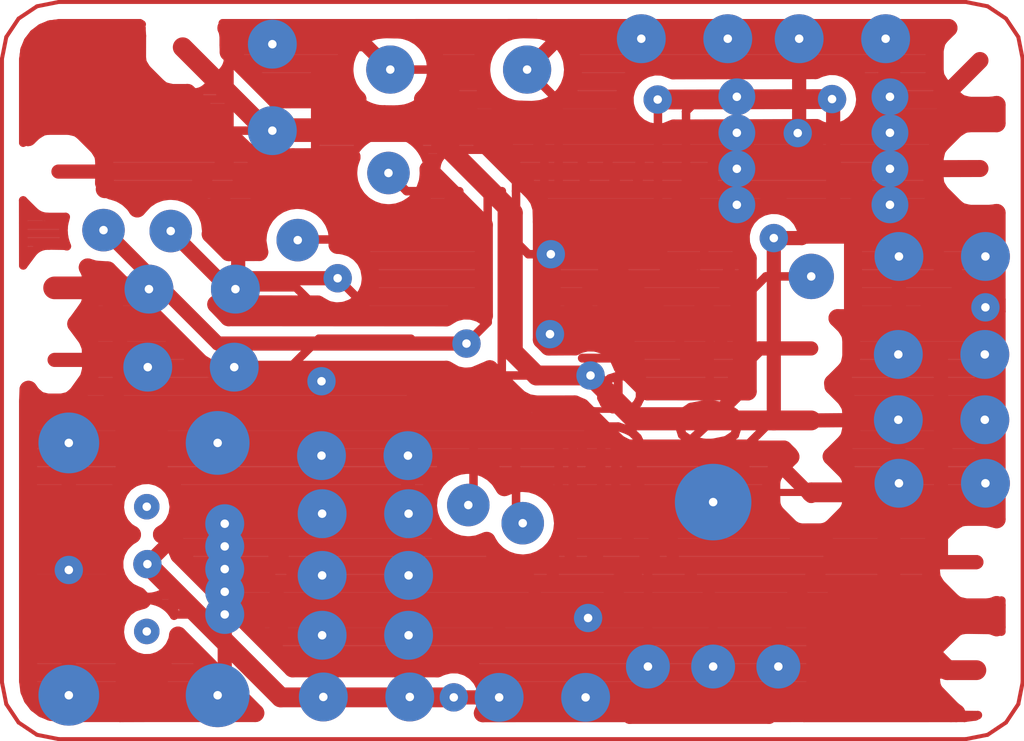
<source format=kicad_pcb>
(kicad_pcb (version 4) (host Gerbview "(2015-08-23 BZR 6115, Git 705eb1f)-product")

  (layers 
    (0 F.Cu signal)
    (31 B.Cu signal)
    (32 B.Adhes user)
    (33 F.Adhes user)
    (34 B.Paste user)
    (35 F.Paste user)
    (36 B.SilkS user)
    (37 F.SilkS user)
    (38 B.Mask user)
    (39 F.Mask user)
    (40 Dwgs.User user)
    (41 Cmts.User user)
    (42 Eco1.User user)
    (43 Eco2.User user)
    (44 Edge.Cuts user)
    (45 Margin user)
    (46 B.CrtYd user)
    (47 F.CrtYd user)
    (48 B.Fab user)
    (49 F.Fab user)
  )

(segment (start 46 -34) (end 45.84776 -34.76537) (width 0.14) (layer F.Cu) (net 0))
(segment (start 45.84776 -34.76537) (end 45.41421 -35.41421) (width 0.14) (layer F.Cu) (net 0))
(segment (start 45.41421 -35.41421) (end 44.76537 -35.84776) (width 0.14) (layer F.Cu) (net 0))
(segment (start 44.76537 -35.84776) (end 44 -36) (width 0.14) (layer F.Cu) (net 0))
(segment (start 46 -34) (end 46 -12) (width 0.14) (layer F.Cu) (net 0))
(segment (start 44 -10) (end 44.76537 -10.15224) (width 0.14) (layer F.Cu) (net 0))
(segment (start 44.76537 -10.15224) (end 45.41421 -10.58579) (width 0.14) (layer F.Cu) (net 0))
(segment (start 45.41421 -10.58579) (end 45.84776 -11.23463) (width 0.14) (layer F.Cu) (net 0))
(segment (start 45.84776 -11.23463) (end 46 -12) (width 0.14) (layer F.Cu) (net 0))
(segment (start 44 -10) (end 12 -10) (width 0.14) (layer F.Cu) (net 0))
(segment (start 10 -12) (end 10.15224 -11.23463) (width 0.14) (layer F.Cu) (net 0))
(segment (start 10.15224 -11.23463) (end 10.58579 -10.58579) (width 0.14) (layer F.Cu) (net 0))
(segment (start 10.58579 -10.58579) (end 11.23463 -10.15224) (width 0.14) (layer F.Cu) (net 0))
(segment (start 11.23463 -10.15224) (end 12 -10) (width 0.14) (layer F.Cu) (net 0))
(segment (start 10 -12) (end 10 -34) (width 0.14) (layer F.Cu) (net 0))
(segment (start 12 -36) (end 11.23463 -35.84776) (width 0.14) (layer F.Cu) (net 0))
(segment (start 11.23463 -35.84776) (end 10.58579 -35.41421) (width 0.14) (layer F.Cu) (net 0))
(segment (start 10.58579 -35.41421) (end 10.15224 -34.76537) (width 0.14) (layer F.Cu) (net 0))
(segment (start 10.15224 -34.76537) (end 10 -34) (width 0.14) (layer F.Cu) (net 0))
(segment (start 12 -36) (end 44 -36) (width 0.14) (layer F.Cu) (net 0))
(segment (start 38.544 -21.24) (end 37.224 -21.24) (width 0.7) (layer F.Cu) (net 0))
(segment (start 37.224 -21.24) (end 32.346 -21.24) (width 0.7) (layer F.Cu) (net 0))
(segment (start 32.346 -21.24) (end 30.759 -22.826) (width 0.7) (layer F.Cu) (net 0))
(segment (start 30.759 -22.826) (end 28.856 -22.826) (width 0.7) (layer F.Cu) (net 0))
(segment (start 28.856 -22.826) (end 28.019 -23.663) (width 0.7) (layer F.Cu) (net 0))
(segment (start 28.019 -23.663) (end 28.019 -28.563) (width 0.7) (layer F.Cu) (net 0))
(segment (start 28.019 -28.563) (end 25.036 -31.546) (width 0.7) (layer F.Cu) (net 0))
(segment (start 25.036 -31.546) (end 19.233 -31.546) (width 0.7) (layer F.Cu) (net 0))
(segment (start 19.233 -31.546) (end 16.376 -34.403) (width 0.7) (layer F.Cu) (net 0))
(segment (start 37.224 -21.24) (end 37.224 -27.672) (width 0.5) (layer F.Cu) (net 0))
(segment (start 39.278 -32.575) (end 33.129 -32.559) (width 0.7) (layer F.Cu) (net 0))
(segment (start 25.936 -11.472) (end 19.829 -11.472) (width 0.7) (layer F.Cu) (net 0))
(segment (start 19.829 -11.472) (end 15.129 -16.172) (width 0.7) (layer F.Cu) (net 0))
(segment (start 44.688 -25.23) (end 44.688 -21.904) (width 0.7) (layer F.Cu) (net 0))
(segment (start 44.688 -21.904) (end 41.488 -18.704) (width 0.7) (layer F.Cu) (net 0))
(segment (start 41.488 -18.704) (end 38.548 -18.704) (width 0.7) (layer F.Cu) (net 0))
(segment (start 38.548 -18.704) (end 38.544 -18.7) (width 0.7) (layer F.Cu) (net 0))
(segment (start 44.368 -12.432) (end 43.344 -12.432) (width 0.7) (layer F.Cu) (net 0))
(segment (start 43.344 -12.432) (end 41.232 -14.544) (width 0.7) (layer F.Cu) (net 0))
(segment (start 41.232 -14.544) (end 41.232 -18.704) (width 0.7) (layer F.Cu) (net 0))
(segment (start 41.232 -18.704) (end 41.488 -18.704) (width 0.7) (layer F.Cu) (net 0))
(segment (start 38.544 -18.7) (end 38.544 -18.576) (width 0.5) (layer F.Cu) (net 0))
(segment (start 38.544 -18.576) (end 37.2 -19.92) (width 0.5) (layer F.Cu) (net 0))
(segment (start 37.2 -19.92) (end 36.321 -19.92) (width 0.5) (layer F.Cu) (net 0))
(segment (start 36.321 -19.92) (end 30.673 -14.272) (width 0.5) (layer F.Cu) (net 0))
(segment (start 12.357 -15.966) (end 12.357 -19.92) (width 0.5) (layer F.Cu) (net 0))
(segment (start 12.357 -19.92) (end 12.357 -20.542) (width 0.5) (layer F.Cu) (net 0))
(segment (start 12.357 -20.542) (end 14.16 -22.345) (width 0.5) (layer F.Cu) (net 0))
(segment (start 14.16 -22.345) (end 14.16 -25.04) (width 0.5) (layer F.Cu) (net 0))
(segment (start 14.16 -25.04) (end 13.284 -25.916) (width 0.5) (layer F.Cu) (net 0))
(segment (start 13.284 -25.916) (end 11.856 -25.916) (width 0.5) (layer F.Cu) (net 0))
(segment (start 44.688 -25.23) (end 40.497 -29.421) (width 0.7) (layer F.Cu) (net 0))
(segment (start 40.497 -29.421) (end 40.023 -29.421) (width 0.7) (layer F.Cu) (net 0))
(segment (start 40.023 -29.421) (end 38.068 -31.376) (width 0.7) (layer F.Cu) (net 0))
(segment (start 30.673 -14.272) (end 30.656 -14.272) (width 0.5) (layer F.Cu) (net 0))
(segment (start 36.304 -19.92) (end 12.357 -19.92) (width 0.5) (layer F.Cu) (net 0))
(segment (start 29.329 -24.284) (end 29.359 -24.284) (width 0.2) (layer F.Cu) (net 0))
(segment (start 29.359 -24.284) (end 29.359 -27.103) (width 0.7) (layer F.Cu) (net 0))
(segment (start 38.068 -31.376) (end 36.421 -31.376) (width 0.7) (layer F.Cu) (net 0))
(segment (start 36.421 -31.376) (end 29.329 -24.284) (width 0.7) (layer F.Cu) (net 0))
(segment (start 38.544 -18.7) (end 38.544 -18.512) (width 0.3) (layer F.Cu) (net 0))
(segment (start 38.544 -18.512) (end 37.072 -19.984) (width 0.3) (layer F.Cu) (net 0))
(segment (start 37.072 -19.984) (end 21.27 -19.984) (width 0.3) (layer F.Cu) (net 0))
(segment (start 21.27 -19.984) (end 21.27 -22.623) (width 0.5) (layer F.Cu) (net 0))
(segment (start 26.384 -23.952) (end 17.616 -23.952) (width 0.5) (layer F.Cu) (net 0))
(segment (start 17.616 -23.952) (end 13.615 -27.953) (width 0.5) (layer F.Cu) (net 0))
(segment (start 13.615 -27.953) (end 13.581 -27.953) (width 0.2) (layer F.Cu) (net 0))
(segment (start 21.84 -26.256) (end 17.616 -26.256) (width 0.5) (layer F.Cu) (net 0))
(segment (start 17.616 -26.256) (end 15.952 -27.92) (width 0.5) (layer F.Cu) (net 0))
 (via (at 15.129 -16.172) (size 1) (layers F.Cu B.Cu))
 (via (at 25.936 -11.472) (size 1) (layers F.Cu B.Cu))
 (via (at 44.688 -25.23) (size 1) (layers F.Cu B.Cu))
 (via (at 30.673 -14.272) (size 1) (layers F.Cu B.Cu))
 (via (at 12.357 -15.966) (size 1) (layers F.Cu B.Cu))
 (via (at 21.27 -22.623) (size 1) (layers F.Cu B.Cu))
 (via (at 26.384 -23.952) (size 1) (layers F.Cu B.Cu))
 (via (at 21.84 -26.256) (size 1) (layers F.Cu B.Cu))
 (via (at 37.224 -27.672) (size 1) (layers F.Cu B.Cu))
 (via (at 30.759 -22.826) (size 1) (layers F.Cu B.Cu))
 (via (at 29.359 -27.103) (size 1) (layers F.Cu B.Cu))
 (via (at 38.068 -31.376) (size 1) (layers F.Cu B.Cu))
 (via (at 29.329 -24.284) (size 1) (layers F.Cu B.Cu))
 (via (at 33.129 -32.559) (size 1) (layers F.Cu B.Cu))
 (via (at 39.278 -32.575) (size 1) (layers F.Cu B.Cu))
(segment (start 11.095 -34.451) (end 14.699 -34.451) (width 0.635) (layer F.Cu) (net 0))
(segment (start 18.05 -34.451) (end 22.279 -34.451) (width 0.635) (layer F.Cu) (net 0))
(segment (start 25.115 -34.451) (end 27.111 -34.451) (width 0.635) (layer F.Cu) (net 0))
(segment (start 29.937 -34.451) (end 42.847 -34.451) (width 0.635) (layer F.Cu) (net 0))
(segment (start 10.986 -33.819) (end 14.729 -33.819) (width 0.635) (layer F.Cu) (net 0))
(segment (start 18.467 -33.819) (end 22.021 -33.819) (width 0.635) (layer F.Cu) (net 0))
(segment (start 25.363 -33.819) (end 26.853 -33.819) (width 0.635) (layer F.Cu) (net 0))
(segment (start 30.195 -33.819) (end 42.837 -33.819) (width 0.635) (layer F.Cu) (net 0))
(segment (start 10.986 -33.188) (end 15.244 -33.188) (width 0.635) (layer F.Cu) (net 0))
(segment (start 19.102 -33.188) (end 22.081 -33.188) (width 0.635) (layer F.Cu) (net 0))
(segment (start 25.313 -33.188) (end 26.903 -33.188) (width 0.635) (layer F.Cu) (net 0))
(segment (start 30.145 -33.188) (end 32.072 -33.188) (width 0.635) (layer F.Cu) (net 0))
(segment (start 40.345 -33.188) (end 42.946 -33.188) (width 0.635) (layer F.Cu) (net 0))
(segment (start 10.986 -32.556) (end 16.713 -32.556) (width 0.635) (layer F.Cu) (net 0))
(segment (start 25.264 -32.556) (end 27.309 -32.556) (width 0.635) (layer F.Cu) (net 0))
(segment (start 29.738 -32.556) (end 31.893 -32.556) (width 0.635) (layer F.Cu) (net 0))
(segment (start 40.513 -32.556) (end 43.552 -32.556) (width 0.635) (layer F.Cu) (net 0))
(segment (start 10.986 -31.924) (end 17.348 -31.924) (width 0.635) (layer F.Cu) (net 0))
(segment (start 26.166 -31.924) (end 32.082 -31.924) (width 0.635) (layer F.Cu) (net 0))
(segment (start 40.315 -31.924) (end 45.02 -31.924) (width 0.635) (layer F.Cu) (net 0))
(segment (start 13.06 -31.293) (end 17.973 -31.293) (width 0.635) (layer F.Cu) (net 0))
(segment (start 26.801 -31.293) (end 43.343 -31.293) (width 0.635) (layer F.Cu) (net 0))
(segment (start 13.615 -30.661) (end 18.658 -30.661) (width 0.635) (layer F.Cu) (net 0))
(segment (start 27.427 -30.661) (end 42.857 -30.661) (width 0.635) (layer F.Cu) (net 0))
(segment (start 13.665 -30.029) (end 22.15 -30.029) (width 0.635) (layer F.Cu) (net 0))
(segment (start 28.062 -30.029) (end 42.837 -30.029) (width 0.635) (layer F.Cu) (net 0))
(segment (start 13.625 -29.398) (end 22.269 -29.398) (width 0.635) (layer F.Cu) (net 0))
(segment (start 24.996 -29.398) (end 25.672 -29.398) (width 0.635) (layer F.Cu) (net 0))
(segment (start 28.697 -29.398) (end 42.936 -29.398) (width 0.635) (layer F.Cu) (net 0))
(segment (start 17.157 -28.766) (end 19.551 -28.766) (width 0.635) (layer F.Cu) (net 0))
(segment (start 21.315 -28.766) (end 22.805 -28.766) (width 0.635) (layer F.Cu) (net 0))
(segment (start 24.46 -28.766) (end 26.307 -28.766) (width 0.635) (layer F.Cu) (net 0))
(segment (start 29.083 -28.766) (end 36.735 -28.766) (width 0.635) (layer F.Cu) (net 0))
(segment (start 37.716 -28.766) (end 43.532 -28.766) (width 0.635) (layer F.Cu) (net 0))
(segment (start 17.425 -28.134) (end 19.054 -28.134) (width 0.635) (layer F.Cu) (net 0))
(segment (start 21.811 -28.134) (end 26.932 -28.134) (width 0.635) (layer F.Cu) (net 0))
(segment (start 29.103 -28.134) (end 36.08 -28.134) (width 0.635) (layer F.Cu) (net 0))
(segment (start 38.36 -28.134) (end 45.02 -28.134) (width 0.635) (layer F.Cu) (net 0))
(segment (start 17.733 -27.503) (end 18.945 -27.503) (width 0.635) (layer F.Cu) (net 0))
(segment (start 21.91 -27.503) (end 26.932 -27.503) (width 0.635) (layer F.Cu) (net 0))
(segment (start 29.103 -27.503) (end 36.001 -27.503) (width 0.635) (layer F.Cu) (net 0))
(segment (start 40.077 -27.503) (end 45.02 -27.503) (width 0.635) (layer F.Cu) (net 0))
(segment (start 22.902 -26.871) (end 26.932 -26.871) (width 0.635) (layer F.Cu) (net 0))
(segment (start 29.103 -26.871) (end 36.239 -26.871) (width 0.635) (layer F.Cu) (net 0))
(segment (start 40.077 -26.871) (end 45.02 -26.871) (width 0.635) (layer F.Cu) (net 0))
(segment (start 13.208 -26.239) (end 13.965 -26.239) (width 0.635) (layer F.Cu) (net 0))
(segment (start 23.081 -26.239) (end 26.932 -26.239) (width 0.635) (layer F.Cu) (net 0))
(segment (start 29.103 -26.239) (end 36.239 -26.239) (width 0.635) (layer F.Cu) (net 0))
(segment (start 40.077 -26.239) (end 45.02 -26.239) (width 0.635) (layer F.Cu) (net 0))
(segment (start 13.208 -25.608) (end 14.59 -25.608) (width 0.635) (layer F.Cu) (net 0))
(segment (start 22.882 -25.608) (end 26.932 -25.608) (width 0.635) (layer F.Cu) (net 0))
(segment (start 29.103 -25.608) (end 36.239 -25.608) (width 0.635) (layer F.Cu) (net 0))
(segment (start 40.077 -25.608) (end 45.02 -25.608) (width 0.635) (layer F.Cu) (net 0))
(segment (start 12.931 -24.976) (end 15.225 -24.976) (width 0.635) (layer F.Cu) (net 0))
(segment (start 17.961 -24.976) (end 25.752 -24.976) (width 0.635) (layer F.Cu) (net 0))
(segment (start 29.103 -24.976) (end 36.239 -24.976) (width 0.635) (layer F.Cu) (net 0))
(segment (start 40.077 -24.976) (end 45.02 -24.976) (width 0.635) (layer F.Cu) (net 0))
(segment (start 12.911 -24.344) (end 15.86 -24.344) (width 0.635) (layer F.Cu) (net 0))
(segment (start 29.103 -24.344) (end 36.239 -24.344) (width 0.635) (layer F.Cu) (net 0))
(segment (start 39.968 -24.344) (end 45.02 -24.344) (width 0.635) (layer F.Cu) (net 0))
(segment (start 13.208 -23.713) (end 16.485 -23.713) (width 0.635) (layer F.Cu) (net 0))
(segment (start 31.594 -23.713) (end 36.239 -23.713) (width 0.635) (layer F.Cu) (net 0))
(segment (start 40.017 -23.713) (end 45.02 -23.713) (width 0.635) (layer F.Cu) (net 0))
(segment (start 13.208 -23.081) (end 17.249 -23.081) (width 0.635) (layer F.Cu) (net 0))
(segment (start 32.01 -23.081) (end 36.239 -23.081) (width 0.635) (layer F.Cu) (net 0))
(segment (start 39.888 -23.081) (end 45.02 -23.081) (width 0.635) (layer F.Cu) (net 0))
(segment (start 12.941 -22.449) (end 27.726 -22.449) (width 0.635) (layer F.Cu) (net 0))
(segment (start 32.645 -22.449) (end 36.239 -22.449) (width 0.635) (layer F.Cu) (net 0))
(segment (start 39.392 -22.449) (end 45.02 -22.449) (width 0.635) (layer F.Cu) (net 0))
(segment (start 10.986 -21.818) (end 28.629 -21.818) (width 0.635) (layer F.Cu) (net 0))
(segment (start 39.958 -21.818) (end 45.02 -21.818) (width 0.635) (layer F.Cu) (net 0))
(segment (start 10.986 -21.186) (end 30.891 -21.186) (width 0.635) (layer F.Cu) (net 0))
(segment (start 40.017 -21.186) (end 45.02 -21.186) (width 0.635) (layer F.Cu) (net 0))
(segment (start 10.986 -20.554) (end 31.526 -20.554) (width 0.635) (layer F.Cu) (net 0))
(segment (start 39.898 -20.554) (end 45.02 -20.554) (width 0.635) (layer F.Cu) (net 0))
(segment (start 10.986 -19.923) (end 37.708 -19.923) (width 0.635) (layer F.Cu) (net 0))
(segment (start 39.382 -19.923) (end 45.02 -19.923) (width 0.635) (layer F.Cu) (net 0))
(segment (start 10.986 -19.291) (end 14.788 -19.291) (width 0.635) (layer F.Cu) (net 0))
(segment (start 15.418 -19.291) (end 25.404 -19.291) (width 0.635) (layer F.Cu) (net 0))
(segment (start 27.486 -19.291) (end 37.132 -19.291) (width 0.635) (layer F.Cu) (net 0))
(segment (start 39.958 -19.291) (end 45.02 -19.291) (width 0.635) (layer F.Cu) (net 0))
(segment (start 10.986 -18.659) (end 14.024 -18.659) (width 0.635) (layer F.Cu) (net 0))
(segment (start 16.195 -18.659) (end 25.017 -18.659) (width 0.635) (layer F.Cu) (net 0))
(segment (start 29.401 -18.659) (end 37.073 -18.659) (width 0.635) (layer F.Cu) (net 0))
(segment (start 40.017 -18.659) (end 45.02 -18.659) (width 0.635) (layer F.Cu) (net 0))
(segment (start 10.986 -18.028) (end 13.935 -18.028) (width 0.635) (layer F.Cu) (net 0))
(segment (start 16.284 -18.028) (end 24.978 -18.028) (width 0.635) (layer F.Cu) (net 0))
(segment (start 29.798 -18.028) (end 37.182 -18.028) (width 0.635) (layer F.Cu) (net 0))
(segment (start 39.908 -18.028) (end 45.02 -18.028) (width 0.635) (layer F.Cu) (net 0))
(segment (start 10.986 -17.396) (end 14.262 -17.396) (width 0.635) (layer F.Cu) (net 0))
(segment (start 15.957 -17.396) (end 25.256 -17.396) (width 0.635) (layer F.Cu) (net 0))
(segment (start 29.838 -17.396) (end 37.807 -17.396) (width 0.635) (layer F.Cu) (net 0))
(segment (start 39.283 -17.396) (end 43.204 -17.396) (width 0.635) (layer F.Cu) (net 0))
(segment (start 10.986 -16.764) (end 14.054 -16.764) (width 0.635) (layer F.Cu) (net 0))
(segment (start 16.205 -16.764) (end 27.161 -16.764) (width 0.635) (layer F.Cu) (net 0))
(segment (start 29.57 -16.764) (end 42.718 -16.764) (width 0.635) (layer F.Cu) (net 0))
(segment (start 10.986 -16.133) (end 13.895 -16.133) (width 0.635) (layer F.Cu) (net 0))
(segment (start 16.681 -16.133) (end 42.708 -16.133) (width 0.635) (layer F.Cu) (net 0))
(segment (start 10.986 -15.501) (end 14.103 -15.501) (width 0.635) (layer F.Cu) (net 0))
(segment (start 17.306 -15.501) (end 42.807 -15.501) (width 0.635) (layer F.Cu) (net 0))
(segment (start 10.986 -14.869) (end 14.709 -14.869) (width 0.635) (layer F.Cu) (net 0))
(segment (start 17.941 -14.869) (end 43.423 -14.869) (width 0.635) (layer F.Cu) (net 0))
(segment (start 10.986 -14.238) (end 14.014 -14.238) (width 0.635) (layer F.Cu) (net 0))
(segment (start 18.576 -14.238) (end 45.02 -14.238) (width 0.635) (layer F.Cu) (net 0))
(segment (start 10.986 -13.606) (end 13.935 -13.606) (width 0.635) (layer F.Cu) (net 0))
(segment (start 19.201 -13.606) (end 43.224 -13.606) (width 0.635) (layer F.Cu) (net 0))
(segment (start 10.986 -12.974) (end 14.282 -12.974) (width 0.635) (layer F.Cu) (net 0))
(segment (start 15.937 -12.974) (end 16.812 -12.974) (width 0.635) (layer F.Cu) (net 0))
(segment (start 19.836 -12.974) (end 42.728 -12.974) (width 0.635) (layer F.Cu) (net 0))
(segment (start 10.986 -12.343) (end 17.447 -12.343) (width 0.635) (layer F.Cu) (net 0))
(segment (start 26.782 -12.343) (end 42.708 -12.343) (width 0.635) (layer F.Cu) (net 0))
(segment (start 11.026 -11.711) (end 18.082 -11.711) (width 0.635) (layer F.Cu) (net 0))
(segment (start 27.149 -11.711) (end 42.797 -11.711) (width 0.635) (layer F.Cu) (net 0))
(segment (start 11.512 -11.079) (end 18.707 -11.079) (width 0.635) (layer F.Cu) (net 0))
(segment (start 27.109 -11.079) (end 43.403 -11.079) (width 0.635) (layer F.Cu) (net 0))
(segment (start 17.988 -34.474) (end 17.998 -34.228) (width 0.635) (layer F.Cu) (net 0))
(segment (start 17.998 -34.228) (end 19.66 -32.565) (width 0.635) (layer F.Cu) (net 0))
(segment (start 19.66 -32.565) (end 22.537 -32.569) (width 0.635) (layer F.Cu) (net 0))
(segment (start 22.537 -32.569) (end 22.396 -32.713) (width 0.635) (layer F.Cu) (net 0))
(segment (start 22.396 -32.713) (end 22.224 -32.979) (width 0.635) (layer F.Cu) (net 0))
(segment (start 22.224 -32.979) (end 22.114 -33.277) (width 0.635) (layer F.Cu) (net 0))
(segment (start 22.114 -33.277) (end 22.073 -33.591) (width 0.635) (layer F.Cu) (net 0))
(segment (start 22.073 -33.591) (end 22.103 -33.906) (width 0.635) (layer F.Cu) (net 0))
(segment (start 22.103 -33.906) (end 22.202 -34.207) (width 0.635) (layer F.Cu) (net 0))
(segment (start 22.202 -34.207) (end 22.365 -34.479) (width 0.635) (layer F.Cu) (net 0))
(segment (start 22.365 -34.479) (end 22.584 -34.708) (width 0.635) (layer F.Cu) (net 0))
(segment (start 22.584 -34.708) (end 22.848 -34.883) (width 0.635) (layer F.Cu) (net 0))
(segment (start 22.848 -34.883) (end 23.144 -34.995) (width 0.635) (layer F.Cu) (net 0))
(segment (start 23.144 -34.995) (end 23.496 -35.039) (width 0.635) (layer F.Cu) (net 0))
(segment (start 23.496 -35.039) (end 23.896 -35.029) (width 0.635) (layer F.Cu) (net 0))
(segment (start 23.896 -35.029) (end 23.958 -35.082) (width 0.635) (layer F.Cu) (net 0))
(segment (start 23.958 -35.082) (end 17.916 -35.082) (width 0.635) (layer F.Cu) (net 0))
(segment (start 17.916 -35.082) (end 17.956 -34.997) (width 0.635) (layer F.Cu) (net 0))
(segment (start 17.956 -34.997) (end 17.988 -34.791) (width 0.635) (layer F.Cu) (net 0))
(segment (start 17.988 -34.791) (end 17.988 -34.474) (width 0.635) (layer F.Cu) (net 0))
(segment (start 16.537 -32.791) (end 15.987 -32.791) (width 0.635) (layer F.Cu) (net 0))
(segment (start 15.987 -32.791) (end 15.68 -32.865) (width 0.635) (layer F.Cu) (net 0))
(segment (start 15.68 -32.865) (end 15.512 -32.988) (width 0.635) (layer F.Cu) (net 0))
(segment (start 15.512 -32.988) (end 14.962 -33.538) (width 0.635) (layer F.Cu) (net 0))
(segment (start 14.962 -33.538) (end 14.797 -33.808) (width 0.635) (layer F.Cu) (net 0))
(segment (start 14.797 -33.808) (end 14.765 -34.014) (width 0.635) (layer F.Cu) (net 0))
(segment (start 14.765 -34.014) (end 14.767 -34.803) (width 0.635) (layer F.Cu) (net 0))
(segment (start 14.767 -34.803) (end 14.751 -35.082) (width 0.635) (layer F.Cu) (net 0))
(segment (start 14.751 -35.082) (end 12.055 -35.082) (width 0.635) (layer F.Cu) (net 0))
(segment (start 12.055 -35.082) (end 11.718 -35.037) (width 0.635) (layer F.Cu) (net 0))
(segment (start 11.718 -35.037) (end 11.463 -34.931) (width 0.635) (layer F.Cu) (net 0))
(segment (start 11.463 -34.931) (end 11.24 -34.76) (width 0.635) (layer F.Cu) (net 0))
(segment (start 11.24 -34.76) (end 11.069 -34.537) (width 0.635) (layer F.Cu) (net 0))
(segment (start 11.069 -34.537) (end 10.962 -34.278) (width 0.635) (layer F.Cu) (net 0))
(segment (start 10.962 -34.278) (end 10.918 -33.94) (width 0.635) (layer F.Cu) (net 0))
(segment (start 10.918 -33.94) (end 10.918 -31.232) (width 0.635) (layer F.Cu) (net 0))
(segment (start 10.918 -31.232) (end 11.128 -31.433) (width 0.635) (layer F.Cu) (net 0))
(segment (start 11.128 -31.433) (end 11.398 -31.598) (width 0.635) (layer F.Cu) (net 0))
(segment (start 11.398 -31.598) (end 11.603 -31.63) (width 0.635) (layer F.Cu) (net 0))
(segment (start 11.603 -31.63) (end 12.381 -31.63) (width 0.635) (layer F.Cu) (net 0))
(segment (start 12.381 -31.63) (end 12.689 -31.556) (width 0.635) (layer F.Cu) (net 0))
(segment (start 12.689 -31.556) (end 12.857 -31.433) (width 0.635) (layer F.Cu) (net 0))
(segment (start 12.857 -31.433) (end 13.407 -30.883) (width 0.635) (layer F.Cu) (net 0))
(segment (start 13.407 -30.883) (end 13.572 -30.613) (width 0.635) (layer F.Cu) (net 0))
(segment (start 13.572 -30.613) (end 13.604 -30.407) (width 0.635) (layer F.Cu) (net 0))
(segment (start 13.604 -30.407) (end 13.601 -29.618) (width 0.635) (layer F.Cu) (net 0))
(segment (start 13.601 -29.618) (end 13.859 -29.349) (width 0.635) (layer F.Cu) (net 0))
(segment (start 13.859 -29.349) (end 14.161 -29.253) (width 0.635) (layer F.Cu) (net 0))
(segment (start 14.161 -29.253) (end 14.435 -29.092) (width 0.635) (layer F.Cu) (net 0))
(segment (start 14.435 -29.092) (end 14.665 -28.875) (width 0.635) (layer F.Cu) (net 0))
(segment (start 14.665 -28.875) (end 14.771 -28.719) (width 0.635) (layer F.Cu) (net 0))
(segment (start 14.771 -28.719) (end 15.04 -29.012) (width 0.635) (layer F.Cu) (net 0))
(segment (start 15.04 -29.012) (end 15.304 -29.187) (width 0.635) (layer F.Cu) (net 0))
(segment (start 15.304 -29.187) (end 15.6 -29.299) (width 0.635) (layer F.Cu) (net 0))
(segment (start 15.6 -29.299) (end 15.914 -29.342) (width 0.635) (layer F.Cu) (net 0))
(segment (start 15.914 -29.342) (end 16.23 -29.316) (width 0.635) (layer F.Cu) (net 0))
(segment (start 16.23 -29.316) (end 16.532 -29.219) (width 0.635) (layer F.Cu) (net 0))
(segment (start 16.532 -29.219) (end 16.805 -29.059) (width 0.635) (layer F.Cu) (net 0))
(segment (start 16.805 -29.059) (end 17.036 -28.842) (width 0.635) (layer F.Cu) (net 0))
(segment (start 17.036 -28.842) (end 17.213 -28.579) (width 0.635) (layer F.Cu) (net 0))
(segment (start 17.213 -28.579) (end 17.328 -28.284) (width 0.635) (layer F.Cu) (net 0))
(segment (start 17.328 -28.284) (end 17.375 -27.92) (width 0.635) (layer F.Cu) (net 0))
(segment (start 17.375 -27.92) (end 17.363 -27.812) (width 0.635) (layer F.Cu) (net 0))
(segment (start 17.363 -27.812) (end 18.001 -27.176) (width 0.635) (layer F.Cu) (net 0))
(segment (start 18.001 -27.176) (end 19.075 -27.179) (width 0.635) (layer F.Cu) (net 0))
(segment (start 19.075 -27.179) (end 19.009 -27.575) (width 0.635) (layer F.Cu) (net 0))
(segment (start 19.009 -27.575) (end 19.039 -27.89) (width 0.635) (layer F.Cu) (net 0))
(segment (start 19.039 -27.89) (end 19.138 -28.191) (width 0.635) (layer F.Cu) (net 0))
(segment (start 19.138 -28.191) (end 19.301 -28.463) (width 0.635) (layer F.Cu) (net 0))
(segment (start 19.301 -28.463) (end 19.52 -28.692) (width 0.635) (layer F.Cu) (net 0))
(segment (start 19.52 -28.692) (end 19.784 -28.867) (width 0.635) (layer F.Cu) (net 0))
(segment (start 19.784 -28.867) (end 20.08 -28.979) (width 0.635) (layer F.Cu) (net 0))
(segment (start 20.08 -28.979) (end 20.394 -29.022) (width 0.635) (layer F.Cu) (net 0))
(segment (start 20.394 -29.022) (end 20.71 -28.996) (width 0.635) (layer F.Cu) (net 0))
(segment (start 20.71 -28.996) (end 21.012 -28.899) (width 0.635) (layer F.Cu) (net 0))
(segment (start 21.012 -28.899) (end 21.285 -28.739) (width 0.635) (layer F.Cu) (net 0))
(segment (start 21.285 -28.739) (end 21.516 -28.522) (width 0.635) (layer F.Cu) (net 0))
(segment (start 21.516 -28.522) (end 21.693 -28.259) (width 0.635) (layer F.Cu) (net 0))
(segment (start 21.693 -28.259) (end 21.808 -27.964) (width 0.635) (layer F.Cu) (net 0))
(segment (start 21.808 -27.964) (end 21.855 -27.6) (width 0.635) (layer F.Cu) (net 0))
(segment (start 21.855 -27.6) (end 21.836 -27.433) (width 0.635) (layer F.Cu) (net 0))
(segment (start 21.836 -27.433) (end 22.027 -27.414) (width 0.635) (layer F.Cu) (net 0))
(segment (start 22.027 -27.414) (end 22.33 -27.322) (width 0.635) (layer F.Cu) (net 0))
(segment (start 22.33 -27.322) (end 22.597 -27.152) (width 0.635) (layer F.Cu) (net 0))
(segment (start 22.597 -27.152) (end 22.809 -26.917) (width 0.635) (layer F.Cu) (net 0))
(segment (start 22.809 -26.917) (end 22.95 -26.634) (width 0.635) (layer F.Cu) (net 0))
(segment (start 22.95 -26.634) (end 23.013 -26.256) (width 0.635) (layer F.Cu) (net 0))
(segment (start 23.013 -26.256) (end 22.97 -25.942) (width 0.635) (layer F.Cu) (net 0))
(segment (start 22.97 -25.942) (end 22.845 -25.652) (width 0.635) (layer F.Cu) (net 0))
(segment (start 22.845 -25.652) (end 22.647 -25.405) (width 0.635) (layer F.Cu) (net 0))
(segment (start 22.647 -25.405) (end 22.39 -25.22) (width 0.635) (layer F.Cu) (net 0))
(segment (start 22.39 -25.22) (end 22.093 -25.111) (width 0.635) (layer F.Cu) (net 0))
(segment (start 22.093 -25.111) (end 21.777 -25.085) (width 0.635) (layer F.Cu) (net 0))
(segment (start 21.777 -25.085) (end 21.467 -25.144) (width 0.635) (layer F.Cu) (net 0))
(segment (start 21.467 -25.144) (end 21.131 -25.331) (width 0.635) (layer F.Cu) (net 0))
(segment (start 21.131 -25.331) (end 17.558 -25.337) (width 0.635) (layer F.Cu) (net 0))
(segment (start 17.558 -25.337) (end 17.993 -24.88) (width 0.635) (layer F.Cu) (net 0))
(segment (start 17.993 -24.88) (end 25.663 -24.875) (width 0.635) (layer F.Cu) (net 0))
(segment (start 25.663 -24.875) (end 25.948 -25.041) (width 0.635) (layer F.Cu) (net 0))
(segment (start 25.948 -25.041) (end 26.255 -25.118) (width 0.635) (layer F.Cu) (net 0))
(segment (start 26.255 -25.118) (end 26.571 -25.11) (width 0.635) (layer F.Cu) (net 0))
(segment (start 26.571 -25.11) (end 26.874 -25.018) (width 0.635) (layer F.Cu) (net 0))
(segment (start 26.874 -25.018) (end 26.999 -24.938) (width 0.635) (layer F.Cu) (net 0))
(segment (start 26.999 -24.938) (end 26.996 -28.138) (width 0.635) (layer F.Cu) (net 0))
(segment (start 26.996 -28.138) (end 25.044 -30.091) (width 0.635) (layer F.Cu) (net 0))
(segment (start 25.044 -30.091) (end 25.055 -29.968) (width 0.635) (layer F.Cu) (net 0))
(segment (start 25.055 -29.968) (end 25.02 -29.653) (width 0.635) (layer F.Cu) (net 0))
(segment (start 25.02 -29.653) (end 24.916 -29.354) (width 0.635) (layer F.Cu) (net 0))
(segment (start 24.916 -29.354) (end 24.748 -29.085) (width 0.635) (layer F.Cu) (net 0))
(segment (start 24.748 -29.085) (end 24.525 -28.86) (width 0.635) (layer F.Cu) (net 0))
(segment (start 24.525 -28.86) (end 24.257 -28.69) (width 0.635) (layer F.Cu) (net 0))
(segment (start 24.257 -28.69) (end 23.959 -28.583) (width 0.635) (layer F.Cu) (net 0))
(segment (start 23.959 -28.583) (end 23.645 -28.545) (width 0.635) (layer F.Cu) (net 0))
(segment (start 23.645 -28.545) (end 23.329 -28.578) (width 0.635) (layer F.Cu) (net 0))
(segment (start 23.329 -28.578) (end 23.029 -28.679) (width 0.635) (layer F.Cu) (net 0))
(segment (start 23.029 -28.679) (end 22.759 -28.844) (width 0.635) (layer F.Cu) (net 0))
(segment (start 22.759 -28.844) (end 22.532 -29.065) (width 0.635) (layer F.Cu) (net 0))
(segment (start 22.532 -29.065) (end 22.36 -29.331) (width 0.635) (layer F.Cu) (net 0))
(segment (start 22.36 -29.331) (end 22.25 -29.629) (width 0.635) (layer F.Cu) (net 0))
(segment (start 22.25 -29.629) (end 22.209 -29.943) (width 0.635) (layer F.Cu) (net 0))
(segment (start 22.209 -29.943) (end 22.239 -30.258) (width 0.635) (layer F.Cu) (net 0))
(segment (start 22.239 -30.258) (end 22.329 -30.531) (width 0.635) (layer F.Cu) (net 0))
(segment (start 22.329 -30.531) (end 20.273 -30.523) (width 0.635) (layer F.Cu) (net 0))
(segment (start 20.273 -30.523) (end 19.233 -30.523) (width 0.635) (layer F.Cu) (net 0))
(segment (start 19.233 -30.523) (end 18.92 -30.572) (width 0.635) (layer F.Cu) (net 0))
(segment (start 18.92 -30.572) (end 18.631 -30.721) (width 0.635) (layer F.Cu) (net 0))
(segment (start 18.631 -30.721) (end 18.285 -31.047) (width 0.635) (layer F.Cu) (net 0))
(segment (start 18.285 -31.047) (end 16.538 -32.794) (width 0.635) (layer F.Cu) (net 0))
(segment (start 33.703 -31.541) (end 33.382 -31.414) (width 0.635) (layer F.Cu) (net 0))
(segment (start 33.382 -31.414) (end 33.067 -31.388) (width 0.635) (layer F.Cu) (net 0))
(segment (start 33.067 -31.388) (end 32.756 -31.448) (width 0.635) (layer F.Cu) (net 0))
(segment (start 32.756 -31.448) (end 32.472 -31.588) (width 0.635) (layer F.Cu) (net 0))
(segment (start 32.472 -31.588) (end 32.236 -31.799) (width 0.635) (layer F.Cu) (net 0))
(segment (start 32.236 -31.799) (end 32.065 -32.066) (width 0.635) (layer F.Cu) (net 0))
(segment (start 32.065 -32.066) (end 31.972 -32.368) (width 0.635) (layer F.Cu) (net 0))
(segment (start 31.972 -32.368) (end 31.963 -32.684) (width 0.635) (layer F.Cu) (net 0))
(segment (start 31.963 -32.684) (end 32.039 -32.992) (width 0.635) (layer F.Cu) (net 0))
(segment (start 32.039 -32.992) (end 32.194 -33.268) (width 0.635) (layer F.Cu) (net 0))
(segment (start 32.194 -33.268) (end 32.417 -33.492) (width 0.635) (layer F.Cu) (net 0))
(segment (start 32.417 -33.492) (end 32.693 -33.648) (width 0.635) (layer F.Cu) (net 0))
(segment (start 32.693 -33.648) (end 33 -33.725) (width 0.635) (layer F.Cu) (net 0))
(segment (start 33 -33.725) (end 33.316 -33.717) (width 0.635) (layer F.Cu) (net 0))
(segment (start 33.316 -33.717) (end 33.677 -33.588) (width 0.635) (layer F.Cu) (net 0))
(segment (start 33.677 -33.588) (end 38.693 -33.596) (width 0.635) (layer F.Cu) (net 0))
(segment (start 38.693 -33.596) (end 38.841 -33.664) (width 0.635) (layer F.Cu) (net 0))
(segment (start 38.841 -33.664) (end 39.148 -33.741) (width 0.635) (layer F.Cu) (net 0))
(segment (start 39.148 -33.741) (end 39.465 -33.733) (width 0.635) (layer F.Cu) (net 0))
(segment (start 39.465 -33.733) (end 39.767 -33.641) (width 0.635) (layer F.Cu) (net 0))
(segment (start 39.767 -33.641) (end 40.035 -33.471) (width 0.635) (layer F.Cu) (net 0))
(segment (start 40.035 -33.471) (end 40.247 -33.236) (width 0.635) (layer F.Cu) (net 0))
(segment (start 40.247 -33.236) (end 40.388 -32.953) (width 0.635) (layer F.Cu) (net 0))
(segment (start 40.388 -32.953) (end 40.451 -32.575) (width 0.635) (layer F.Cu) (net 0))
(segment (start 40.451 -32.575) (end 40.408 -32.261) (width 0.635) (layer F.Cu) (net 0))
(segment (start 40.408 -32.261) (end 40.283 -31.971) (width 0.635) (layer F.Cu) (net 0))
(segment (start 40.283 -31.971) (end 40.085 -31.724) (width 0.635) (layer F.Cu) (net 0))
(segment (start 40.085 -31.724) (end 39.828 -31.539) (width 0.635) (layer F.Cu) (net 0))
(segment (start 39.828 -31.539) (end 39.531 -31.43) (width 0.635) (layer F.Cu) (net 0))
(segment (start 39.531 -31.43) (end 39.215 -31.404) (width 0.635) (layer F.Cu) (net 0))
(segment (start 39.215 -31.404) (end 38.904 -31.463) (width 0.635) (layer F.Cu) (net 0))
(segment (start 38.904 -31.463) (end 38.718 -31.555) (width 0.635) (layer F.Cu) (net 0))
(segment (start 38.718 -31.555) (end 33.714 -31.538) (width 0.635) (layer F.Cu) (net 0))
(segment (start 25.284 -33.301) (end 25.18 -33.002) (width 0.635) (layer F.Cu) (net 0))
(segment (start 25.18 -33.002) (end 25.012 -32.733) (width 0.635) (layer F.Cu) (net 0))
(segment (start 25.012 -32.733) (end 24.852 -32.571) (width 0.635) (layer F.Cu) (net 0))
(segment (start 24.852 -32.571) (end 25.036 -32.569) (width 0.635) (layer F.Cu) (net 0))
(segment (start 25.036 -32.569) (end 25.348 -32.52) (width 0.635) (layer F.Cu) (net 0))
(segment (start 25.348 -32.52) (end 25.638 -32.371) (width 0.635) (layer F.Cu) (net 0))
(segment (start 25.638 -32.371) (end 25.983 -32.045) (width 0.635) (layer F.Cu) (net 0))
(segment (start 25.983 -32.045) (end 28.742 -29.286) (width 0.635) (layer F.Cu) (net 0))
(segment (start 28.742 -29.286) (end 28.929 -29.031) (width 0.635) (layer F.Cu) (net 0))
(segment (start 28.929 -29.031) (end 29.028 -28.72) (width 0.635) (layer F.Cu) (net 0))
(segment (start 29.028 -28.72) (end 29.042 -28.245) (width 0.635) (layer F.Cu) (net 0))
(segment (start 29.042 -28.245) (end 29.042 -24.088) (width 0.635) (layer F.Cu) (net 0))
(segment (start 29.042 -24.088) (end 29.283 -23.846) (width 0.635) (layer F.Cu) (net 0))
(segment (start 29.283 -23.846) (end 30.211 -23.851) (width 0.635) (layer F.Cu) (net 0))
(segment (start 30.211 -23.851) (end 30.323 -23.915) (width 0.635) (layer F.Cu) (net 0))
(segment (start 30.323 -23.915) (end 30.63 -23.992) (width 0.635) (layer F.Cu) (net 0))
(segment (start 30.63 -23.992) (end 30.946 -23.984) (width 0.635) (layer F.Cu) (net 0))
(segment (start 30.946 -23.984) (end 31.249 -23.892) (width 0.635) (layer F.Cu) (net 0))
(segment (start 31.249 -23.892) (end 31.516 -23.722) (width 0.635) (layer F.Cu) (net 0))
(segment (start 31.516 -23.722) (end 31.728 -23.487) (width 0.635) (layer F.Cu) (net 0))
(segment (start 31.728 -23.487) (end 31.879 -23.155) (width 0.635) (layer F.Cu) (net 0))
(segment (start 31.879 -23.155) (end 32.767 -22.266) (width 0.635) (layer F.Cu) (net 0))
(segment (start 32.767 -22.266) (end 36.304 -22.263) (width 0.635) (layer F.Cu) (net 0))
(segment (start 36.304 -22.263) (end 36.304 -26.954) (width 0.635) (layer F.Cu) (net 0))
(segment (start 36.304 -26.954) (end 36.16 -27.179) (width 0.635) (layer F.Cu) (net 0))
(segment (start 36.16 -27.179) (end 36.067 -27.481) (width 0.635) (layer F.Cu) (net 0))
(segment (start 36.067 -27.481) (end 36.058 -27.797) (width 0.635) (layer F.Cu) (net 0))
(segment (start 36.058 -27.797) (end 36.134 -28.105) (width 0.635) (layer F.Cu) (net 0))
(segment (start 36.134 -28.105) (end 36.289 -28.381) (width 0.635) (layer F.Cu) (net 0))
(segment (start 36.289 -28.381) (end 36.512 -28.605) (width 0.635) (layer F.Cu) (net 0))
(segment (start 36.512 -28.605) (end 36.788 -28.761) (width 0.635) (layer F.Cu) (net 0))
(segment (start 36.788 -28.761) (end 37.095 -28.838) (width 0.635) (layer F.Cu) (net 0))
(segment (start 37.095 -28.838) (end 37.411 -28.83) (width 0.635) (layer F.Cu) (net 0))
(segment (start 37.411 -28.83) (end 37.714 -28.738) (width 0.635) (layer F.Cu) (net 0))
(segment (start 37.714 -28.738) (end 37.981 -28.568) (width 0.635) (layer F.Cu) (net 0))
(segment (start 37.981 -28.568) (end 38.193 -28.333) (width 0.635) (layer F.Cu) (net 0))
(segment (start 38.193 -28.333) (end 38.334 -28.05) (width 0.635) (layer F.Cu) (net 0))
(segment (start 38.334 -28.05) (end 38.391 -27.793) (width 0.635) (layer F.Cu) (net 0))
(segment (start 38.391 -27.793) (end 40.017 -27.793) (width 0.635) (layer F.Cu) (net 0))
(segment (start 40.017 -27.793) (end 40.017 -24.847) (width 0.635) (layer F.Cu) (net 0))
(segment (start 40.017 -24.847) (end 39.471 -24.847) (width 0.635) (layer F.Cu) (net 0))
(segment (start 39.471 -24.847) (end 39.759 -24.562) (width 0.635) (layer F.Cu) (net 0))
(segment (start 39.759 -24.562) (end 39.924 -24.292) (width 0.635) (layer F.Cu) (net 0))
(segment (start 39.924 -24.292) (end 39.956 -24.086) (width 0.635) (layer F.Cu) (net 0))
(segment (start 39.956 -24.086) (end 39.956 -23.474) (width 0.635) (layer F.Cu) (net 0))
(segment (start 39.956 -23.474) (end 39.882 -23.166) (width 0.635) (layer F.Cu) (net 0))
(segment (start 39.882 -23.166) (end 39.759 -22.998) (width 0.635) (layer F.Cu) (net 0))
(segment (start 39.759 -22.998) (end 39.316 -22.558) (width 0.635) (layer F.Cu) (net 0))
(segment (start 39.316 -22.558) (end 39.326 -22.455) (width 0.635) (layer F.Cu) (net 0))
(segment (start 39.326 -22.455) (end 39.759 -22.022) (width 0.635) (layer F.Cu) (net 0))
(segment (start 39.759 -22.022) (end 39.924 -21.752) (width 0.635) (layer F.Cu) (net 0))
(segment (start 39.924 -21.752) (end 39.956 -21.546) (width 0.635) (layer F.Cu) (net 0))
(segment (start 39.956 -21.546) (end 39.956 -20.934) (width 0.635) (layer F.Cu) (net 0))
(segment (start 39.956 -20.934) (end 39.882 -20.626) (width 0.635) (layer F.Cu) (net 0))
(segment (start 39.882 -20.626) (end 39.759 -20.458) (width 0.635) (layer F.Cu) (net 0))
(segment (start 39.759 -20.458) (end 39.265 -19.969) (width 0.635) (layer F.Cu) (net 0))
(segment (start 39.265 -19.969) (end 39.802 -19.435) (width 0.635) (layer F.Cu) (net 0))
(segment (start 39.802 -19.435) (end 39.901 -19.273) (width 0.635) (layer F.Cu) (net 0))
(segment (start 39.901 -19.273) (end 39.951 -19.09) (width 0.635) (layer F.Cu) (net 0))
(segment (start 39.951 -19.09) (end 39.953 -18.33) (width 0.635) (layer F.Cu) (net 0))
(segment (start 39.953 -18.33) (end 39.909 -18.146) (width 0.635) (layer F.Cu) (net 0))
(segment (start 39.909 -18.146) (end 39.815 -17.981) (width 0.635) (layer F.Cu) (net 0))
(segment (start 39.815 -17.981) (end 39.279 -17.442) (width 0.635) (layer F.Cu) (net 0))
(segment (start 39.279 -17.442) (end 39.117 -17.343) (width 0.635) (layer F.Cu) (net 0))
(segment (start 39.117 -17.343) (end 38.934 -17.293) (width 0.635) (layer F.Cu) (net 0))
(segment (start 38.934 -17.293) (end 38.174 -17.291) (width 0.635) (layer F.Cu) (net 0))
(segment (start 38.174 -17.291) (end 37.99 -17.335) (width 0.635) (layer F.Cu) (net 0))
(segment (start 37.99 -17.335) (end 37.825 -17.429) (width 0.635) (layer F.Cu) (net 0))
(segment (start 37.825 -17.429) (end 37.286 -17.965) (width 0.635) (layer F.Cu) (net 0))
(segment (start 37.286 -17.965) (end 37.187 -18.127) (width 0.635) (layer F.Cu) (net 0))
(segment (start 37.187 -18.127) (end 37.137 -18.31) (width 0.635) (layer F.Cu) (net 0))
(segment (start 37.137 -18.31) (end 37.135 -19.07) (width 0.635) (layer F.Cu) (net 0))
(segment (start 37.135 -19.07) (end 37.179 -19.254) (width 0.635) (layer F.Cu) (net 0))
(segment (start 37.179 -19.254) (end 37.273 -19.419) (width 0.635) (layer F.Cu) (net 0))
(segment (start 37.273 -19.419) (end 37.809 -19.958) (width 0.635) (layer F.Cu) (net 0))
(segment (start 37.809 -19.958) (end 37.762 -20.025) (width 0.635) (layer F.Cu) (net 0))
(segment (start 37.762 -20.025) (end 37.573 -20.214) (width 0.635) (layer F.Cu) (net 0))
(segment (start 37.573 -20.214) (end 32.346 -20.217) (width 0.635) (layer F.Cu) (net 0))
(segment (start 32.346 -20.217) (end 32.033 -20.266) (width 0.635) (layer F.Cu) (net 0))
(segment (start 32.033 -20.266) (end 31.743 -20.415) (width 0.635) (layer F.Cu) (net 0))
(segment (start 31.743 -20.415) (end 31.398 -20.741) (width 0.635) (layer F.Cu) (net 0))
(segment (start 31.398 -20.741) (end 30.437 -21.702) (width 0.635) (layer F.Cu) (net 0))
(segment (start 30.437 -21.702) (end 30.2 -21.806) (width 0.635) (layer F.Cu) (net 0))
(segment (start 30.2 -21.806) (end 28.856 -21.803) (width 0.635) (layer F.Cu) (net 0))
(segment (start 28.856 -21.803) (end 28.543 -21.852) (width 0.635) (layer F.Cu) (net 0))
(segment (start 28.543 -21.852) (end 28.254 -22.001) (width 0.635) (layer F.Cu) (net 0))
(segment (start 28.254 -22.001) (end 27.908 -22.327) (width 0.635) (layer F.Cu) (net 0))
(segment (start 27.908 -22.327) (end 27.205 -23.046) (width 0.635) (layer F.Cu) (net 0))
(segment (start 27.205 -23.046) (end 26.637 -22.807) (width 0.635) (layer F.Cu) (net 0))
(segment (start 26.637 -22.807) (end 26.321 -22.781) (width 0.635) (layer F.Cu) (net 0))
(segment (start 26.321 -22.781) (end 26.011 -22.84) (width 0.635) (layer F.Cu) (net 0))
(segment (start 26.011 -22.84) (end 25.675 -23.027) (width 0.635) (layer F.Cu) (net 0))
(segment (start 25.675 -23.027) (end 17.616 -23.029) (width 0.635) (layer F.Cu) (net 0))
(segment (start 17.616 -23.029) (end 17.305 -23.083) (width 0.635) (layer F.Cu) (net 0))
(segment (start 17.305 -23.083) (end 16.994 -23.27) (width 0.635) (layer F.Cu) (net 0))
(segment (start 16.994 -23.27) (end 13.729 -26.534) (width 0.635) (layer F.Cu) (net 0))
(segment (start 13.729 -26.534) (end 13.279 -26.563) (width 0.635) (layer F.Cu) (net 0))
(segment (start 13.279 -26.563) (end 13.026 -26.637) (width 0.635) (layer F.Cu) (net 0))
(segment (start 13.026 -26.637) (end 13.109 -26.466) (width 0.635) (layer F.Cu) (net 0))
(segment (start 13.109 -26.466) (end 13.141 -26.26) (width 0.635) (layer F.Cu) (net 0))
(segment (start 13.141 -26.26) (end 13.129 -25.445) (width 0.635) (layer F.Cu) (net 0))
(segment (start 13.129 -25.445) (end 13.067 -25.266) (width 0.635) (layer F.Cu) (net 0))
(segment (start 13.067 -25.266) (end 12.822 -24.917) (width 0.635) (layer F.Cu) (net 0))
(segment (start 12.822 -24.917) (end 12.62 -24.647) (width 0.635) (layer F.Cu) (net 0))
(segment (start 12.62 -24.647) (end 13.01 -24.119) (width 0.635) (layer F.Cu) (net 0))
(segment (start 13.01 -24.119) (end 13.131 -23.82) (width 0.635) (layer F.Cu) (net 0))
(segment (start 13.131 -23.82) (end 13.141 -23.032) (width 0.635) (layer F.Cu) (net 0))
(segment (start 13.141 -23.032) (end 13.061 -22.718) (width 0.635) (layer F.Cu) (net 0))
(segment (start 13.061 -22.718) (end 12.651 -22.146) (width 0.635) (layer F.Cu) (net 0))
(segment (start 12.651 -22.146) (end 12.411 -21.943) (width 0.635) (layer F.Cu) (net 0))
(segment (start 12.411 -21.943) (end 12.11 -21.872) (width 0.635) (layer F.Cu) (net 0))
(segment (start 12.11 -21.872) (end 11.603 -21.872) (width 0.635) (layer F.Cu) (net 0))
(segment (start 11.603 -21.872) (end 11.297 -21.945) (width 0.635) (layer F.Cu) (net 0))
(segment (start 11.297 -21.945) (end 11.061 -22.146) (width 0.635) (layer F.Cu) (net 0))
(segment (start 11.061 -22.146) (end 10.934 -22.322) (width 0.635) (layer F.Cu) (net 0))
(segment (start 10.934 -22.322) (end 10.918 -21.896) (width 0.635) (layer F.Cu) (net 0))
(segment (start 10.918 -21.896) (end 10.918 -12.063) (width 0.635) (layer F.Cu) (net 0))
(segment (start 10.918 -12.063) (end 10.963 -11.718) (width 0.635) (layer F.Cu) (net 0))
(segment (start 10.963 -11.718) (end 11.069 -11.462) (width 0.635) (layer F.Cu) (net 0))
(segment (start 11.069 -11.462) (end 11.24 -11.24) (width 0.635) (layer F.Cu) (net 0))
(segment (start 11.24 -11.24) (end 11.463 -11.069) (width 0.635) (layer F.Cu) (net 0))
(segment (start 11.463 -11.069) (end 11.722 -10.962) (width 0.635) (layer F.Cu) (net 0))
(segment (start 11.722 -10.962) (end 12.06 -10.918) (width 0.635) (layer F.Cu) (net 0))
(segment (start 12.06 -10.918) (end 18.935 -10.918) (width 0.635) (layer F.Cu) (net 0))
(segment (start 18.935 -10.918) (end 16.209 -13.651) (width 0.635) (layer F.Cu) (net 0))
(segment (start 16.209 -13.651) (end 16.185 -13.484) (width 0.635) (layer F.Cu) (net 0))
(segment (start 16.185 -13.484) (end 16.055 -13.196) (width 0.635) (layer F.Cu) (net 0))
(segment (start 16.055 -13.196) (end 15.85 -12.955) (width 0.635) (layer F.Cu) (net 0))
(segment (start 15.85 -12.955) (end 15.585 -12.781) (width 0.635) (layer F.Cu) (net 0))
(segment (start 15.585 -12.781) (end 15.283 -12.688) (width 0.635) (layer F.Cu) (net 0))
(segment (start 15.283 -12.688) (end 14.966 -12.683) (width 0.635) (layer F.Cu) (net 0))
(segment (start 14.966 -12.683) (end 14.661 -12.767) (width 0.635) (layer F.Cu) (net 0))
(segment (start 14.661 -12.767) (end 14.391 -12.932) (width 0.635) (layer F.Cu) (net 0))
(segment (start 14.391 -12.932) (end 14.178 -13.166) (width 0.635) (layer F.Cu) (net 0))
(segment (start 14.178 -13.166) (end 14.039 -13.45) (width 0.635) (layer F.Cu) (net 0))
(segment (start 14.039 -13.45) (end 13.985 -13.762) (width 0.635) (layer F.Cu) (net 0))
(segment (start 13.985 -13.762) (end 14.019 -14.077) (width 0.635) (layer F.Cu) (net 0))
(segment (start 14.019 -14.077) (end 14.141 -14.369) (width 0.635) (layer F.Cu) (net 0))
(segment (start 14.141 -14.369) (end 14.338 -14.616) (width 0.635) (layer F.Cu) (net 0))
(segment (start 14.338 -14.616) (end 14.597 -14.798) (width 0.635) (layer F.Cu) (net 0))
(segment (start 14.597 -14.798) (end 14.946 -14.903) (width 0.635) (layer F.Cu) (net 0))
(segment (start 14.946 -14.903) (end 14.805 -15.049) (width 0.635) (layer F.Cu) (net 0))
(segment (start 14.805 -15.049) (end 14.471 -15.201) (width 0.635) (layer F.Cu) (net 0))
(segment (start 14.471 -15.201) (end 14.236 -15.412) (width 0.635) (layer F.Cu) (net 0))
(segment (start 14.236 -15.412) (end 14.065 -15.678) (width 0.635) (layer F.Cu) (net 0))
(segment (start 14.065 -15.678) (end 13.971 -15.981) (width 0.635) (layer F.Cu) (net 0))
(segment (start 13.971 -15.981) (end 13.962 -16.297) (width 0.635) (layer F.Cu) (net 0))
(segment (start 13.962 -16.297) (end 14.038 -16.604) (width 0.635) (layer F.Cu) (net 0))
(segment (start 14.038 -16.604) (end 14.194 -16.88) (width 0.635) (layer F.Cu) (net 0))
(segment (start 14.194 -16.88) (end 14.417 -17.104) (width 0.635) (layer F.Cu) (net 0))
(segment (start 14.417 -17.104) (end 14.585 -17.213) (width 0.635) (layer F.Cu) (net 0))
(segment (start 14.585 -17.213) (end 14.391 -17.332) (width 0.635) (layer F.Cu) (net 0))
(segment (start 14.391 -17.332) (end 14.178 -17.566) (width 0.635) (layer F.Cu) (net 0))
(segment (start 14.178 -17.566) (end 14.039 -17.85) (width 0.635) (layer F.Cu) (net 0))
(segment (start 14.039 -17.85) (end 13.985 -18.162) (width 0.635) (layer F.Cu) (net 0))
(segment (start 13.985 -18.162) (end 14.019 -18.477) (width 0.635) (layer F.Cu) (net 0))
(segment (start 14.019 -18.477) (end 14.141 -18.769) (width 0.635) (layer F.Cu) (net 0))
(segment (start 14.141 -18.769) (end 14.338 -19.016) (width 0.635) (layer F.Cu) (net 0))
(segment (start 14.338 -19.016) (end 14.597 -19.198) (width 0.635) (layer F.Cu) (net 0))
(segment (start 14.597 -19.198) (end 14.897 -19.3) (width 0.635) (layer F.Cu) (net 0))
(segment (start 14.897 -19.3) (end 15.213 -19.315) (width 0.635) (layer F.Cu) (net 0))
(segment (start 15.213 -19.315) (end 15.52 -19.241) (width 0.635) (layer F.Cu) (net 0))
(segment (start 15.52 -19.241) (end 15.795 -19.085) (width 0.635) (layer F.Cu) (net 0))
(segment (start 15.795 -19.085) (end 16.016 -18.857) (width 0.635) (layer F.Cu) (net 0))
(segment (start 16.016 -18.857) (end 16.164 -18.578) (width 0.635) (layer F.Cu) (net 0))
(segment (start 16.164 -18.578) (end 16.23 -18.197) (width 0.635) (layer F.Cu) (net 0))
(segment (start 16.23 -18.197) (end 16.185 -17.884) (width 0.635) (layer F.Cu) (net 0))
(segment (start 16.185 -17.884) (end 16.055 -17.596) (width 0.635) (layer F.Cu) (net 0))
(segment (start 16.055 -17.596) (end 15.85 -17.355) (width 0.635) (layer F.Cu) (net 0))
(segment (start 15.85 -17.355) (end 15.643 -17.219) (width 0.635) (layer F.Cu) (net 0))
(segment (start 15.643 -17.219) (end 15.886 -17.068) (width 0.635) (layer F.Cu) (net 0))
(segment (start 15.886 -17.068) (end 16.098 -16.833) (width 0.635) (layer F.Cu) (net 0))
(segment (start 16.098 -16.833) (end 16.248 -16.501) (width 0.635) (layer F.Cu) (net 0))
(segment (start 16.248 -16.501) (end 20.251 -12.496) (width 0.635) (layer F.Cu) (net 0))
(segment (start 20.251 -12.496) (end 25.355 -12.495) (width 0.635) (layer F.Cu) (net 0))
(segment (start 25.355 -12.495) (end 25.5 -12.561) (width 0.635) (layer F.Cu) (net 0))
(segment (start 25.5 -12.561) (end 25.807 -12.638) (width 0.635) (layer F.Cu) (net 0))
(segment (start 25.807 -12.638) (end 26.123 -12.63) (width 0.635) (layer F.Cu) (net 0))
(segment (start 26.123 -12.63) (end 26.426 -12.538) (width 0.635) (layer F.Cu) (net 0))
(segment (start 26.426 -12.538) (end 26.693 -12.368) (width 0.635) (layer F.Cu) (net 0))
(segment (start 26.693 -12.368) (end 26.905 -12.133) (width 0.635) (layer F.Cu) (net 0))
(segment (start 26.905 -12.133) (end 27.046 -11.85) (width 0.635) (layer F.Cu) (net 0))
(segment (start 27.046 -11.85) (end 27.109 -11.472) (width 0.635) (layer F.Cu) (net 0))
(segment (start 27.109 -11.472) (end 27.066 -11.158) (width 0.635) (layer F.Cu) (net 0))
(segment (start 27.066 -11.158) (end 26.961 -10.913) (width 0.635) (layer F.Cu) (net 0))
(segment (start 26.961 -10.913) (end 43.472 -10.917) (width 0.635) (layer F.Cu) (net 0))
(segment (start 43.472 -10.917) (end 43.66 -10.917) (width 0.635) (layer F.Cu) (net 0))
(segment (start 43.66 -10.917) (end 43.51 -11.032) (width 0.635) (layer F.Cu) (net 0))
(segment (start 43.51 -11.032) (end 42.888 -11.671) (width 0.635) (layer F.Cu) (net 0))
(segment (start 42.888 -11.671) (end 42.804 -11.842) (width 0.635) (layer F.Cu) (net 0))
(segment (start 42.804 -11.842) (end 42.771 -12.049) (width 0.635) (layer F.Cu) (net 0))
(segment (start 42.771 -12.049) (end 42.783 -12.941) (width 0.635) (layer F.Cu) (net 0))
(segment (start 42.783 -12.941) (end 42.845 -13.121) (width 0.635) (layer F.Cu) (net 0))
(segment (start 42.845 -13.121) (end 42.968 -13.291) (width 0.635) (layer F.Cu) (net 0))
(segment (start 42.968 -13.291) (end 43.607 -13.913) (width 0.635) (layer F.Cu) (net 0))
(segment (start 43.607 -13.913) (end 43.778 -13.996) (width 0.635) (layer F.Cu) (net 0))
(segment (start 43.778 -13.996) (end 43.985 -14.029) (width 0.635) (layer F.Cu) (net 0))
(segment (start 43.985 -14.029) (end 44.877 -14.017) (width 0.635) (layer F.Cu) (net 0))
(segment (start 44.877 -14.017) (end 45.083 -13.944) (width 0.635) (layer F.Cu) (net 0))
(segment (start 45.083 -13.944) (end 45.083 -14.728) (width 0.635) (layer F.Cu) (net 0))
(segment (start 45.083 -14.728) (end 44.956 -14.677) (width 0.635) (layer F.Cu) (net 0))
(segment (start 44.956 -14.677) (end 44.751 -14.645) (width 0.635) (layer F.Cu) (net 0))
(segment (start 44.751 -14.645) (end 43.985 -14.645) (width 0.635) (layer F.Cu) (net 0))
(segment (start 43.985 -14.645) (end 43.678 -14.72) (width 0.635) (layer F.Cu) (net 0))
(segment (start 43.678 -14.72) (end 43.51 -14.842) (width 0.635) (layer F.Cu) (net 0))
(segment (start 43.51 -14.842) (end 42.968 -15.384) (width 0.635) (layer F.Cu) (net 0))
(segment (start 42.968 -15.384) (end 42.803 -15.654) (width 0.635) (layer F.Cu) (net 0))
(segment (start 42.803 -15.654) (end 42.771 -15.859) (width 0.635) (layer F.Cu) (net 0))
(segment (start 42.771 -15.859) (end 42.771 -16.625) (width 0.635) (layer F.Cu) (net 0))
(segment (start 42.771 -16.625) (end 42.846 -16.932) (width 0.635) (layer F.Cu) (net 0))
(segment (start 42.846 -16.932) (end 42.968 -17.101) (width 0.635) (layer F.Cu) (net 0))
(segment (start 42.968 -17.101) (end 43.51 -17.642) (width 0.635) (layer F.Cu) (net 0))
(segment (start 43.51 -17.642) (end 43.78 -17.807) (width 0.635) (layer F.Cu) (net 0))
(segment (start 43.78 -17.807) (end 43.985 -17.839) (width 0.635) (layer F.Cu) (net 0))
(segment (start 43.985 -17.839) (end 44.751 -17.839) (width 0.635) (layer F.Cu) (net 0))
(segment (start 44.751 -17.839) (end 45.083 -17.754) (width 0.635) (layer F.Cu) (net 0))
(segment (start 45.083 -17.754) (end 45.083 -28.559) (width 0.635) (layer F.Cu) (net 0))
(segment (start 45.083 -28.559) (end 44.879 -28.529) (width 0.635) (layer F.Cu) (net 0))
(segment (start 44.879 -28.529) (end 44.113 -28.529) (width 0.635) (layer F.Cu) (net 0))
(segment (start 44.113 -28.529) (end 43.806 -28.604) (width 0.635) (layer F.Cu) (net 0))
(segment (start 43.806 -28.604) (end 43.638 -28.726) (width 0.635) (layer F.Cu) (net 0))
(segment (start 43.638 -28.726) (end 43.096 -29.268) (width 0.635) (layer F.Cu) (net 0))
(segment (start 43.096 -29.268) (end 42.931 -29.538) (width 0.635) (layer F.Cu) (net 0))
(segment (start 42.931 -29.538) (end 42.899 -29.743) (width 0.635) (layer F.Cu) (net 0))
(segment (start 42.899 -29.743) (end 42.899 -30.509) (width 0.635) (layer F.Cu) (net 0))
(segment (start 42.899 -30.509) (end 42.974 -30.816) (width 0.635) (layer F.Cu) (net 0))
(segment (start 42.974 -30.816) (end 43.096 -30.985) (width 0.635) (layer F.Cu) (net 0))
(segment (start 43.096 -30.985) (end 43.638 -31.526) (width 0.635) (layer F.Cu) (net 0))
(segment (start 43.638 -31.526) (end 43.908 -31.691) (width 0.635) (layer F.Cu) (net 0))
(segment (start 43.908 -31.691) (end 44.113 -31.723) (width 0.635) (layer F.Cu) (net 0))
(segment (start 44.113 -31.723) (end 45.083 -31.724) (width 0.635) (layer F.Cu) (net 0))
(segment (start 45.083 -31.724) (end 45.083 -32.369) (width 0.635) (layer F.Cu) (net 0))
(segment (start 45.083 -32.369) (end 44.879 -32.339) (width 0.635) (layer F.Cu) (net 0))
(segment (start 44.879 -32.339) (end 44.113 -32.339) (width 0.635) (layer F.Cu) (net 0))
(segment (start 44.113 -32.339) (end 43.806 -32.414) (width 0.635) (layer F.Cu) (net 0))
(segment (start 43.806 -32.414) (end 43.638 -32.536) (width 0.635) (layer F.Cu) (net 0))
(segment (start 43.638 -32.536) (end 43.096 -33.078) (width 0.635) (layer F.Cu) (net 0))
(segment (start 43.096 -33.078) (end 42.931 -33.348) (width 0.635) (layer F.Cu) (net 0))
(segment (start 42.931 -33.348) (end 42.899 -33.553) (width 0.635) (layer F.Cu) (net 0))
(segment (start 42.899 -33.553) (end 42.899 -34.319) (width 0.635) (layer F.Cu) (net 0))
(segment (start 42.899 -34.319) (end 42.974 -34.626) (width 0.635) (layer F.Cu) (net 0))
(segment (start 42.974 -34.626) (end 43.096 -34.795) (width 0.635) (layer F.Cu) (net 0))
(segment (start 43.096 -34.795) (end 43.384 -35.082) (width 0.635) (layer F.Cu) (net 0))
(segment (start 43.384 -35.082) (end 23.958 -35.082) (width 0.635) (layer F.Cu) (net 0))
(segment (start 23.958 -35.082) (end 23.888 -35.036) (width 0.635) (layer F.Cu) (net 0))
(segment (start 23.888 -35.036) (end 24.174 -35.012) (width 0.635) (layer F.Cu) (net 0))
(segment (start 24.174 -35.012) (end 24.476 -34.915) (width 0.635) (layer F.Cu) (net 0))
(segment (start 24.476 -34.915) (end 24.749 -34.755) (width 0.635) (layer F.Cu) (net 0))
(segment (start 24.749 -34.755) (end 24.98 -34.538) (width 0.635) (layer F.Cu) (net 0))
(segment (start 24.98 -34.538) (end 25.157 -34.275) (width 0.635) (layer F.Cu) (net 0))
(segment (start 25.157 -34.275) (end 25.272 -33.98) (width 0.635) (layer F.Cu) (net 0))
(segment (start 25.272 -33.98) (end 25.319 -33.616) (width 0.635) (layer F.Cu) (net 0))
(segment (start 25.319 -33.616) (end 25.284 -33.301) (width 0.635) (layer F.Cu) (net 0))
(segment (start 28.344 -32.194) (end 28.019 -32.226) (width 0.635) (layer F.Cu) (net 0))
(segment (start 28.019 -32.226) (end 27.719 -32.327) (width 0.635) (layer F.Cu) (net 0))
(segment (start 27.719 -32.327) (end 27.449 -32.492) (width 0.635) (layer F.Cu) (net 0))
(segment (start 27.449 -32.492) (end 27.222 -32.713) (width 0.635) (layer F.Cu) (net 0))
(segment (start 27.222 -32.713) (end 27.05 -32.979) (width 0.635) (layer F.Cu) (net 0))
(segment (start 27.05 -32.979) (end 26.94 -33.277) (width 0.635) (layer F.Cu) (net 0))
(segment (start 26.94 -33.277) (end 26.899 -33.591) (width 0.635) (layer F.Cu) (net 0))
(segment (start 26.899 -33.591) (end 26.929 -33.906) (width 0.635) (layer F.Cu) (net 0))
(segment (start 26.929 -33.906) (end 27.028 -34.207) (width 0.635) (layer F.Cu) (net 0))
(segment (start 27.028 -34.207) (end 27.191 -34.479) (width 0.635) (layer F.Cu) (net 0))
(segment (start 27.191 -34.479) (end 27.41 -34.708) (width 0.635) (layer F.Cu) (net 0))
(segment (start 27.41 -34.708) (end 27.674 -34.883) (width 0.635) (layer F.Cu) (net 0))
(segment (start 27.674 -34.883) (end 27.97 -34.995) (width 0.635) (layer F.Cu) (net 0))
(segment (start 27.97 -34.995) (end 28.322 -35.039) (width 0.635) (layer F.Cu) (net 0))
(segment (start 28.322 -35.039) (end 28.722 -35.029) (width 0.635) (layer F.Cu) (net 0))
(segment (start 28.722 -35.029) (end 29 -35.012) (width 0.635) (layer F.Cu) (net 0))
(segment (start 29 -35.012) (end 29.302 -34.915) (width 0.635) (layer F.Cu) (net 0))
(segment (start 29.302 -34.915) (end 29.575 -34.755) (width 0.635) (layer F.Cu) (net 0))
(segment (start 29.575 -34.755) (end 29.806 -34.538) (width 0.635) (layer F.Cu) (net 0))
(segment (start 29.806 -34.538) (end 29.983 -34.275) (width 0.635) (layer F.Cu) (net 0))
(segment (start 29.983 -34.275) (end 30.098 -33.98) (width 0.635) (layer F.Cu) (net 0))
(segment (start 30.098 -33.98) (end 30.145 -33.616) (width 0.635) (layer F.Cu) (net 0))
(segment (start 30.145 -33.616) (end 30.11 -33.301) (width 0.635) (layer F.Cu) (net 0))
(segment (start 30.11 -33.301) (end 30.006 -33.002) (width 0.635) (layer F.Cu) (net 0))
(segment (start 30.006 -33.002) (end 29.838 -32.733) (width 0.635) (layer F.Cu) (net 0))
(segment (start 29.838 -32.733) (end 29.615 -32.508) (width 0.635) (layer F.Cu) (net 0))
(segment (start 29.615 -32.508) (end 29.347 -32.338) (width 0.635) (layer F.Cu) (net 0))
(segment (start 29.347 -32.338) (end 29.049 -32.231) (width 0.635) (layer F.Cu) (net 0))
(segment (start 29.049 -32.231) (end 28.722 -32.193) (width 0.635) (layer F.Cu) (net 0))
(segment (start 28.722 -32.193) (end 28.322 -32.203) (width 0.635) (layer F.Cu) (net 0))
(segment (start 27.099 -16.994) (end 26.775 -16.871) (width 0.635) (layer F.Cu) (net 0))
(segment (start 26.775 -16.871) (end 26.461 -16.833) (width 0.635) (layer F.Cu) (net 0))
(segment (start 26.461 -16.833) (end 26.145 -16.866) (width 0.635) (layer F.Cu) (net 0))
(segment (start 26.145 -16.866) (end 25.845 -16.967) (width 0.635) (layer F.Cu) (net 0))
(segment (start 25.845 -16.967) (end 25.575 -17.132) (width 0.635) (layer F.Cu) (net 0))
(segment (start 25.575 -17.132) (end 25.348 -17.353) (width 0.635) (layer F.Cu) (net 0))
(segment (start 25.348 -17.353) (end 25.176 -17.619) (width 0.635) (layer F.Cu) (net 0))
(segment (start 25.176 -17.619) (end 25.066 -17.917) (width 0.635) (layer F.Cu) (net 0))
(segment (start 25.066 -17.917) (end 25.025 -18.231) (width 0.635) (layer F.Cu) (net 0))
(segment (start 25.025 -18.231) (end 25.055 -18.546) (width 0.635) (layer F.Cu) (net 0))
(segment (start 25.055 -18.546) (end 25.154 -18.847) (width 0.635) (layer F.Cu) (net 0))
(segment (start 25.154 -18.847) (end 25.317 -19.119) (width 0.635) (layer F.Cu) (net 0))
(segment (start 25.317 -19.119) (end 25.536 -19.348) (width 0.635) (layer F.Cu) (net 0))
(segment (start 25.536 -19.348) (end 25.8 -19.523) (width 0.635) (layer F.Cu) (net 0))
(segment (start 25.8 -19.523) (end 26.096 -19.635) (width 0.635) (layer F.Cu) (net 0))
(segment (start 26.096 -19.635) (end 26.41 -19.678) (width 0.635) (layer F.Cu) (net 0))
(segment (start 26.41 -19.678) (end 26.726 -19.652) (width 0.635) (layer F.Cu) (net 0))
(segment (start 26.726 -19.652) (end 27.028 -19.555) (width 0.635) (layer F.Cu) (net 0))
(segment (start 27.028 -19.555) (end 27.301 -19.395) (width 0.635) (layer F.Cu) (net 0))
(segment (start 27.301 -19.395) (end 27.532 -19.178) (width 0.635) (layer F.Cu) (net 0))
(segment (start 27.532 -19.178) (end 27.72 -18.887) (width 0.635) (layer F.Cu) (net 0))
(segment (start 27.72 -18.887) (end 28.016 -18.995) (width 0.635) (layer F.Cu) (net 0))
(segment (start 28.016 -18.995) (end 28.33 -19.038) (width 0.635) (layer F.Cu) (net 0))
(segment (start 28.33 -19.038) (end 28.646 -19.012) (width 0.635) (layer F.Cu) (net 0))
(segment (start 28.646 -19.012) (end 28.948 -18.915) (width 0.635) (layer F.Cu) (net 0))
(segment (start 28.948 -18.915) (end 29.221 -18.755) (width 0.635) (layer F.Cu) (net 0))
(segment (start 29.221 -18.755) (end 29.452 -18.538) (width 0.635) (layer F.Cu) (net 0))
(segment (start 29.452 -18.538) (end 29.629 -18.275) (width 0.635) (layer F.Cu) (net 0))
(segment (start 29.629 -18.275) (end 29.744 -17.98) (width 0.635) (layer F.Cu) (net 0))
(segment (start 29.744 -17.98) (end 29.791 -17.616) (width 0.635) (layer F.Cu) (net 0))
(segment (start 29.791 -17.616) (end 29.756 -17.301) (width 0.635) (layer F.Cu) (net 0))
(segment (start 29.756 -17.301) (end 29.652 -17.002) (width 0.635) (layer F.Cu) (net 0))
(segment (start 29.652 -17.002) (end 29.484 -16.733) (width 0.635) (layer F.Cu) (net 0))
(segment (start 29.484 -16.733) (end 29.261 -16.508) (width 0.635) (layer F.Cu) (net 0))
(segment (start 29.261 -16.508) (end 28.993 -16.338) (width 0.635) (layer F.Cu) (net 0))
(segment (start 28.993 -16.338) (end 28.695 -16.231) (width 0.635) (layer F.Cu) (net 0))
(segment (start 28.695 -16.231) (end 28.381 -16.193) (width 0.635) (layer F.Cu) (net 0))
(segment (start 28.381 -16.193) (end 28.065 -16.226) (width 0.635) (layer F.Cu) (net 0))
(segment (start 28.065 -16.226) (end 27.765 -16.327) (width 0.635) (layer F.Cu) (net 0))
(segment (start 27.765 -16.327) (end 27.495 -16.492) (width 0.635) (layer F.Cu) (net 0))
(segment (start 27.495 -16.492) (end 27.268 -16.713) (width 0.635) (layer F.Cu) (net 0))
(segment (start 27.268 -16.713) (end 27.092 -16.989) (width 0.635) (layer F.Cu) (net 0))
(segment (start 37.132 -18.7) (end 39.956 -18.7) (width 0.25) (layer F.Cu) (net 0))
(segment (start 42.772 -12.432) (end 44.368 -12.432) (width 0.25) (layer F.Cu) (net 0))
(segment (start 11.856 -25.916) (end 13.14 -25.916) (width 0.25) (layer F.Cu) (net 0))
(segment (start 15.438 -34.014) (end 15.438 -34.791) (width 0) (layer F.Cu) (net 0))
(segment (start 11.054 -29.63) (end 11.054 -30.407) (width 0) (layer F.Cu) (net 0))
 (via (at 38.544 -26.32) (size 1.6) (layers F.Cu B.Cu))
(segment (start 38.238 -23.041) (end 37.805 -23.474) (width 0) (layer F.Cu) (net 0))
(segment (start 38.238 -20.501) (end 37.805 -20.934) (width 0) (layer F.Cu) (net 0))
(segment (start 38.238 -17.961) (end 37.805 -18.394) (width 0) (layer F.Cu) (net 0))
(segment (start 44.751 -13.356) (end 45.292 -12.815) (width 0) (layer F.Cu) (net 0))
(segment (start 44.751 -17.166) (end 45.292 -16.625) (width 0) (layer F.Cu) (net 0))
(segment (start 44.113 -33.012) (end 43.572 -33.553) (width 0) (layer F.Cu) (net 0))
(segment (start 44.113 -29.202) (end 43.572 -29.743) (width 0) (layer F.Cu) (net 0))
 (via (at 23.632 -29.968) (size 1.5) (layers F.Cu B.Cu))
 (via (at 20.432 -27.6) (size 1.5) (layers F.Cu B.Cu))
 (via (at 26.448 -18.256) (size 1.5) (layers F.Cu B.Cu))
 (via (at 28.368 -17.616) (size 1.5) (layers F.Cu B.Cu))
 (via (at 13.581 -27.953) (size 1.5) (layers F.Cu B.Cu))
 (via (at 15.952 -27.92) (size 1.5) (layers F.Cu B.Cu))
(segment (start 12.11 -24.208) (end 12.468 -23.72) (width 0) (layer F.Cu) (net 0))
(segment (start 12.11 -26.748) (end 12.468 -26.26) (width 0) (layer F.Cu) (net 0))
 (via (at 23.696 -33.616) (size 1.7) (layers F.Cu B.Cu))
 (via (at 28.522 -33.616) (size 1.7) (layers F.Cu B.Cu))
(segment (start 16.873 -13.434) (end 16.873 -13.465) (width 0) (layer F.Cu) (net 0))
(segment (start 16.873 -13.459) (end 16.873 -13.491) (width 0) (layer F.Cu) (net 0))
(segment (start 16.873 -13.485) (end 16.873 -13.516) (width 0) (layer F.Cu) (net 0))
(segment (start 16.873 -13.51) (end 16.873 -13.541) (width 0) (layer F.Cu) (net 0))
(segment (start 16.873 -13.535) (end 16.873 -13.566) (width 0) (layer F.Cu) (net 0))
(segment (start 16.873 -13.561) (end 16.873 -13.592) (width 0) (layer F.Cu) (net 0))
(segment (start 16.873 -13.586) (end 16.873 -13.618) (width 0) (layer F.Cu) (net 0))
(segment (start 16.873 -13.611) (end 16.873 -13.643) (width 0) (layer F.Cu) (net 0))
(segment (start 16.873 -13.637) (end 16.873 -13.669) (width 0) (layer F.Cu) (net 0))
(segment (start 16.873 -13.663) (end 16.873 -13.694) (width 0) (layer F.Cu) (net 0))
(segment (start 16.873 -13.688) (end 16.873 -13.719) (width 0) (layer F.Cu) (net 0))
(segment (start 16.873 -13.713) (end 16.873 -13.745) (width 0) (layer F.Cu) (net 0))
(segment (start 16.873 -13.739) (end 16.873 -13.77) (width 0) (layer F.Cu) (net 0))
(segment (start 16.873 -13.764) (end 16.873 -13.795) (width 0) (layer F.Cu) (net 0))
(segment (start 16.873 -13.789) (end 16.873 -13.821) (width 0) (layer F.Cu) (net 0))
(segment (start 16.873 -13.815) (end 16.873 -13.846) (width 0) (layer F.Cu) (net 0))
(segment (start 16.873 -13.84) (end 16.873 -13.872) (width 0) (layer F.Cu) (net 0))
(segment (start 16.873 -13.865) (end 16.873 -13.897) (width 0) (layer F.Cu) (net 0))
(segment (start 16.873 -13.891) (end 16.873 -13.923) (width 0) (layer F.Cu) (net 0))
(segment (start 16.873 -13.917) (end 16.873 -13.948) (width 0) (layer F.Cu) (net 0))
(segment (start 23.909 -13.947) (end 23.909 -13.973) (width 0) (layer F.Cu) (net 0))
(segment (start 21.801 -13.948) (end 21.801 -13.973) (width 0) (layer F.Cu) (net 0))
(segment (start 21.013 -13.948) (end 21.013 -13.973) (width 0) (layer F.Cu) (net 0))
(segment (start 20.506 -13.948) (end 20.506 -13.973) (width 0) (layer F.Cu) (net 0))
(segment (start 19.184 -13.947) (end 19.184 -13.973) (width 0) (layer F.Cu) (net 0))
(segment (start 18.118 -13.947) (end 18.118 -13.973) (width 0) (layer F.Cu) (net 0))
(segment (start 16.873 -13.948) (end 16.873 -13.973) (width 0) (layer F.Cu) (net 0))
(segment (start 23.935 -13.973) (end 23.935 -13.999) (width 0) (layer F.Cu) (net 0))
(segment (start 21.826 -13.973) (end 21.826 -13.999) (width 0) (layer F.Cu) (net 0))
(segment (start 21.039 -13.973) (end 21.039 -13.999) (width 0) (layer F.Cu) (net 0))
(segment (start 20.506 -13.973) (end 20.506 -13.999) (width 0) (layer F.Cu) (net 0))
(segment (start 19.21 -13.973) (end 19.21 -13.999) (width 0) (layer F.Cu) (net 0))
(segment (start 18.144 -13.973) (end 18.144 -13.999) (width 0) (layer F.Cu) (net 0))
(segment (start 16.873 -13.973) (end 16.873 -13.999) (width 0) (layer F.Cu) (net 0))
(segment (start 23.96 -13.998) (end 23.96 -14.024) (width 0) (layer F.Cu) (net 0))
(segment (start 21.851 -13.998) (end 21.851 -14.024) (width 0) (layer F.Cu) (net 0))
(segment (start 21.064 -13.998) (end 21.064 -14.024) (width 0) (layer F.Cu) (net 0))
(segment (start 20.531 -13.998) (end 20.531 -14.024) (width 0) (layer F.Cu) (net 0))
(segment (start 19.235 -13.998) (end 19.235 -14.024) (width 0) (layer F.Cu) (net 0))
(segment (start 18.169 -13.998) (end 18.169 -14.024) (width 0) (layer F.Cu) (net 0))
(segment (start 16.873 -13.998) (end 16.873 -14.024) (width 0) (layer F.Cu) (net 0))
(segment (start 23.96 -14.023) (end 23.96 -14.049) (width 0) (layer F.Cu) (net 0))
(segment (start 21.851 -14.024) (end 21.851 -14.049) (width 0) (layer F.Cu) (net 0))
(segment (start 21.064 -14.024) (end 21.064 -14.049) (width 0) (layer F.Cu) (net 0))
(segment (start 20.531 -14.024) (end 20.531 -14.049) (width 0) (layer F.Cu) (net 0))
(segment (start 19.235 -14.023) (end 19.235 -14.049) (width 0) (layer F.Cu) (net 0))
(segment (start 18.169 -14.023) (end 18.169 -14.049) (width 0) (layer F.Cu) (net 0))
(segment (start 16.873 -14.023) (end 16.873 -14.049) (width 0) (layer F.Cu) (net 0))
(segment (start 23.96 -14.049) (end 23.96 -14.075) (width 0) (layer F.Cu) (net 0))
(segment (start 21.851 -14.049) (end 21.851 -14.075) (width 0) (layer F.Cu) (net 0))
(segment (start 21.064 -14.049) (end 21.064 -14.075) (width 0) (layer F.Cu) (net 0))
(segment (start 20.531 -14.049) (end 20.531 -14.075) (width 0) (layer F.Cu) (net 0))
(segment (start 19.235 -14.049) (end 19.235 -14.075) (width 0) (layer F.Cu) (net 0))
(segment (start 18.169 -14.048) (end 18.169 -14.075) (width 0) (layer F.Cu) (net 0))
(segment (start 16.873 -14.049) (end 16.873 -14.075) (width 0) (layer F.Cu) (net 0))
(segment (start 23.96 -14.074) (end 23.96 -14.1) (width 0) (layer F.Cu) (net 0))
(segment (start 21.851 -14.074) (end 21.851 -14.1) (width 0) (layer F.Cu) (net 0))
(segment (start 21.064 -14.074) (end 21.064 -14.1) (width 0) (layer F.Cu) (net 0))
(segment (start 20.531 -14.074) (end 20.531 -14.1) (width 0) (layer F.Cu) (net 0))
(segment (start 19.235 -14.074) (end 19.235 -14.1) (width 0) (layer F.Cu) (net 0))
(segment (start 18.169 -14.074) (end 18.169 -14.1) (width 0) (layer F.Cu) (net 0))
(segment (start 16.873 -14.074) (end 16.873 -14.1) (width 0) (layer F.Cu) (net 0))
(segment (start 23.96 -14.1) (end 23.96 -14.125) (width 0) (layer F.Cu) (net 0))
(segment (start 21.851 -14.1) (end 21.851 -14.125) (width 0) (layer F.Cu) (net 0))
(segment (start 21.064 -14.1) (end 21.064 -14.125) (width 0) (layer F.Cu) (net 0))
(segment (start 20.531 -14.1) (end 20.531 -14.125) (width 0) (layer F.Cu) (net 0))
(segment (start 19.235 -14.1) (end 19.235 -14.125) (width 0) (layer F.Cu) (net 0))
(segment (start 18.169 -14.1) (end 18.169 -14.125) (width 0) (layer F.Cu) (net 0))
(segment (start 16.873 -14.1) (end 16.873 -14.125) (width 0) (layer F.Cu) (net 0))
(segment (start 23.96 -14.125) (end 23.96 -14.151) (width 0) (layer F.Cu) (net 0))
(segment (start 21.851 -14.125) (end 21.851 -14.151) (width 0) (layer F.Cu) (net 0))
(segment (start 21.064 -14.125) (end 21.064 -14.151) (width 0) (layer F.Cu) (net 0))
(segment (start 20.531 -14.125) (end 20.531 -14.151) (width 0) (layer F.Cu) (net 0))
(segment (start 19.235 -14.125) (end 19.235 -14.151) (width 0) (layer F.Cu) (net 0))
(segment (start 18.169 -14.125) (end 18.169 -14.151) (width 0) (layer F.Cu) (net 0))
(segment (start 16.873 -14.125) (end 16.873 -14.151) (width 0) (layer F.Cu) (net 0))
(segment (start 23.96 -14.151) (end 23.96 -14.177) (width 0) (layer F.Cu) (net 0))
(segment (start 21.851 -14.151) (end 21.851 -14.177) (width 0) (layer F.Cu) (net 0))
(segment (start 21.064 -14.151) (end 21.064 -14.177) (width 0) (layer F.Cu) (net 0))
(segment (start 20.531 -14.151) (end 20.531 -14.177) (width 0) (layer F.Cu) (net 0))
(segment (start 19.235 -14.151) (end 19.235 -14.177) (width 0) (layer F.Cu) (net 0))
(segment (start 18.169 -14.151) (end 18.169 -14.177) (width 0) (layer F.Cu) (net 0))
(segment (start 16.873 -14.151) (end 16.873 -14.177) (width 0) (layer F.Cu) (net 0))
(segment (start 23.96 -14.176) (end 23.96 -14.202) (width 0) (layer F.Cu) (net 0))
(segment (start 21.801 -14.177) (end 21.801 -14.202) (width 0) (layer F.Cu) (net 0))
(segment (start 21.013 -14.177) (end 21.013 -14.202) (width 0) (layer F.Cu) (net 0))
(segment (start 20.506 -14.176) (end 20.506 -14.202) (width 0) (layer F.Cu) (net 0))
(segment (start 19.235 -14.176) (end 19.235 -14.202) (width 0) (layer F.Cu) (net 0))
(segment (start 18.22 -14.176) (end 18.22 -14.202) (width 0) (layer F.Cu) (net 0))
(segment (start 16.873 -14.176) (end 16.873 -14.202) (width 0) (layer F.Cu) (net 0))
(segment (start 23.96 -14.202) (end 23.96 -14.227) (width 0) (layer F.Cu) (net 0))
(segment (start 22.411 -14.201) (end 22.411 -14.227) (width 0) (layer F.Cu) (net 0))
(segment (start 21.623 -14.202) (end 21.623 -14.227) (width 0) (layer F.Cu) (net 0))
(segment (start 20.759 -14.202) (end 20.759 -14.227) (width 0) (layer F.Cu) (net 0))
(segment (start 20.327 -14.202) (end 20.327 -14.227) (width 0) (layer F.Cu) (net 0))
(segment (start 19.235 -14.201) (end 19.235 -14.227) (width 0) (layer F.Cu) (net 0))
(segment (start 16.873 -14.201) (end 16.873 -14.227) (width 0) (layer F.Cu) (net 0))
(segment (start 23.96 -14.227) (end 23.96 -14.253) (width 0) (layer F.Cu) (net 0))
(segment (start 22.411 -14.226) (end 22.411 -14.253) (width 0) (layer F.Cu) (net 0))
(segment (start 21.623 -14.227) (end 21.623 -14.253) (width 0) (layer F.Cu) (net 0))
(segment (start 20.785 -14.227) (end 20.785 -14.253) (width 0) (layer F.Cu) (net 0))
(segment (start 20.302 -14.227) (end 20.302 -14.253) (width 0) (layer F.Cu) (net 0))
(segment (start 19.235 -14.227) (end 19.235 -14.253) (width 0) (layer F.Cu) (net 0))
(segment (start 16.873 -14.227) (end 16.873 -14.253) (width 0) (layer F.Cu) (net 0))
(segment (start 23.96 -14.252) (end 23.96 -14.278) (width 0) (layer F.Cu) (net 0))
(segment (start 22.385 -14.251) (end 22.385 -14.278) (width 0) (layer F.Cu) (net 0))
(segment (start 21.598 -14.252) (end 21.598 -14.278) (width 0) (layer F.Cu) (net 0))
(segment (start 20.811 -14.253) (end 20.811 -14.278) (width 0) (layer F.Cu) (net 0))
(segment (start 20.277 -14.253) (end 20.277 -14.278) (width 0) (layer F.Cu) (net 0))
(segment (start 19.235 -14.252) (end 19.235 -14.278) (width 0) (layer F.Cu) (net 0))
(segment (start 16.873 -14.252) (end 16.873 -14.278) (width 0) (layer F.Cu) (net 0))
(segment (start 23.96 -14.278) (end 23.96 -14.303) (width 0) (layer F.Cu) (net 0))
(segment (start 22.385 -14.277) (end 22.385 -14.303) (width 0) (layer F.Cu) (net 0))
(segment (start 21.598 -14.278) (end 21.598 -14.303) (width 0) (layer F.Cu) (net 0))
(segment (start 20.811 -14.278) (end 20.811 -14.303) (width 0) (layer F.Cu) (net 0))
(segment (start 20.277 -14.278) (end 20.277 -14.303) (width 0) (layer F.Cu) (net 0))
(segment (start 19.235 -14.277) (end 19.235 -14.303) (width 0) (layer F.Cu) (net 0))
(segment (start 16.873 -14.277) (end 16.873 -14.303) (width 0) (layer F.Cu) (net 0))
(segment (start 23.96 -14.303) (end 23.96 -14.329) (width 0) (layer F.Cu) (net 0))
(segment (start 22.385 -14.302) (end 22.385 -14.329) (width 0) (layer F.Cu) (net 0))
(segment (start 21.598 -14.303) (end 21.598 -14.329) (width 0) (layer F.Cu) (net 0))
(segment (start 20.811 -14.303) (end 20.811 -14.329) (width 0) (layer F.Cu) (net 0))
(segment (start 20.277 -14.303) (end 20.277 -14.329) (width 0) (layer F.Cu) (net 0))
(segment (start 19.235 -14.303) (end 19.235 -14.329) (width 0) (layer F.Cu) (net 0))
(segment (start 16.873 -14.303) (end 16.873 -14.329) (width 0) (layer F.Cu) (net 0))
(segment (start 23.96 -14.328) (end 23.96 -14.354) (width 0) (layer F.Cu) (net 0))
(segment (start 22.385 -14.328) (end 22.385 -14.354) (width 0) (layer F.Cu) (net 0))
(segment (start 21.598 -14.328) (end 21.598 -14.354) (width 0) (layer F.Cu) (net 0))
(segment (start 20.811 -14.328) (end 20.811 -14.354) (width 0) (layer F.Cu) (net 0))
(segment (start 20.277 -14.328) (end 20.277 -14.354) (width 0) (layer F.Cu) (net 0))
(segment (start 19.235 -14.328) (end 19.235 -14.354) (width 0) (layer F.Cu) (net 0))
(segment (start 16.873 -14.328) (end 16.873 -14.354) (width 0) (layer F.Cu) (net 0))
(segment (start 23.96 -14.354) (end 23.96 -14.379) (width 0) (layer F.Cu) (net 0))
(segment (start 22.385 -14.354) (end 22.385 -14.379) (width 0) (layer F.Cu) (net 0))
(segment (start 21.598 -14.354) (end 21.598 -14.379) (width 0) (layer F.Cu) (net 0))
(segment (start 20.811 -14.354) (end 20.811 -14.379) (width 0) (layer F.Cu) (net 0))
(segment (start 20.277 -14.354) (end 20.277 -14.379) (width 0) (layer F.Cu) (net 0))
(segment (start 19.235 -14.354) (end 19.235 -14.379) (width 0) (layer F.Cu) (net 0))
(segment (start 16.873 -14.354) (end 16.873 -14.379) (width 0) (layer F.Cu) (net 0))
(segment (start 23.96 -14.379) (end 23.96 -14.405) (width 0) (layer F.Cu) (net 0))
(segment (start 22.385 -14.379) (end 22.385 -14.405) (width 0) (layer F.Cu) (net 0))
(segment (start 21.598 -14.379) (end 21.598 -14.405) (width 0) (layer F.Cu) (net 0))
(segment (start 20.811 -14.379) (end 20.811 -14.405) (width 0) (layer F.Cu) (net 0))
(segment (start 20.277 -14.379) (end 20.277 -14.405) (width 0) (layer F.Cu) (net 0))
(segment (start 19.235 -14.379) (end 19.235 -14.405) (width 0) (layer F.Cu) (net 0))
(segment (start 16.873 -14.379) (end 16.873 -14.405) (width 0) (layer F.Cu) (net 0))
(segment (start 23.96 -14.405) (end 23.96 -14.431) (width 0) (layer F.Cu) (net 0))
(segment (start 22.385 -14.404) (end 22.385 -14.431) (width 0) (layer F.Cu) (net 0))
(segment (start 21.598 -14.405) (end 21.598 -14.431) (width 0) (layer F.Cu) (net 0))
(segment (start 20.811 -14.405) (end 20.811 -14.431) (width 0) (layer F.Cu) (net 0))
(segment (start 20.277 -14.405) (end 20.277 -14.431) (width 0) (layer F.Cu) (net 0))
(segment (start 19.235 -14.405) (end 19.235 -14.431) (width 0) (layer F.Cu) (net 0))
(segment (start 16.873 -14.405) (end 16.873 -14.431) (width 0) (layer F.Cu) (net 0))
(segment (start 23.96 -14.43) (end 23.96 -14.456) (width 0) (layer F.Cu) (net 0))
(segment (start 22.385 -14.43) (end 22.385 -14.456) (width 0) (layer F.Cu) (net 0))
(segment (start 21.598 -14.43) (end 21.598 -14.456) (width 0) (layer F.Cu) (net 0))
(segment (start 20.785 -14.431) (end 20.785 -14.456) (width 0) (layer F.Cu) (net 0))
(segment (start 20.251 -14.431) (end 20.251 -14.456) (width 0) (layer F.Cu) (net 0))
(segment (start 19.261 -14.43) (end 19.261 -14.456) (width 0) (layer F.Cu) (net 0))
(segment (start 16.873 -14.43) (end 16.873 -14.456) (width 0) (layer F.Cu) (net 0))
(segment (start 23.96 -14.456) (end 23.96 -14.482) (width 0) (layer F.Cu) (net 0))
(segment (start 22.385 -14.455) (end 22.385 -14.482) (width 0) (layer F.Cu) (net 0))
(segment (start 21.598 -14.456) (end 21.598 -14.482) (width 0) (layer F.Cu) (net 0))
(segment (start 20.759 -14.456) (end 20.759 -14.482) (width 0) (layer F.Cu) (net 0))
(segment (start 20.226 -14.456) (end 20.226 -14.482) (width 0) (layer F.Cu) (net 0))
(segment (start 19.261 -14.455) (end 19.261 -14.482) (width 0) (layer F.Cu) (net 0))
(segment (start 16.873 -14.455) (end 16.873 -14.482) (width 0) (layer F.Cu) (net 0))
(segment (start 23.96 -14.481) (end 23.96 -14.507) (width 0) (layer F.Cu) (net 0))
(segment (start 23.401 -14.481) (end 23.401 -14.507) (width 0) (layer F.Cu) (net 0))
(segment (start 22.385 -14.481) (end 22.385 -14.507) (width 0) (layer F.Cu) (net 0))
(segment (start 21.598 -14.481) (end 21.598 -14.507) (width 0) (layer F.Cu) (net 0))
(segment (start 19.972 -14.48) (end 19.972 -14.507) (width 0) (layer F.Cu) (net 0))
(segment (start 19.439 -14.481) (end 19.439 -14.507) (width 0) (layer F.Cu) (net 0))
(segment (start 17.965 -14.481) (end 17.965 -14.507) (width 0) (layer F.Cu) (net 0))
(segment (start 16.873 -14.481) (end 16.873 -14.507) (width 0) (layer F.Cu) (net 0))
(segment (start 23.96 -14.506) (end 23.96 -14.532) (width 0) (layer F.Cu) (net 0))
(segment (start 23.426 -14.507) (end 23.426 -14.532) (width 0) (layer F.Cu) (net 0))
(segment (start 22.385 -14.507) (end 22.385 -14.532) (width 0) (layer F.Cu) (net 0))
(segment (start 21.598 -14.506) (end 21.598 -14.532) (width 0) (layer F.Cu) (net 0))
(segment (start 20.023 -14.506) (end 20.023 -14.532) (width 0) (layer F.Cu) (net 0))
(segment (start 19.489 -14.507) (end 19.489 -14.532) (width 0) (layer F.Cu) (net 0))
(segment (start 17.94 -14.506) (end 17.94 -14.532) (width 0) (layer F.Cu) (net 0))
(segment (start 16.873 -14.506) (end 16.873 -14.532) (width 0) (layer F.Cu) (net 0))
(segment (start 23.96 -14.532) (end 23.96 -14.557) (width 0) (layer F.Cu) (net 0))
(segment (start 23.426 -14.532) (end 23.426 -14.557) (width 0) (layer F.Cu) (net 0))
(segment (start 22.385 -14.532) (end 22.385 -14.557) (width 0) (layer F.Cu) (net 0))
(segment (start 21.598 -14.532) (end 21.598 -14.557) (width 0) (layer F.Cu) (net 0))
(segment (start 20.023 -14.531) (end 20.023 -14.557) (width 0) (layer F.Cu) (net 0))
(segment (start 19.489 -14.532) (end 19.489 -14.557) (width 0) (layer F.Cu) (net 0))
(segment (start 17.915 -14.531) (end 17.915 -14.557) (width 0) (layer F.Cu) (net 0))
(segment (start 16.873 -14.531) (end 16.873 -14.557) (width 0) (layer F.Cu) (net 0))
(segment (start 23.96 -14.557) (end 23.96 -14.583) (width 0) (layer F.Cu) (net 0))
(segment (start 23.426 -14.557) (end 23.426 -14.583) (width 0) (layer F.Cu) (net 0))
(segment (start 22.385 -14.557) (end 22.385 -14.583) (width 0) (layer F.Cu) (net 0))
(segment (start 21.598 -14.557) (end 21.598 -14.583) (width 0) (layer F.Cu) (net 0))
(segment (start 20.023 -14.556) (end 20.023 -14.583) (width 0) (layer F.Cu) (net 0))
(segment (start 19.489 -14.557) (end 19.489 -14.583) (width 0) (layer F.Cu) (net 0))
(segment (start 17.915 -14.557) (end 17.915 -14.583) (width 0) (layer F.Cu) (net 0))
(segment (start 16.873 -14.557) (end 16.873 -14.583) (width 0) (layer F.Cu) (net 0))
(segment (start 23.96 -14.582) (end 23.96 -14.608) (width 0) (layer F.Cu) (net 0))
(segment (start 23.426 -14.582) (end 23.426 -14.608) (width 0) (layer F.Cu) (net 0))
(segment (start 22.385 -14.582) (end 22.385 -14.608) (width 0) (layer F.Cu) (net 0))
(segment (start 21.598 -14.582) (end 21.598 -14.608) (width 0) (layer F.Cu) (net 0))
(segment (start 20.023 -14.582) (end 20.023 -14.608) (width 0) (layer F.Cu) (net 0))
(segment (start 19.489 -14.582) (end 19.489 -14.608) (width 0) (layer F.Cu) (net 0))
(segment (start 17.915 -14.582) (end 17.915 -14.608) (width 0) (layer F.Cu) (net 0))
(segment (start 16.873 -14.582) (end 16.873 -14.608) (width 0) (layer F.Cu) (net 0))
(segment (start 23.96 -14.608) (end 23.96 -14.633) (width 0) (layer F.Cu) (net 0))
(segment (start 23.426 -14.608) (end 23.426 -14.633) (width 0) (layer F.Cu) (net 0))
(segment (start 22.385 -14.608) (end 22.385 -14.633) (width 0) (layer F.Cu) (net 0))
(segment (start 21.598 -14.608) (end 21.598 -14.633) (width 0) (layer F.Cu) (net 0))
(segment (start 20.023 -14.607) (end 20.023 -14.633) (width 0) (layer F.Cu) (net 0))
(segment (start 19.489 -14.608) (end 19.489 -14.633) (width 0) (layer F.Cu) (net 0))
(segment (start 18.931 -14.608) (end 18.931 -14.633) (width 0) (layer F.Cu) (net 0))
(segment (start 17.915 -14.607) (end 17.915 -14.633) (width 0) (layer F.Cu) (net 0))
(segment (start 16.873 -14.607) (end 16.873 -14.633) (width 0) (layer F.Cu) (net 0))
(segment (start 23.96 -14.633) (end 23.96 -14.659) (width 0) (layer F.Cu) (net 0))
(segment (start 23.426 -14.633) (end 23.426 -14.659) (width 0) (layer F.Cu) (net 0))
(segment (start 22.385 -14.633) (end 22.385 -14.659) (width 0) (layer F.Cu) (net 0))
(segment (start 21.598 -14.633) (end 21.598 -14.659) (width 0) (layer F.Cu) (net 0))
(segment (start 20.023 -14.633) (end 20.023 -14.659) (width 0) (layer F.Cu) (net 0))
(segment (start 19.489 -14.633) (end 19.489 -14.659) (width 0) (layer F.Cu) (net 0))
(segment (start 17.915 -14.633) (end 17.915 -14.659) (width 0) (layer F.Cu) (net 0))
(segment (start 16.873 -14.633) (end 16.873 -14.659) (width 0) (layer F.Cu) (net 0))
(segment (start 23.96 -14.659) (end 23.96 -14.684) (width 0) (layer F.Cu) (net 0))
(segment (start 23.426 -14.659) (end 23.426 -14.684) (width 0) (layer F.Cu) (net 0))
(segment (start 22.385 -14.659) (end 22.385 -14.684) (width 0) (layer F.Cu) (net 0))
(segment (start 21.598 -14.659) (end 21.598 -14.684) (width 0) (layer F.Cu) (net 0))
(segment (start 20.023 -14.659) (end 20.023 -14.684) (width 0) (layer F.Cu) (net 0))
(segment (start 19.489 -14.659) (end 19.489 -14.684) (width 0) (layer F.Cu) (net 0))
(segment (start 17.915 -14.659) (end 17.915 -14.684) (width 0) (layer F.Cu) (net 0))
(segment (start 16.873 -14.659) (end 16.873 -14.684) (width 0) (layer F.Cu) (net 0))
(segment (start 23.96 -14.684) (end 23.96 -14.71) (width 0) (layer F.Cu) (net 0))
(segment (start 23.426 -14.684) (end 23.426 -14.71) (width 0) (layer F.Cu) (net 0))
(segment (start 22.385 -14.684) (end 22.385 -14.71) (width 0) (layer F.Cu) (net 0))
(segment (start 21.598 -14.684) (end 21.598 -14.71) (width 0) (layer F.Cu) (net 0))
(segment (start 20.049 -14.684) (end 20.049 -14.71) (width 0) (layer F.Cu) (net 0))
(segment (start 19.489 -14.684) (end 19.489 -14.71) (width 0) (layer F.Cu) (net 0))
(segment (start 17.94 -14.684) (end 17.94 -14.71) (width 0) (layer F.Cu) (net 0))
(segment (start 16.873 -14.684) (end 16.873 -14.71) (width 0) (layer F.Cu) (net 0))
(segment (start 23.96 -14.71) (end 23.96 -14.736) (width 0) (layer F.Cu) (net 0))
(segment (start 23.426 -14.71) (end 23.426 -14.736) (width 0) (layer F.Cu) (net 0))
(segment (start 22.385 -14.71) (end 22.385 -14.736) (width 0) (layer F.Cu) (net 0))
(segment (start 21.598 -14.71) (end 21.598 -14.736) (width 0) (layer F.Cu) (net 0))
(segment (start 20.049 -14.709) (end 20.049 -14.736) (width 0) (layer F.Cu) (net 0))
(segment (start 19.489 -14.71) (end 19.489 -14.736) (width 0) (layer F.Cu) (net 0))
(segment (start 17.94 -14.71) (end 17.94 -14.736) (width 0) (layer F.Cu) (net 0))
(segment (start 16.873 -14.71) (end 16.873 -14.736) (width 0) (layer F.Cu) (net 0))
(segment (start 23.96 -14.735) (end 23.96 -14.761) (width 0) (layer F.Cu) (net 0))
(segment (start 23.426 -14.735) (end 23.426 -14.761) (width 0) (layer F.Cu) (net 0))
(segment (start 22.385 -14.735) (end 22.385 -14.761) (width 0) (layer F.Cu) (net 0))
(segment (start 21.598 -14.735) (end 21.598 -14.761) (width 0) (layer F.Cu) (net 0))
(segment (start 20.506 -14.735) (end 20.506 -14.761) (width 0) (layer F.Cu) (net 0))
(segment (start 19.489 -14.735) (end 19.489 -14.761) (width 0) (layer F.Cu) (net 0))
(segment (start 18.397 -14.735) (end 18.397 -14.761) (width 0) (layer F.Cu) (net 0))
(segment (start 16.873 -14.735) (end 16.873 -14.761) (width 0) (layer F.Cu) (net 0))
(segment (start 23.96 -14.76) (end 23.96 -14.786) (width 0) (layer F.Cu) (net 0))
(segment (start 23.426 -14.761) (end 23.426 -14.786) (width 0) (layer F.Cu) (net 0))
(segment (start 22.385 -14.761) (end 22.385 -14.786) (width 0) (layer F.Cu) (net 0))
(segment (start 21.598 -14.76) (end 21.598 -14.786) (width 0) (layer F.Cu) (net 0))
(segment (start 20.506 -14.76) (end 20.506 -14.786) (width 0) (layer F.Cu) (net 0))
(segment (start 19.489 -14.761) (end 19.489 -14.786) (width 0) (layer F.Cu) (net 0))
(segment (start 18.397 -14.761) (end 18.397 -14.786) (width 0) (layer F.Cu) (net 0))
(segment (start 16.873 -14.76) (end 16.873 -14.786) (width 0) (layer F.Cu) (net 0))
(segment (start 23.96 -14.786) (end 23.96 -14.812) (width 0) (layer F.Cu) (net 0))
(segment (start 23.426 -14.786) (end 23.426 -14.812) (width 0) (layer F.Cu) (net 0))
(segment (start 22.385 -14.786) (end 22.385 -14.812) (width 0) (layer F.Cu) (net 0))
(segment (start 21.598 -14.786) (end 21.598 -14.812) (width 0) (layer F.Cu) (net 0))
(segment (start 20.531 -14.785) (end 20.531 -14.812) (width 0) (layer F.Cu) (net 0))
(segment (start 19.489 -14.786) (end 19.489 -14.812) (width 0) (layer F.Cu) (net 0))
(segment (start 18.422 -14.786) (end 18.422 -14.812) (width 0) (layer F.Cu) (net 0))
(segment (start 16.873 -14.786) (end 16.873 -14.812) (width 0) (layer F.Cu) (net 0))
(segment (start 23.96 -14.811) (end 23.96 -14.837) (width 0) (layer F.Cu) (net 0))
(segment (start 23.426 -14.811) (end 23.426 -14.837) (width 0) (layer F.Cu) (net 0))
(segment (start 22.385 -14.811) (end 22.385 -14.837) (width 0) (layer F.Cu) (net 0))
(segment (start 21.598 -14.811) (end 21.598 -14.837) (width 0) (layer F.Cu) (net 0))
(segment (start 20.531 -14.811) (end 20.531 -14.837) (width 0) (layer F.Cu) (net 0))
(segment (start 19.489 -14.811) (end 19.489 -14.837) (width 0) (layer F.Cu) (net 0))
(segment (start 18.422 -14.811) (end 18.422 -14.837) (width 0) (layer F.Cu) (net 0))
(segment (start 16.873 -14.811) (end 16.873 -14.837) (width 0) (layer F.Cu) (net 0))
(segment (start 23.96 -14.836) (end 23.96 -14.862) (width 0) (layer F.Cu) (net 0))
(segment (start 23.426 -14.837) (end 23.426 -14.862) (width 0) (layer F.Cu) (net 0))
(segment (start 22.385 -14.837) (end 22.385 -14.862) (width 0) (layer F.Cu) (net 0))
(segment (start 21.598 -14.836) (end 21.598 -14.862) (width 0) (layer F.Cu) (net 0))
(segment (start 20.531 -14.836) (end 20.531 -14.862) (width 0) (layer F.Cu) (net 0))
(segment (start 19.489 -14.837) (end 19.489 -14.862) (width 0) (layer F.Cu) (net 0))
(segment (start 18.422 -14.837) (end 18.422 -14.862) (width 0) (layer F.Cu) (net 0))
(segment (start 16.873 -14.836) (end 16.873 -14.862) (width 0) (layer F.Cu) (net 0))
(segment (start 23.96 -14.862) (end 23.96 -14.887) (width 0) (layer F.Cu) (net 0))
(segment (start 23.426 -14.862) (end 23.426 -14.887) (width 0) (layer F.Cu) (net 0))
(segment (start 22.385 -14.862) (end 22.385 -14.887) (width 0) (layer F.Cu) (net 0))
(segment (start 21.598 -14.862) (end 21.598 -14.887) (width 0) (layer F.Cu) (net 0))
(segment (start 20.531 -14.861) (end 20.531 -14.887) (width 0) (layer F.Cu) (net 0))
(segment (start 19.489 -14.862) (end 19.489 -14.887) (width 0) (layer F.Cu) (net 0))
(segment (start 18.422 -14.862) (end 18.422 -14.887) (width 0) (layer F.Cu) (net 0))
(segment (start 16.873 -14.862) (end 16.873 -14.887) (width 0) (layer F.Cu) (net 0))
(segment (start 23.96 -14.887) (end 23.96 -14.913) (width 0) (layer F.Cu) (net 0))
(segment (start 23.426 -14.887) (end 23.426 -14.913) (width 0) (layer F.Cu) (net 0))
(segment (start 22.385 -14.887) (end 22.385 -14.913) (width 0) (layer F.Cu) (net 0))
(segment (start 21.598 -14.887) (end 21.598 -14.913) (width 0) (layer F.Cu) (net 0))
(segment (start 20.531 -14.887) (end 20.531 -14.913) (width 0) (layer F.Cu) (net 0))
(segment (start 19.489 -14.887) (end 19.489 -14.913) (width 0) (layer F.Cu) (net 0))
(segment (start 18.422 -14.887) (end 18.422 -14.913) (width 0) (layer F.Cu) (net 0))
(segment (start 16.873 -14.887) (end 16.873 -14.913) (width 0) (layer F.Cu) (net 0))
(segment (start 23.96 -14.912) (end 23.96 -14.938) (width 0) (layer F.Cu) (net 0))
(segment (start 23.426 -14.912) (end 23.426 -14.938) (width 0) (layer F.Cu) (net 0))
(segment (start 22.385 -14.912) (end 22.385 -14.938) (width 0) (layer F.Cu) (net 0))
(segment (start 21.598 -14.912) (end 21.598 -14.938) (width 0) (layer F.Cu) (net 0))
(segment (start 20.531 -14.912) (end 20.531 -14.938) (width 0) (layer F.Cu) (net 0))
(segment (start 19.489 -14.912) (end 19.489 -14.938) (width 0) (layer F.Cu) (net 0))
(segment (start 18.422 -14.912) (end 18.422 -14.938) (width 0) (layer F.Cu) (net 0))
(segment (start 16.873 -14.912) (end 16.873 -14.938) (width 0) (layer F.Cu) (net 0))
(segment (start 23.96 -14.938) (end 23.96 -14.964) (width 0) (layer F.Cu) (net 0))
(segment (start 23.426 -14.938) (end 23.426 -14.964) (width 0) (layer F.Cu) (net 0))
(segment (start 22.385 -14.938) (end 22.385 -14.964) (width 0) (layer F.Cu) (net 0))
(segment (start 21.623 -14.938) (end 21.623 -14.964) (width 0) (layer F.Cu) (net 0))
(segment (start 20.531 -14.938) (end 20.531 -14.964) (width 0) (layer F.Cu) (net 0))
(segment (start 19.489 -14.938) (end 19.489 -14.964) (width 0) (layer F.Cu) (net 0))
(segment (start 18.397 -14.938) (end 18.397 -14.964) (width 0) (layer F.Cu) (net 0))
(segment (start 16.873 -14.938) (end 16.873 -14.964) (width 0) (layer F.Cu) (net 0))
(segment (start 23.96 -14.964) (end 23.96 -14.99) (width 0) (layer F.Cu) (net 0))
(segment (start 23.426 -14.964) (end 23.426 -14.99) (width 0) (layer F.Cu) (net 0))
(segment (start 22.385 -14.964) (end 22.385 -14.99) (width 0) (layer F.Cu) (net 0))
(segment (start 21.649 -14.964) (end 21.649 -14.99) (width 0) (layer F.Cu) (net 0))
(segment (start 20.582 -14.964) (end 20.582 -14.99) (width 0) (layer F.Cu) (net 0))
(segment (start 19.54 -14.964) (end 19.54 -14.99) (width 0) (layer F.Cu) (net 0))
(segment (start 18.372 -14.964) (end 18.372 -14.99) (width 0) (layer F.Cu) (net 0))
(segment (start 16.873 -14.964) (end 16.873 -14.99) (width 0) (layer F.Cu) (net 0))
(segment (start 23.96 -14.989) (end 23.96 -15.015) (width 0) (layer F.Cu) (net 0))
(segment (start 23.426 -14.989) (end 23.426 -15.015) (width 0) (layer F.Cu) (net 0))
(segment (start 22.385 -14.989) (end 22.385 -15.015) (width 0) (layer F.Cu) (net 0))
(segment (start 21.801 -14.989) (end 21.801 -15.015) (width 0) (layer F.Cu) (net 0))
(segment (start 20.759 -14.989) (end 20.759 -15.015) (width 0) (layer F.Cu) (net 0))
(segment (start 19.718 -14.989) (end 19.718 -15.015) (width 0) (layer F.Cu) (net 0))
(segment (start 18.22 -14.989) (end 18.22 -15.015) (width 0) (layer F.Cu) (net 0))
(segment (start 16.873 -14.989) (end 16.873 -15.015) (width 0) (layer F.Cu) (net 0))
(segment (start 23.96 -15.014) (end 23.96 -15.04) (width 0) (layer F.Cu) (net 0))
(segment (start 23.426 -15.015) (end 23.426 -15.04) (width 0) (layer F.Cu) (net 0))
(segment (start 22.385 -15.015) (end 22.385 -15.04) (width 0) (layer F.Cu) (net 0))
(segment (start 21.826 -15.015) (end 21.826 -15.04) (width 0) (layer F.Cu) (net 0))
(segment (start 20.785 -15.014) (end 20.785 -15.04) (width 0) (layer F.Cu) (net 0))
(segment (start 19.718 -15.014) (end 19.718 -15.04) (width 0) (layer F.Cu) (net 0))
(segment (start 18.194 -15.015) (end 18.194 -15.04) (width 0) (layer F.Cu) (net 0))
(segment (start 16.873 -15.014) (end 16.873 -15.04) (width 0) (layer F.Cu) (net 0))
(segment (start 23.96 -15.04) (end 23.96 -15.066) (width 0) (layer F.Cu) (net 0))
(segment (start 23.426 -15.04) (end 23.426 -15.066) (width 0) (layer F.Cu) (net 0))
(segment (start 22.385 -15.04) (end 22.385 -15.066) (width 0) (layer F.Cu) (net 0))
(segment (start 21.851 -15.04) (end 21.851 -15.066) (width 0) (layer F.Cu) (net 0))
(segment (start 20.811 -15.04) (end 20.811 -15.066) (width 0) (layer F.Cu) (net 0))
(segment (start 19.744 -15.04) (end 19.744 -15.066) (width 0) (layer F.Cu) (net 0))
(segment (start 18.169 -15.04) (end 18.169 -15.066) (width 0) (layer F.Cu) (net 0))
(segment (start 16.873 -15.04) (end 16.873 -15.066) (width 0) (layer F.Cu) (net 0))
(segment (start 23.96 -15.065) (end 23.96 -15.091) (width 0) (layer F.Cu) (net 0))
(segment (start 23.426 -15.065) (end 23.426 -15.091) (width 0) (layer F.Cu) (net 0))
(segment (start 22.385 -15.065) (end 22.385 -15.091) (width 0) (layer F.Cu) (net 0))
(segment (start 21.851 -15.065) (end 21.851 -15.091) (width 0) (layer F.Cu) (net 0))
(segment (start 20.811 -15.065) (end 20.811 -15.091) (width 0) (layer F.Cu) (net 0))
(segment (start 19.744 -15.065) (end 19.744 -15.091) (width 0) (layer F.Cu) (net 0))
(segment (start 18.169 -15.065) (end 18.169 -15.091) (width 0) (layer F.Cu) (net 0))
(segment (start 16.873 -15.065) (end 16.873 -15.091) (width 0) (layer F.Cu) (net 0))
(segment (start 23.96 -15.09) (end 23.96 -15.116) (width 0) (layer F.Cu) (net 0))
(segment (start 23.426 -15.091) (end 23.426 -15.116) (width 0) (layer F.Cu) (net 0))
(segment (start 22.385 -15.091) (end 22.385 -15.116) (width 0) (layer F.Cu) (net 0))
(segment (start 21.851 -15.091) (end 21.851 -15.116) (width 0) (layer F.Cu) (net 0))
(segment (start 20.811 -15.09) (end 20.811 -15.116) (width 0) (layer F.Cu) (net 0))
(segment (start 19.744 -15.09) (end 19.744 -15.116) (width 0) (layer F.Cu) (net 0))
(segment (start 18.169 -15.091) (end 18.169 -15.116) (width 0) (layer F.Cu) (net 0))
(segment (start 16.873 -15.09) (end 16.873 -15.116) (width 0) (layer F.Cu) (net 0))
(segment (start 23.96 -15.116) (end 23.96 -15.142) (width 0) (layer F.Cu) (net 0))
(segment (start 23.426 -15.116) (end 23.426 -15.142) (width 0) (layer F.Cu) (net 0))
(segment (start 22.385 -15.116) (end 22.385 -15.142) (width 0) (layer F.Cu) (net 0))
(segment (start 21.851 -15.116) (end 21.851 -15.142) (width 0) (layer F.Cu) (net 0))
(segment (start 20.811 -15.116) (end 20.811 -15.142) (width 0) (layer F.Cu) (net 0))
(segment (start 19.744 -15.116) (end 19.744 -15.142) (width 0) (layer F.Cu) (net 0))
(segment (start 18.169 -15.116) (end 18.169 -15.142) (width 0) (layer F.Cu) (net 0))
(segment (start 16.873 -15.116) (end 16.873 -15.142) (width 0) (layer F.Cu) (net 0))
(segment (start 23.96 -15.141) (end 23.96 -15.167) (width 0) (layer F.Cu) (net 0))
(segment (start 23.426 -15.141) (end 23.426 -15.167) (width 0) (layer F.Cu) (net 0))
(segment (start 22.385 -15.141) (end 22.385 -15.167) (width 0) (layer F.Cu) (net 0))
(segment (start 21.851 -15.141) (end 21.851 -15.167) (width 0) (layer F.Cu) (net 0))
(segment (start 20.811 -15.141) (end 20.811 -15.167) (width 0) (layer F.Cu) (net 0))
(segment (start 19.744 -15.141) (end 19.744 -15.167) (width 0) (layer F.Cu) (net 0))
(segment (start 18.169 -15.141) (end 18.169 -15.167) (width 0) (layer F.Cu) (net 0))
(segment (start 16.873 -15.141) (end 16.873 -15.167) (width 0) (layer F.Cu) (net 0))
(segment (start 23.96 -15.166) (end 23.96 -15.192) (width 0) (layer F.Cu) (net 0))
(segment (start 23.426 -15.167) (end 23.426 -15.192) (width 0) (layer F.Cu) (net 0))
(segment (start 22.385 -15.167) (end 22.385 -15.192) (width 0) (layer F.Cu) (net 0))
(segment (start 21.851 -15.167) (end 21.851 -15.192) (width 0) (layer F.Cu) (net 0))
(segment (start 20.811 -15.166) (end 20.811 -15.192) (width 0) (layer F.Cu) (net 0))
(segment (start 19.744 -15.166) (end 19.744 -15.192) (width 0) (layer F.Cu) (net 0))
(segment (start 18.169 -15.167) (end 18.169 -15.192) (width 0) (layer F.Cu) (net 0))
(segment (start 16.873 -15.166) (end 16.873 -15.192) (width 0) (layer F.Cu) (net 0))
(segment (start 23.96 -15.192) (end 23.96 -15.218) (width 0) (layer F.Cu) (net 0))
(segment (start 23.426 -15.192) (end 23.426 -15.218) (width 0) (layer F.Cu) (net 0))
(segment (start 22.385 -15.192) (end 22.385 -15.218) (width 0) (layer F.Cu) (net 0))
(segment (start 21.851 -15.192) (end 21.851 -15.218) (width 0) (layer F.Cu) (net 0))
(segment (start 20.811 -15.192) (end 20.811 -15.218) (width 0) (layer F.Cu) (net 0))
(segment (start 19.744 -15.192) (end 19.744 -15.218) (width 0) (layer F.Cu) (net 0))
(segment (start 18.169 -15.192) (end 18.169 -15.218) (width 0) (layer F.Cu) (net 0))
(segment (start 16.873 -15.192) (end 16.873 -15.218) (width 0) (layer F.Cu) (net 0))
(segment (start 23.96 -15.218) (end 23.96 -15.243) (width 0) (layer F.Cu) (net 0))
(segment (start 23.401 -15.218) (end 23.401 -15.243) (width 0) (layer F.Cu) (net 0))
(segment (start 22.385 -15.218) (end 22.385 -15.243) (width 0) (layer F.Cu) (net 0))
(segment (start 21.826 -15.218) (end 21.826 -15.243) (width 0) (layer F.Cu) (net 0))
(segment (start 20.785 -15.218) (end 20.785 -15.243) (width 0) (layer F.Cu) (net 0))
(segment (start 19.769 -15.218) (end 19.769 -15.243) (width 0) (layer F.Cu) (net 0))
(segment (start 18.194 -15.218) (end 18.194 -15.243) (width 0) (layer F.Cu) (net 0))
(segment (start 16.873 -15.218) (end 16.873 -15.243) (width 0) (layer F.Cu) (net 0))
(segment (start 23.96 -15.243) (end 23.96 -15.269) (width 0) (layer F.Cu) (net 0))
(segment (start 23.401 -15.243) (end 23.401 -15.269) (width 0) (layer F.Cu) (net 0))
(segment (start 22.385 -15.243) (end 22.385 -15.269) (width 0) (layer F.Cu) (net 0))
(segment (start 21.801 -15.243) (end 21.801 -15.269) (width 0) (layer F.Cu) (net 0))
(segment (start 20.759 -15.243) (end 20.759 -15.269) (width 0) (layer F.Cu) (net 0))
(segment (start 19.794 -15.243) (end 19.794 -15.269) (width 0) (layer F.Cu) (net 0))
(segment (start 18.22 -15.243) (end 18.22 -15.269) (width 0) (layer F.Cu) (net 0))
(segment (start 16.873 -15.243) (end 16.873 -15.269) (width 0) (layer F.Cu) (net 0))
(segment (start 23.96 -15.268) (end 23.96 -15.294) (width 0) (layer F.Cu) (net 0))
(segment (start 22.385 -15.268) (end 22.385 -15.294) (width 0) (layer F.Cu) (net 0))
(segment (start 21.293 -15.268) (end 21.293 -15.294) (width 0) (layer F.Cu) (net 0))
(segment (start 20.582 -15.269) (end 20.582 -15.294) (width 0) (layer F.Cu) (net 0))
(segment (start 19.972 -15.269) (end 19.972 -15.294) (width 0) (layer F.Cu) (net 0))
(segment (start 18.753 -15.268) (end 18.753 -15.294) (width 0) (layer F.Cu) (net 0))
(segment (start 16.873 -15.268) (end 16.873 -15.294) (width 0) (layer F.Cu) (net 0))
(segment (start 23.96 -15.294) (end 23.96 -15.32) (width 0) (layer F.Cu) (net 0))
(segment (start 22.385 -15.293) (end 22.385 -15.32) (width 0) (layer F.Cu) (net 0))
(segment (start 21.318 -15.294) (end 21.318 -15.32) (width 0) (layer F.Cu) (net 0))
(segment (start 20.531 -15.294) (end 20.531 -15.32) (width 0) (layer F.Cu) (net 0))
(segment (start 20.023 -15.294) (end 20.023 -15.32) (width 0) (layer F.Cu) (net 0))
(segment (start 18.727 -15.294) (end 18.727 -15.32) (width 0) (layer F.Cu) (net 0))
(segment (start 16.873 -15.293) (end 16.873 -15.32) (width 0) (layer F.Cu) (net 0))
(segment (start 23.96 -15.319) (end 23.96 -15.345) (width 0) (layer F.Cu) (net 0))
(segment (start 22.385 -15.318) (end 22.385 -15.345) (width 0) (layer F.Cu) (net 0))
(segment (start 21.318 -15.319) (end 21.318 -15.345) (width 0) (layer F.Cu) (net 0))
(segment (start 20.531 -15.319) (end 20.531 -15.345) (width 0) (layer F.Cu) (net 0))
(segment (start 20.023 -15.319) (end 20.023 -15.345) (width 0) (layer F.Cu) (net 0))
(segment (start 18.702 -15.319) (end 18.702 -15.345) (width 0) (layer F.Cu) (net 0))
(segment (start 16.873 -15.319) (end 16.873 -15.345) (width 0) (layer F.Cu) (net 0))
(segment (start 23.96 -15.344) (end 23.96 -15.37) (width 0) (layer F.Cu) (net 0))
(segment (start 22.385 -15.344) (end 22.385 -15.37) (width 0) (layer F.Cu) (net 0))
(segment (start 21.318 -15.344) (end 21.318 -15.37) (width 0) (layer F.Cu) (net 0))
(segment (start 20.531 -15.345) (end 20.531 -15.37) (width 0) (layer F.Cu) (net 0))
(segment (start 20.023 -15.345) (end 20.023 -15.37) (width 0) (layer F.Cu) (net 0))
(segment (start 18.702 -15.344) (end 18.702 -15.37) (width 0) (layer F.Cu) (net 0))
(segment (start 16.873 -15.344) (end 16.873 -15.37) (width 0) (layer F.Cu) (net 0))
(segment (start 23.96 -15.37) (end 23.96 -15.396) (width 0) (layer F.Cu) (net 0))
(segment (start 22.385 -15.369) (end 22.385 -15.396) (width 0) (layer F.Cu) (net 0))
(segment (start 21.318 -15.369) (end 21.318 -15.396) (width 0) (layer F.Cu) (net 0))
(segment (start 20.531 -15.37) (end 20.531 -15.396) (width 0) (layer F.Cu) (net 0))
(segment (start 20.023 -15.37) (end 20.023 -15.396) (width 0) (layer F.Cu) (net 0))
(segment (start 18.702 -15.369) (end 18.702 -15.396) (width 0) (layer F.Cu) (net 0))
(segment (start 16.873 -15.369) (end 16.873 -15.396) (width 0) (layer F.Cu) (net 0))
(segment (start 23.96 -15.395) (end 23.96 -15.421) (width 0) (layer F.Cu) (net 0))
(segment (start 22.385 -15.394) (end 22.385 -15.421) (width 0) (layer F.Cu) (net 0))
(segment (start 21.318 -15.395) (end 21.318 -15.421) (width 0) (layer F.Cu) (net 0))
(segment (start 20.531 -15.395) (end 20.531 -15.421) (width 0) (layer F.Cu) (net 0))
(segment (start 20.023 -15.395) (end 20.023 -15.421) (width 0) (layer F.Cu) (net 0))
(segment (start 18.702 -15.395) (end 18.702 -15.421) (width 0) (layer F.Cu) (net 0))
(segment (start 16.873 -15.394) (end 16.873 -15.421) (width 0) (layer F.Cu) (net 0))
(segment (start 23.96 -15.42) (end 23.96 -15.446) (width 0) (layer F.Cu) (net 0))
(segment (start 22.385 -15.42) (end 22.385 -15.446) (width 0) (layer F.Cu) (net 0))
(segment (start 21.318 -15.42) (end 21.318 -15.446) (width 0) (layer F.Cu) (net 0))
(segment (start 20.531 -15.421) (end 20.531 -15.446) (width 0) (layer F.Cu) (net 0))
(segment (start 20.023 -15.421) (end 20.023 -15.446) (width 0) (layer F.Cu) (net 0))
(segment (start 18.702 -15.42) (end 18.702 -15.446) (width 0) (layer F.Cu) (net 0))
(segment (start 16.873 -15.42) (end 16.873 -15.446) (width 0) (layer F.Cu) (net 0))
(segment (start 23.96 -15.446) (end 23.96 -15.472) (width 0) (layer F.Cu) (net 0))
(segment (start 22.385 -15.446) (end 22.385 -15.472) (width 0) (layer F.Cu) (net 0))
(segment (start 21.318 -15.446) (end 21.318 -15.472) (width 0) (layer F.Cu) (net 0))
(segment (start 20.531 -15.446) (end 20.531 -15.472) (width 0) (layer F.Cu) (net 0))
(segment (start 20.023 -15.446) (end 20.023 -15.472) (width 0) (layer F.Cu) (net 0))
(segment (start 18.702 -15.446) (end 18.702 -15.472) (width 0) (layer F.Cu) (net 0))
(segment (start 16.873 -15.446) (end 16.873 -15.472) (width 0) (layer F.Cu) (net 0))
(segment (start 23.96 -15.471) (end 23.96 -15.497) (width 0) (layer F.Cu) (net 0))
(segment (start 22.411 -15.471) (end 22.411 -15.497) (width 0) (layer F.Cu) (net 0))
(segment (start 21.293 -15.471) (end 21.293 -15.497) (width 0) (layer F.Cu) (net 0))
(segment (start 20.531 -15.471) (end 20.531 -15.497) (width 0) (layer F.Cu) (net 0))
(segment (start 20.023 -15.471) (end 20.023 -15.497) (width 0) (layer F.Cu) (net 0))
(segment (start 18.702 -15.471) (end 18.702 -15.497) (width 0) (layer F.Cu) (net 0))
(segment (start 16.873 -15.471) (end 16.873 -15.497) (width 0) (layer F.Cu) (net 0))
(segment (start 23.96 -15.497) (end 23.96 -15.523) (width 0) (layer F.Cu) (net 0))
(segment (start 22.436 -15.497) (end 22.436 -15.523) (width 0) (layer F.Cu) (net 0))
(segment (start 21.268 -15.497) (end 21.268 -15.523) (width 0) (layer F.Cu) (net 0))
(segment (start 20.582 -15.497) (end 20.582 -15.523) (width 0) (layer F.Cu) (net 0))
(segment (start 19.972 -15.497) (end 19.972 -15.523) (width 0) (layer F.Cu) (net 0))
(segment (start 18.702 -15.497) (end 18.702 -15.523) (width 0) (layer F.Cu) (net 0))
(segment (start 16.873 -15.497) (end 16.873 -15.523) (width 0) (layer F.Cu) (net 0))
(segment (start 23.96 -15.523) (end 23.96 -15.548) (width 0) (layer F.Cu) (net 0))
(segment (start 21.801 -15.523) (end 21.801 -15.548) (width 0) (layer F.Cu) (net 0))
(segment (start 21.115 -15.523) (end 21.115 -15.548) (width 0) (layer F.Cu) (net 0))
(segment (start 19.794 -15.523) (end 19.794 -15.548) (width 0) (layer F.Cu) (net 0))
(segment (start 19.184 -15.523) (end 19.184 -15.548) (width 0) (layer F.Cu) (net 0))
(segment (start 18.702 -15.523) (end 18.702 -15.548) (width 0) (layer F.Cu) (net 0))
(segment (start 16.873 -15.522) (end 16.873 -15.548) (width 0) (layer F.Cu) (net 0))
(segment (start 23.96 -15.548) (end 23.96 -15.574) (width 0) (layer F.Cu) (net 0))
(segment (start 21.826 -15.548) (end 21.826 -15.574) (width 0) (layer F.Cu) (net 0))
(segment (start 21.089 -15.548) (end 21.089 -15.574) (width 0) (layer F.Cu) (net 0))
(segment (start 19.769 -15.548) (end 19.769 -15.574) (width 0) (layer F.Cu) (net 0))
(segment (start 19.21 -15.548) (end 19.21 -15.574) (width 0) (layer F.Cu) (net 0))
(segment (start 18.702 -15.548) (end 18.702 -15.574) (width 0) (layer F.Cu) (net 0))
(segment (start 16.873 -15.547) (end 16.873 -15.574) (width 0) (layer F.Cu) (net 0))
(segment (start 23.96 -15.573) (end 23.96 -15.599) (width 0) (layer F.Cu) (net 0))
(segment (start 21.851 -15.573) (end 21.851 -15.599) (width 0) (layer F.Cu) (net 0))
(segment (start 21.064 -15.573) (end 21.064 -15.599) (width 0) (layer F.Cu) (net 0))
(segment (start 19.744 -15.573) (end 19.744 -15.599) (width 0) (layer F.Cu) (net 0))
(segment (start 19.235 -15.573) (end 19.235 -15.599) (width 0) (layer F.Cu) (net 0))
(segment (start 18.702 -15.573) (end 18.702 -15.599) (width 0) (layer F.Cu) (net 0))
(segment (start 16.873 -15.572) (end 16.873 -15.599) (width 0) (layer F.Cu) (net 0))
(segment (start 23.96 -15.598) (end 23.96 -15.624) (width 0) (layer F.Cu) (net 0))
(segment (start 21.851 -15.599) (end 21.851 -15.624) (width 0) (layer F.Cu) (net 0))
(segment (start 21.064 -15.599) (end 21.064 -15.624) (width 0) (layer F.Cu) (net 0))
(segment (start 19.744 -15.599) (end 19.744 -15.624) (width 0) (layer F.Cu) (net 0))
(segment (start 19.235 -15.599) (end 19.235 -15.624) (width 0) (layer F.Cu) (net 0))
(segment (start 18.702 -15.599) (end 18.702 -15.624) (width 0) (layer F.Cu) (net 0))
(segment (start 16.873 -15.598) (end 16.873 -15.624) (width 0) (layer F.Cu) (net 0))
(segment (start 23.96 -15.624) (end 23.96 -15.65) (width 0) (layer F.Cu) (net 0))
(segment (start 21.851 -15.624) (end 21.851 -15.65) (width 0) (layer F.Cu) (net 0))
(segment (start 21.064 -15.624) (end 21.064 -15.65) (width 0) (layer F.Cu) (net 0))
(segment (start 19.744 -15.624) (end 19.744 -15.65) (width 0) (layer F.Cu) (net 0))
(segment (start 19.235 -15.624) (end 19.235 -15.65) (width 0) (layer F.Cu) (net 0))
(segment (start 18.702 -15.624) (end 18.702 -15.65) (width 0) (layer F.Cu) (net 0))
(segment (start 16.873 -15.623) (end 16.873 -15.65) (width 0) (layer F.Cu) (net 0))
(segment (start 23.96 -15.649) (end 23.96 -15.675) (width 0) (layer F.Cu) (net 0))
(segment (start 21.851 -15.649) (end 21.851 -15.675) (width 0) (layer F.Cu) (net 0))
(segment (start 21.064 -15.649) (end 21.064 -15.675) (width 0) (layer F.Cu) (net 0))
(segment (start 19.744 -15.649) (end 19.744 -15.675) (width 0) (layer F.Cu) (net 0))
(segment (start 19.235 -15.649) (end 19.235 -15.675) (width 0) (layer F.Cu) (net 0))
(segment (start 18.702 -15.649) (end 18.702 -15.675) (width 0) (layer F.Cu) (net 0))
(segment (start 16.873 -15.648) (end 16.873 -15.675) (width 0) (layer F.Cu) (net 0))
(segment (start 23.96 -15.674) (end 23.96 -15.7) (width 0) (layer F.Cu) (net 0))
(segment (start 21.851 -15.675) (end 21.851 -15.7) (width 0) (layer F.Cu) (net 0))
(segment (start 21.064 -15.675) (end 21.064 -15.7) (width 0) (layer F.Cu) (net 0))
(segment (start 19.744 -15.675) (end 19.744 -15.7) (width 0) (layer F.Cu) (net 0))
(segment (start 19.235 -15.675) (end 19.235 -15.7) (width 0) (layer F.Cu) (net 0))
(segment (start 18.702 -15.675) (end 18.702 -15.7) (width 0) (layer F.Cu) (net 0))
(segment (start 16.873 -15.674) (end 16.873 -15.7) (width 0) (layer F.Cu) (net 0))
(segment (start 23.96 -15.7) (end 23.96 -15.726) (width 0) (layer F.Cu) (net 0))
(segment (start 21.851 -15.7) (end 21.851 -15.726) (width 0) (layer F.Cu) (net 0))
(segment (start 21.064 -15.7) (end 21.064 -15.726) (width 0) (layer F.Cu) (net 0))
(segment (start 19.744 -15.7) (end 19.744 -15.726) (width 0) (layer F.Cu) (net 0))
(segment (start 19.235 -15.7) (end 19.235 -15.726) (width 0) (layer F.Cu) (net 0))
(segment (start 18.702 -15.7) (end 18.702 -15.726) (width 0) (layer F.Cu) (net 0))
(segment (start 16.873 -15.7) (end 16.873 -15.726) (width 0) (layer F.Cu) (net 0))
(segment (start 23.96 -15.725) (end 23.96 -15.751) (width 0) (layer F.Cu) (net 0))
(segment (start 21.851 -15.725) (end 21.851 -15.751) (width 0) (layer F.Cu) (net 0))
(segment (start 21.064 -15.725) (end 21.064 -15.751) (width 0) (layer F.Cu) (net 0))
(segment (start 19.744 -15.725) (end 19.744 -15.751) (width 0) (layer F.Cu) (net 0))
(segment (start 19.235 -15.725) (end 19.235 -15.751) (width 0) (layer F.Cu) (net 0))
(segment (start 18.702 -15.725) (end 18.702 -15.751) (width 0) (layer F.Cu) (net 0))
(segment (start 16.873 -15.725) (end 16.873 -15.751) (width 0) (layer F.Cu) (net 0))
(segment (start 23.935 -15.751) (end 23.935 -15.777) (width 0) (layer F.Cu) (net 0))
(segment (start 21.851 -15.751) (end 21.851 -15.777) (width 0) (layer F.Cu) (net 0))
(segment (start 21.039 -15.751) (end 21.039 -15.777) (width 0) (layer F.Cu) (net 0))
(segment (start 19.744 -15.751) (end 19.744 -15.777) (width 0) (layer F.Cu) (net 0))
(segment (start 19.21 -15.751) (end 19.21 -15.777) (width 0) (layer F.Cu) (net 0))
(segment (start 18.702 -15.751) (end 18.702 -15.777) (width 0) (layer F.Cu) (net 0))
(segment (start 16.873 -15.75) (end 16.873 -15.777) (width 0) (layer F.Cu) (net 0))
(segment (start 23.909 -15.777) (end 23.909 -15.802) (width 0) (layer F.Cu) (net 0))
(segment (start 21.851 -15.777) (end 21.851 -15.802) (width 0) (layer F.Cu) (net 0))
(segment (start 21.013 -15.777) (end 21.013 -15.802) (width 0) (layer F.Cu) (net 0))
(segment (start 19.744 -15.777) (end 19.744 -15.802) (width 0) (layer F.Cu) (net 0))
(segment (start 19.184 -15.777) (end 19.184 -15.802) (width 0) (layer F.Cu) (net 0))
(segment (start 18.702 -15.777) (end 18.702 -15.802) (width 0) (layer F.Cu) (net 0))
(segment (start 16.873 -15.776) (end 16.873 -15.802) (width 0) (layer F.Cu) (net 0))
(segment (start 21.851 -15.8) (end 21.851 -15.828) (width 0) (layer F.Cu) (net 0))
(segment (start 20.861 -15.802) (end 20.861 -15.828) (width 0) (layer F.Cu) (net 0))
(segment (start 20.327 -15.802) (end 20.327 -15.828) (width 0) (layer F.Cu) (net 0))
(segment (start 19.744 -15.802) (end 19.744 -15.828) (width 0) (layer F.Cu) (net 0))
(segment (start 18.702 -15.802) (end 18.702 -15.828) (width 0) (layer F.Cu) (net 0))
(segment (start 18.118 -15.802) (end 18.118 -15.828) (width 0) (layer F.Cu) (net 0))
(segment (start 16.873 -15.801) (end 16.873 -15.828) (width 0) (layer F.Cu) (net 0))
(segment (start 21.851 -15.825) (end 21.851 -15.853) (width 0) (layer F.Cu) (net 0))
(segment (start 20.836 -15.827) (end 20.836 -15.853) (width 0) (layer F.Cu) (net 0))
(segment (start 20.277 -15.828) (end 20.277 -15.853) (width 0) (layer F.Cu) (net 0))
(segment (start 19.744 -15.828) (end 19.744 -15.853) (width 0) (layer F.Cu) (net 0))
(segment (start 18.702 -15.827) (end 18.702 -15.853) (width 0) (layer F.Cu) (net 0))
(segment (start 18.169 -15.828) (end 18.169 -15.853) (width 0) (layer F.Cu) (net 0))
(segment (start 16.873 -15.827) (end 16.873 -15.853) (width 0) (layer F.Cu) (net 0))
(segment (start 21.851 -15.851) (end 21.851 -15.878) (width 0) (layer F.Cu) (net 0))
(segment (start 20.811 -15.853) (end 20.811 -15.878) (width 0) (layer F.Cu) (net 0))
(segment (start 20.277 -15.853) (end 20.277 -15.878) (width 0) (layer F.Cu) (net 0))
(segment (start 19.744 -15.853) (end 19.744 -15.878) (width 0) (layer F.Cu) (net 0))
(segment (start 18.702 -15.852) (end 18.702 -15.878) (width 0) (layer F.Cu) (net 0))
(segment (start 18.169 -15.853) (end 18.169 -15.878) (width 0) (layer F.Cu) (net 0))
(segment (start 16.873 -15.852) (end 16.873 -15.878) (width 0) (layer F.Cu) (net 0))
(segment (start 21.851 -15.876) (end 21.851 -15.904) (width 0) (layer F.Cu) (net 0))
(segment (start 20.811 -15.878) (end 20.811 -15.904) (width 0) (layer F.Cu) (net 0))
(segment (start 20.277 -15.878) (end 20.277 -15.904) (width 0) (layer F.Cu) (net 0))
(segment (start 19.744 -15.878) (end 19.744 -15.904) (width 0) (layer F.Cu) (net 0))
(segment (start 18.702 -15.878) (end 18.702 -15.904) (width 0) (layer F.Cu) (net 0))
(segment (start 18.169 -15.878) (end 18.169 -15.904) (width 0) (layer F.Cu) (net 0))
(segment (start 16.873 -15.877) (end 16.873 -15.904) (width 0) (layer F.Cu) (net 0))
(segment (start 21.851 -15.902) (end 21.851 -15.929) (width 0) (layer F.Cu) (net 0))
(segment (start 20.811 -15.903) (end 20.811 -15.929) (width 0) (layer F.Cu) (net 0))
(segment (start 20.277 -15.903) (end 20.277 -15.929) (width 0) (layer F.Cu) (net 0))
(segment (start 19.744 -15.903) (end 19.744 -15.929) (width 0) (layer F.Cu) (net 0))
(segment (start 18.702 -15.903) (end 18.702 -15.929) (width 0) (layer F.Cu) (net 0))
(segment (start 18.169 -15.903) (end 18.169 -15.929) (width 0) (layer F.Cu) (net 0))
(segment (start 16.873 -15.903) (end 16.873 -15.929) (width 0) (layer F.Cu) (net 0))
(segment (start 21.851 -15.927) (end 21.851 -15.954) (width 0) (layer F.Cu) (net 0))
(segment (start 20.811 -15.928) (end 20.811 -15.954) (width 0) (layer F.Cu) (net 0))
(segment (start 20.277 -15.929) (end 20.277 -15.954) (width 0) (layer F.Cu) (net 0))
(segment (start 19.744 -15.929) (end 19.744 -15.954) (width 0) (layer F.Cu) (net 0))
(segment (start 18.702 -15.928) (end 18.702 -15.954) (width 0) (layer F.Cu) (net 0))
(segment (start 18.169 -15.929) (end 18.169 -15.954) (width 0) (layer F.Cu) (net 0))
(segment (start 16.873 -15.928) (end 16.873 -15.954) (width 0) (layer F.Cu) (net 0))
(segment (start 21.851 -15.953) (end 21.851 -15.98) (width 0) (layer F.Cu) (net 0))
(segment (start 20.811 -15.954) (end 20.811 -15.98) (width 0) (layer F.Cu) (net 0))
(segment (start 20.277 -15.954) (end 20.277 -15.98) (width 0) (layer F.Cu) (net 0))
(segment (start 19.744 -15.954) (end 19.744 -15.98) (width 0) (layer F.Cu) (net 0))
(segment (start 18.702 -15.954) (end 18.702 -15.98) (width 0) (layer F.Cu) (net 0))
(segment (start 18.169 -15.954) (end 18.169 -15.98) (width 0) (layer F.Cu) (net 0))
(segment (start 16.873 -15.953) (end 16.873 -15.98) (width 0) (layer F.Cu) (net 0))
(segment (start 21.851 -15.978) (end 21.851 -16.005) (width 0) (layer F.Cu) (net 0))
(segment (start 20.811 -15.979) (end 20.811 -16.005) (width 0) (layer F.Cu) (net 0))
(segment (start 20.277 -15.979) (end 20.277 -16.005) (width 0) (layer F.Cu) (net 0))
(segment (start 19.744 -15.979) (end 19.744 -16.005) (width 0) (layer F.Cu) (net 0))
(segment (start 18.702 -15.979) (end 18.702 -16.005) (width 0) (layer F.Cu) (net 0))
(segment (start 18.169 -15.979) (end 18.169 -16.005) (width 0) (layer F.Cu) (net 0))
(segment (start 16.873 -15.979) (end 16.873 -16.005) (width 0) (layer F.Cu) (net 0))
(segment (start 21.877 -16.003) (end 21.877 -16.03) (width 0) (layer F.Cu) (net 0))
(segment (start 20.785 -16.005) (end 20.785 -16.03) (width 0) (layer F.Cu) (net 0))
(segment (start 20.302 -16.005) (end 20.302 -16.03) (width 0) (layer F.Cu) (net 0))
(segment (start 19.769 -16.005) (end 19.769 -16.03) (width 0) (layer F.Cu) (net 0))
(segment (start 18.727 -16.005) (end 18.727 -16.03) (width 0) (layer F.Cu) (net 0))
(segment (start 18.194 -16.005) (end 18.194 -16.03) (width 0) (layer F.Cu) (net 0))
(segment (start 16.873 -16.005) (end 16.873 -16.03) (width 0) (layer F.Cu) (net 0))
(segment (start 21.902 -16.029) (end 21.902 -16.056) (width 0) (layer F.Cu) (net 0))
(segment (start 20.759 -16.03) (end 20.759 -16.056) (width 0) (layer F.Cu) (net 0))
(segment (start 20.327 -16.03) (end 20.327 -16.056) (width 0) (layer F.Cu) (net 0))
(segment (start 19.794 -16.03) (end 19.794 -16.056) (width 0) (layer F.Cu) (net 0))
(segment (start 18.753 -16.03) (end 18.753 -16.056) (width 0) (layer F.Cu) (net 0))
(segment (start 18.22 -16.03) (end 18.22 -16.056) (width 0) (layer F.Cu) (net 0))
(segment (start 16.873 -16.03) (end 16.873 -16.056) (width 0) (layer F.Cu) (net 0))
(segment (start 23.909 -16.056) (end 23.909 -16.082) (width 0) (layer F.Cu) (net 0))
(segment (start 22.868 -16.056) (end 22.868 -16.082) (width 0) (layer F.Cu) (net 0))
(segment (start 22.335 -16.056) (end 22.335 -16.082) (width 0) (layer F.Cu) (net 0))
(segment (start 21.293 -16.056) (end 21.293 -16.082) (width 0) (layer F.Cu) (net 0))
(segment (start 20.506 -16.056) (end 20.506 -16.082) (width 0) (layer F.Cu) (net 0))
(segment (start 16.873 -16.055) (end 16.873 -16.082) (width 0) (layer F.Cu) (net 0))
(segment (start 23.935 -16.081) (end 23.935 -16.107) (width 0) (layer F.Cu) (net 0))
(segment (start 22.893 -16.082) (end 22.893 -16.107) (width 0) (layer F.Cu) (net 0))
(segment (start 22.36 -16.082) (end 22.36 -16.107) (width 0) (layer F.Cu) (net 0))
(segment (start 21.293 -16.082) (end 21.293 -16.107) (width 0) (layer F.Cu) (net 0))
(segment (start 20.506 -16.082) (end 20.506 -16.107) (width 0) (layer F.Cu) (net 0))
(segment (start 16.873 -16.081) (end 16.873 -16.107) (width 0) (layer F.Cu) (net 0))
(segment (start 23.96 -16.107) (end 23.96 -16.132) (width 0) (layer F.Cu) (net 0))
(segment (start 22.918 -16.107) (end 22.918 -16.132) (width 0) (layer F.Cu) (net 0))
(segment (start 22.385 -16.107) (end 22.385 -16.132) (width 0) (layer F.Cu) (net 0))
(segment (start 21.318 -16.107) (end 21.318 -16.132) (width 0) (layer F.Cu) (net 0))
(segment (start 20.531 -16.107) (end 20.531 -16.132) (width 0) (layer F.Cu) (net 0))
(segment (start 16.873 -16.106) (end 16.873 -16.132) (width 0) (layer F.Cu) (net 0))
(segment (start 23.96 -16.132) (end 23.96 -16.158) (width 0) (layer F.Cu) (net 0))
(segment (start 22.918 -16.132) (end 22.918 -16.158) (width 0) (layer F.Cu) (net 0))
(segment (start 22.385 -16.132) (end 22.385 -16.158) (width 0) (layer F.Cu) (net 0))
(segment (start 21.318 -16.132) (end 21.318 -16.158) (width 0) (layer F.Cu) (net 0))
(segment (start 20.531 -16.132) (end 20.531 -16.158) (width 0) (layer F.Cu) (net 0))
(segment (start 16.873 -16.131) (end 16.873 -16.158) (width 0) (layer F.Cu) (net 0))
(segment (start 23.96 -16.157) (end 23.96 -16.183) (width 0) (layer F.Cu) (net 0))
(segment (start 22.918 -16.158) (end 22.918 -16.183) (width 0) (layer F.Cu) (net 0))
(segment (start 22.385 -16.158) (end 22.385 -16.183) (width 0) (layer F.Cu) (net 0))
(segment (start 21.318 -16.157) (end 21.318 -16.183) (width 0) (layer F.Cu) (net 0))
(segment (start 20.531 -16.157) (end 20.531 -16.183) (width 0) (layer F.Cu) (net 0))
(segment (start 16.873 -16.157) (end 16.873 -16.183) (width 0) (layer F.Cu) (net 0))
(segment (start 23.96 -16.183) (end 23.96 -16.208) (width 0) (layer F.Cu) (net 0))
(segment (start 22.918 -16.183) (end 22.918 -16.208) (width 0) (layer F.Cu) (net 0))
(segment (start 22.385 -16.183) (end 22.385 -16.208) (width 0) (layer F.Cu) (net 0))
(segment (start 21.318 -16.183) (end 21.318 -16.208) (width 0) (layer F.Cu) (net 0))
(segment (start 20.531 -16.183) (end 20.531 -16.208) (width 0) (layer F.Cu) (net 0))
(segment (start 16.873 -16.182) (end 16.873 -16.208) (width 0) (layer F.Cu) (net 0))
(segment (start 23.96 -16.208) (end 23.96 -16.234) (width 0) (layer F.Cu) (net 0))
(segment (start 22.918 -16.208) (end 22.918 -16.234) (width 0) (layer F.Cu) (net 0))
(segment (start 22.385 -16.208) (end 22.385 -16.234) (width 0) (layer F.Cu) (net 0))
(segment (start 21.318 -16.208) (end 21.318 -16.234) (width 0) (layer F.Cu) (net 0))
(segment (start 20.531 -16.208) (end 20.531 -16.234) (width 0) (layer F.Cu) (net 0))
(segment (start 16.873 -16.207) (end 16.873 -16.234) (width 0) (layer F.Cu) (net 0))
(segment (start 23.96 -16.233) (end 23.96 -16.259) (width 0) (layer F.Cu) (net 0))
(segment (start 22.918 -16.233) (end 22.918 -16.259) (width 0) (layer F.Cu) (net 0))
(segment (start 22.385 -16.233) (end 22.385 -16.259) (width 0) (layer F.Cu) (net 0))
(segment (start 21.318 -16.233) (end 21.318 -16.259) (width 0) (layer F.Cu) (net 0))
(segment (start 20.531 -16.233) (end 20.531 -16.259) (width 0) (layer F.Cu) (net 0))
(segment (start 16.873 -16.233) (end 16.873 -16.259) (width 0) (layer F.Cu) (net 0))
(segment (start 23.96 -16.258) (end 23.96 -16.284) (width 0) (layer F.Cu) (net 0))
(segment (start 22.918 -16.259) (end 22.918 -16.284) (width 0) (layer F.Cu) (net 0))
(segment (start 22.385 -16.259) (end 22.385 -16.284) (width 0) (layer F.Cu) (net 0))
(segment (start 21.293 -16.259) (end 21.293 -16.284) (width 0) (layer F.Cu) (net 0))
(segment (start 20.531 -16.259) (end 20.531 -16.284) (width 0) (layer F.Cu) (net 0))
(segment (start 16.873 -16.258) (end 16.873 -16.284) (width 0) (layer F.Cu) (net 0))
(segment (start 23.909 -16.284) (end 23.909 -16.31) (width 0) (layer F.Cu) (net 0))
(segment (start 22.868 -16.284) (end 22.868 -16.31) (width 0) (layer F.Cu) (net 0))
(segment (start 22.335 -16.284) (end 22.335 -16.31) (width 0) (layer F.Cu) (net 0))
(segment (start 21.293 -16.284) (end 21.293 -16.31) (width 0) (layer F.Cu) (net 0))
(segment (start 20.506 -16.284) (end 20.506 -16.31) (width 0) (layer F.Cu) (net 0))
(segment (start 16.873 -16.284) (end 16.873 -16.31) (width 0) (layer F.Cu) (net 0))
(segment (start 23.478 -16.31) (end 23.478 -16.336) (width 0) (layer F.Cu) (net 0))
(segment (start 22.156 -16.31) (end 22.156 -16.336) (width 0) (layer F.Cu) (net 0))
(segment (start 21.547 -16.31) (end 21.547 -16.336) (width 0) (layer F.Cu) (net 0))
(segment (start 20.759 -16.31) (end 20.759 -16.336) (width 0) (layer F.Cu) (net 0))
(segment (start 19.54 -16.31) (end 19.54 -16.336) (width 0) (layer F.Cu) (net 0))
(segment (start 18.473 -16.31) (end 18.473 -16.336) (width 0) (layer F.Cu) (net 0))
(segment (start 16.873 -16.31) (end 16.873 -16.336) (width 0) (layer F.Cu) (net 0))
(segment (start 23.452 -16.335) (end 23.452 -16.361) (width 0) (layer F.Cu) (net 0))
(segment (start 22.131 -16.335) (end 22.131 -16.361) (width 0) (layer F.Cu) (net 0))
(segment (start 21.573 -16.336) (end 21.573 -16.361) (width 0) (layer F.Cu) (net 0))
(segment (start 20.785 -16.335) (end 20.785 -16.361) (width 0) (layer F.Cu) (net 0))
(segment (start 19.515 -16.335) (end 19.515 -16.361) (width 0) (layer F.Cu) (net 0))
(segment (start 18.448 -16.335) (end 18.448 -16.361) (width 0) (layer F.Cu) (net 0))
(segment (start 16.873 -16.335) (end 16.873 -16.361) (width 0) (layer F.Cu) (net 0))
(segment (start 23.426 -16.36) (end 23.426 -16.387) (width 0) (layer F.Cu) (net 0))
(segment (start 22.106 -16.36) (end 22.106 -16.387) (width 0) (layer F.Cu) (net 0))
(segment (start 21.598 -16.361) (end 21.598 -16.387) (width 0) (layer F.Cu) (net 0))
(segment (start 20.811 -16.361) (end 20.811 -16.387) (width 0) (layer F.Cu) (net 0))
(segment (start 19.489 -16.36) (end 19.489 -16.387) (width 0) (layer F.Cu) (net 0))
(segment (start 18.422 -16.361) (end 18.422 -16.387) (width 0) (layer F.Cu) (net 0))
(segment (start 16.873 -16.36) (end 16.873 -16.387) (width 0) (layer F.Cu) (net 0))
(segment (start 23.426 -16.385) (end 23.426 -16.412) (width 0) (layer F.Cu) (net 0))
(segment (start 22.106 -16.386) (end 22.106 -16.412) (width 0) (layer F.Cu) (net 0))
(segment (start 21.598 -16.386) (end 21.598 -16.412) (width 0) (layer F.Cu) (net 0))
(segment (start 20.811 -16.386) (end 20.811 -16.412) (width 0) (layer F.Cu) (net 0))
(segment (start 19.489 -16.385) (end 19.489 -16.412) (width 0) (layer F.Cu) (net 0))
(segment (start 18.422 -16.386) (end 18.422 -16.412) (width 0) (layer F.Cu) (net 0))
(segment (start 16.873 -16.386) (end 16.873 -16.412) (width 0) (layer F.Cu) (net 0))
(segment (start 23.426 -16.411) (end 23.426 -16.437) (width 0) (layer F.Cu) (net 0))
(segment (start 22.106 -16.411) (end 22.106 -16.437) (width 0) (layer F.Cu) (net 0))
(segment (start 21.598 -16.412) (end 21.598 -16.437) (width 0) (layer F.Cu) (net 0))
(segment (start 20.811 -16.411) (end 20.811 -16.437) (width 0) (layer F.Cu) (net 0))
(segment (start 19.489 -16.411) (end 19.489 -16.437) (width 0) (layer F.Cu) (net 0))
(segment (start 18.422 -16.411) (end 18.422 -16.437) (width 0) (layer F.Cu) (net 0))
(segment (start 16.873 -16.411) (end 16.873 -16.437) (width 0) (layer F.Cu) (net 0))
(segment (start 23.426 -16.436) (end 23.426 -16.462) (width 0) (layer F.Cu) (net 0))
(segment (start 22.106 -16.436) (end 22.106 -16.462) (width 0) (layer F.Cu) (net 0))
(segment (start 21.598 -16.437) (end 21.598 -16.462) (width 0) (layer F.Cu) (net 0))
(segment (start 20.811 -16.437) (end 20.811 -16.462) (width 0) (layer F.Cu) (net 0))
(segment (start 19.489 -16.436) (end 19.489 -16.462) (width 0) (layer F.Cu) (net 0))
(segment (start 18.422 -16.437) (end 18.422 -16.462) (width 0) (layer F.Cu) (net 0))
(segment (start 16.873 -16.436) (end 16.873 -16.462) (width 0) (layer F.Cu) (net 0))
(segment (start 23.426 -16.461) (end 23.426 -16.488) (width 0) (layer F.Cu) (net 0))
(segment (start 22.106 -16.462) (end 22.106 -16.488) (width 0) (layer F.Cu) (net 0))
(segment (start 21.598 -16.462) (end 21.598 -16.488) (width 0) (layer F.Cu) (net 0))
(segment (start 20.811 -16.462) (end 20.811 -16.488) (width 0) (layer F.Cu) (net 0))
(segment (start 19.489 -16.461) (end 19.489 -16.488) (width 0) (layer F.Cu) (net 0))
(segment (start 18.422 -16.462) (end 18.422 -16.488) (width 0) (layer F.Cu) (net 0))
(segment (start 16.873 -16.462) (end 16.873 -16.488) (width 0) (layer F.Cu) (net 0))
(segment (start 23.426 -16.487) (end 23.426 -16.513) (width 0) (layer F.Cu) (net 0))
(segment (start 22.106 -16.487) (end 22.106 -16.513) (width 0) (layer F.Cu) (net 0))
(segment (start 21.598 -16.488) (end 21.598 -16.513) (width 0) (layer F.Cu) (net 0))
(segment (start 20.811 -16.487) (end 20.811 -16.513) (width 0) (layer F.Cu) (net 0))
(segment (start 19.489 -16.487) (end 19.489 -16.513) (width 0) (layer F.Cu) (net 0))
(segment (start 18.422 -16.487) (end 18.422 -16.513) (width 0) (layer F.Cu) (net 0))
(segment (start 16.873 -16.487) (end 16.873 -16.513) (width 0) (layer F.Cu) (net 0))
(segment (start 23.426 -16.512) (end 23.426 -16.538) (width 0) (layer F.Cu) (net 0))
(segment (start 22.106 -16.512) (end 22.106 -16.538) (width 0) (layer F.Cu) (net 0))
(segment (start 21.598 -16.513) (end 21.598 -16.538) (width 0) (layer F.Cu) (net 0))
(segment (start 20.811 -16.513) (end 20.811 -16.538) (width 0) (layer F.Cu) (net 0))
(segment (start 19.489 -16.512) (end 19.489 -16.538) (width 0) (layer F.Cu) (net 0))
(segment (start 18.422 -16.513) (end 18.422 -16.538) (width 0) (layer F.Cu) (net 0))
(segment (start 16.873 -16.512) (end 16.873 -16.538) (width 0) (layer F.Cu) (net 0))
(segment (start 23.401 -16.538) (end 23.401 -16.564) (width 0) (layer F.Cu) (net 0))
(segment (start 22.08 -16.538) (end 22.08 -16.564) (width 0) (layer F.Cu) (net 0))
(segment (start 21.573 -16.538) (end 21.573 -16.564) (width 0) (layer F.Cu) (net 0))
(segment (start 20.785 -16.538) (end 20.785 -16.564) (width 0) (layer F.Cu) (net 0))
(segment (start 19.464 -16.538) (end 19.464 -16.564) (width 0) (layer F.Cu) (net 0))
(segment (start 18.448 -16.538) (end 18.448 -16.564) (width 0) (layer F.Cu) (net 0))
(segment (start 16.873 -16.538) (end 16.873 -16.564) (width 0) (layer F.Cu) (net 0))
(segment (start 23.401 -16.564) (end 23.401 -16.589) (width 0) (layer F.Cu) (net 0))
(segment (start 22.08 -16.564) (end 22.08 -16.589) (width 0) (layer F.Cu) (net 0))
(segment (start 21.547 -16.564) (end 21.547 -16.589) (width 0) (layer F.Cu) (net 0))
(segment (start 20.759 -16.564) (end 20.759 -16.589) (width 0) (layer F.Cu) (net 0))
(segment (start 19.439 -16.564) (end 19.439 -16.589) (width 0) (layer F.Cu) (net 0))
(segment (start 18.473 -16.564) (end 18.473 -16.589) (width 0) (layer F.Cu) (net 0))
(segment (start 16.873 -16.564) (end 16.873 -16.589) (width 0) (layer F.Cu) (net 0))
(segment (start 23.223 -16.589) (end 23.223 -16.615) (width 0) (layer F.Cu) (net 0))
(segment (start 21.293 -16.589) (end 21.293 -16.615) (width 0) (layer F.Cu) (net 0))
(segment (start 20.506 -16.589) (end 20.506 -16.615) (width 0) (layer F.Cu) (net 0))
(segment (start 19.972 -16.589) (end 19.972 -16.615) (width 0) (layer F.Cu) (net 0))
(segment (start 19.287 -16.589) (end 19.287 -16.615) (width 0) (layer F.Cu) (net 0))
(segment (start 18.651 -16.589) (end 18.651 -16.615) (width 0) (layer F.Cu) (net 0))
(segment (start 16.873 -16.589) (end 16.873 -16.615) (width 0) (layer F.Cu) (net 0))
(segment (start 23.173 -16.614) (end 23.173 -16.641) (width 0) (layer F.Cu) (net 0))
(segment (start 21.318 -16.614) (end 21.318 -16.641) (width 0) (layer F.Cu) (net 0))
(segment (start 20.531 -16.615) (end 20.531 -16.641) (width 0) (layer F.Cu) (net 0))
(segment (start 20.023 -16.615) (end 20.023 -16.641) (width 0) (layer F.Cu) (net 0))
(segment (start 19.261 -16.615) (end 19.261 -16.641) (width 0) (layer F.Cu) (net 0))
(segment (start 18.702 -16.615) (end 18.702 -16.641) (width 0) (layer F.Cu) (net 0))
(segment (start 16.873 -16.614) (end 16.873 -16.641) (width 0) (layer F.Cu) (net 0))
(segment (start 23.173 -16.639) (end 23.173 -16.666) (width 0) (layer F.Cu) (net 0))
(segment (start 21.318 -16.64) (end 21.318 -16.666) (width 0) (layer F.Cu) (net 0))
(segment (start 20.531 -16.64) (end 20.531 -16.666) (width 0) (layer F.Cu) (net 0))
(segment (start 20.023 -16.64) (end 20.023 -16.666) (width 0) (layer F.Cu) (net 0))
(segment (start 19.235 -16.64) (end 19.235 -16.666) (width 0) (layer F.Cu) (net 0))
(segment (start 18.702 -16.64) (end 18.702 -16.666) (width 0) (layer F.Cu) (net 0))
(segment (start 16.873 -16.64) (end 16.873 -16.666) (width 0) (layer F.Cu) (net 0))
(segment (start 23.173 -16.665) (end 23.173 -16.691) (width 0) (layer F.Cu) (net 0))
(segment (start 21.318 -16.665) (end 21.318 -16.691) (width 0) (layer F.Cu) (net 0))
(segment (start 20.531 -16.665) (end 20.531 -16.691) (width 0) (layer F.Cu) (net 0))
(segment (start 20.023 -16.666) (end 20.023 -16.691) (width 0) (layer F.Cu) (net 0))
(segment (start 19.235 -16.665) (end 19.235 -16.691) (width 0) (layer F.Cu) (net 0))
(segment (start 18.702 -16.666) (end 18.702 -16.691) (width 0) (layer F.Cu) (net 0))
(segment (start 16.873 -16.665) (end 16.873 -16.691) (width 0) (layer F.Cu) (net 0))
(segment (start 23.173 -16.69) (end 23.173 -16.717) (width 0) (layer F.Cu) (net 0))
(segment (start 21.318 -16.69) (end 21.318 -16.717) (width 0) (layer F.Cu) (net 0))
(segment (start 20.531 -16.691) (end 20.531 -16.717) (width 0) (layer F.Cu) (net 0))
(segment (start 20.023 -16.691) (end 20.023 -16.717) (width 0) (layer F.Cu) (net 0))
(segment (start 19.235 -16.691) (end 19.235 -16.717) (width 0) (layer F.Cu) (net 0))
(segment (start 18.702 -16.691) (end 18.702 -16.717) (width 0) (layer F.Cu) (net 0))
(segment (start 16.873 -16.69) (end 16.873 -16.717) (width 0) (layer F.Cu) (net 0))
(segment (start 23.173 -16.715) (end 23.173 -16.742) (width 0) (layer F.Cu) (net 0))
(segment (start 21.318 -16.716) (end 21.318 -16.742) (width 0) (layer F.Cu) (net 0))
(segment (start 20.531 -16.716) (end 20.531 -16.742) (width 0) (layer F.Cu) (net 0))
(segment (start 20.023 -16.716) (end 20.023 -16.742) (width 0) (layer F.Cu) (net 0))
(segment (start 19.235 -16.716) (end 19.235 -16.742) (width 0) (layer F.Cu) (net 0))
(segment (start 18.702 -16.716) (end 18.702 -16.742) (width 0) (layer F.Cu) (net 0))
(segment (start 16.873 -16.715) (end 16.873 -16.742) (width 0) (layer F.Cu) (net 0))
(segment (start 23.173 -16.74) (end 23.173 -16.767) (width 0) (layer F.Cu) (net 0))
(segment (start 21.318 -16.741) (end 21.318 -16.767) (width 0) (layer F.Cu) (net 0))
(segment (start 20.531 -16.741) (end 20.531 -16.767) (width 0) (layer F.Cu) (net 0))
(segment (start 20.023 -16.742) (end 20.023 -16.767) (width 0) (layer F.Cu) (net 0))
(segment (start 19.235 -16.741) (end 19.235 -16.767) (width 0) (layer F.Cu) (net 0))
(segment (start 18.702 -16.742) (end 18.702 -16.767) (width 0) (layer F.Cu) (net 0))
(segment (start 16.873 -16.741) (end 16.873 -16.767) (width 0) (layer F.Cu) (net 0))
(segment (start 23.173 -16.766) (end 23.173 -16.792) (width 0) (layer F.Cu) (net 0))
(segment (start 21.318 -16.766) (end 21.318 -16.792) (width 0) (layer F.Cu) (net 0))
(segment (start 20.531 -16.767) (end 20.531 -16.792) (width 0) (layer F.Cu) (net 0))
(segment (start 20.023 -16.767) (end 20.023 -16.792) (width 0) (layer F.Cu) (net 0))
(segment (start 19.235 -16.767) (end 19.235 -16.792) (width 0) (layer F.Cu) (net 0))
(segment (start 18.702 -16.767) (end 18.702 -16.792) (width 0) (layer F.Cu) (net 0))
(segment (start 16.873 -16.766) (end 16.873 -16.792) (width 0) (layer F.Cu) (net 0))
(segment (start 23.173 -16.792) (end 23.173 -16.818) (width 0) (layer F.Cu) (net 0))
(segment (start 21.293 -16.792) (end 21.293 -16.818) (width 0) (layer F.Cu) (net 0))
(segment (start 20.531 -16.792) (end 20.531 -16.818) (width 0) (layer F.Cu) (net 0))
(segment (start 20.049 -16.792) (end 20.049 -16.818) (width 0) (layer F.Cu) (net 0))
(segment (start 19.21 -16.792) (end 19.21 -16.818) (width 0) (layer F.Cu) (net 0))
(segment (start 18.702 -16.792) (end 18.702 -16.818) (width 0) (layer F.Cu) (net 0))
(segment (start 16.873 -16.792) (end 16.873 -16.818) (width 0) (layer F.Cu) (net 0))
(segment (start 23.173 -16.817) (end 23.173 -16.843) (width 0) (layer F.Cu) (net 0))
(segment (start 21.293 -16.817) (end 21.293 -16.843) (width 0) (layer F.Cu) (net 0))
(segment (start 20.531 -16.817) (end 20.531 -16.843) (width 0) (layer F.Cu) (net 0))
(segment (start 20.049 -16.818) (end 20.049 -16.843) (width 0) (layer F.Cu) (net 0))
(segment (start 19.184 -16.817) (end 19.184 -16.843) (width 0) (layer F.Cu) (net 0))
(segment (start 18.702 -16.817) (end 18.702 -16.843) (width 0) (layer F.Cu) (net 0))
(segment (start 16.873 -16.817) (end 16.873 -16.843) (width 0) (layer F.Cu) (net 0))
(segment (start 23.909 -16.843) (end 23.909 -16.869) (width 0) (layer F.Cu) (net 0))
(segment (start 23.173 -16.843) (end 23.173 -16.869) (width 0) (layer F.Cu) (net 0))
(segment (start 21.547 -16.843) (end 21.547 -16.869) (width 0) (layer F.Cu) (net 0))
(segment (start 20.531 -16.843) (end 20.531 -16.869) (width 0) (layer F.Cu) (net 0))
(segment (start 18.702 -16.843) (end 18.702 -16.869) (width 0) (layer F.Cu) (net 0))
(segment (start 17.864 -16.843) (end 17.864 -16.869) (width 0) (layer F.Cu) (net 0))
(segment (start 16.873 -16.843) (end 16.873 -16.869) (width 0) (layer F.Cu) (net 0))
(segment (start 23.935 -16.869) (end 23.935 -16.895) (width 0) (layer F.Cu) (net 0))
(segment (start 23.173 -16.869) (end 23.173 -16.895) (width 0) (layer F.Cu) (net 0))
(segment (start 21.573 -16.868) (end 21.573 -16.895) (width 0) (layer F.Cu) (net 0))
(segment (start 20.531 -16.869) (end 20.531 -16.895) (width 0) (layer F.Cu) (net 0))
(segment (start 18.702 -16.868) (end 18.702 -16.895) (width 0) (layer F.Cu) (net 0))
(segment (start 17.889 -16.869) (end 17.889 -16.895) (width 0) (layer F.Cu) (net 0))
(segment (start 16.873 -16.869) (end 16.873 -16.895) (width 0) (layer F.Cu) (net 0))
(segment (start 23.96 -16.894) (end 23.96 -16.92) (width 0) (layer F.Cu) (net 0))
(segment (start 23.173 -16.894) (end 23.173 -16.92) (width 0) (layer F.Cu) (net 0))
(segment (start 21.598 -16.893) (end 21.598 -16.92) (width 0) (layer F.Cu) (net 0))
(segment (start 20.531 -16.894) (end 20.531 -16.92) (width 0) (layer F.Cu) (net 0))
(segment (start 18.702 -16.894) (end 18.702 -16.92) (width 0) (layer F.Cu) (net 0))
(segment (start 17.915 -16.894) (end 17.915 -16.92) (width 0) (layer F.Cu) (net 0))
(segment (start 16.873 -16.894) (end 16.873 -16.92) (width 0) (layer F.Cu) (net 0))
(segment (start 23.96 -16.919) (end 23.96 -16.945) (width 0) (layer F.Cu) (net 0))
(segment (start 23.173 -16.92) (end 23.173 -16.945) (width 0) (layer F.Cu) (net 0))
(segment (start 21.598 -16.919) (end 21.598 -16.945) (width 0) (layer F.Cu) (net 0))
(segment (start 20.531 -16.919) (end 20.531 -16.945) (width 0) (layer F.Cu) (net 0))
(segment (start 19.87 -16.92) (end 19.87 -16.945) (width 0) (layer F.Cu) (net 0))
(segment (start 18.702 -16.919) (end 18.702 -16.945) (width 0) (layer F.Cu) (net 0))
(segment (start 17.915 -16.919) (end 17.915 -16.945) (width 0) (layer F.Cu) (net 0))
(segment (start 16.873 -16.919) (end 16.873 -16.945) (width 0) (layer F.Cu) (net 0))
(segment (start 23.96 -16.945) (end 23.96 -16.971) (width 0) (layer F.Cu) (net 0))
(segment (start 23.173 -16.945) (end 23.173 -16.971) (width 0) (layer F.Cu) (net 0))
(segment (start 21.598 -16.944) (end 21.598 -16.971) (width 0) (layer F.Cu) (net 0))
(segment (start 20.531 -16.944) (end 20.531 -16.971) (width 0) (layer F.Cu) (net 0))
(segment (start 18.702 -16.944) (end 18.702 -16.971) (width 0) (layer F.Cu) (net 0))
(segment (start 17.915 -16.945) (end 17.915 -16.971) (width 0) (layer F.Cu) (net 0))
(segment (start 16.873 -16.945) (end 16.873 -16.971) (width 0) (layer F.Cu) (net 0))
(segment (start 23.96 -16.97) (end 23.96 -16.996) (width 0) (layer F.Cu) (net 0))
(segment (start 23.173 -16.97) (end 23.173 -16.996) (width 0) (layer F.Cu) (net 0))
(segment (start 21.598 -16.969) (end 21.598 -16.996) (width 0) (layer F.Cu) (net 0))
(segment (start 20.531 -16.97) (end 20.531 -16.996) (width 0) (layer F.Cu) (net 0))
(segment (start 18.702 -16.97) (end 18.702 -16.996) (width 0) (layer F.Cu) (net 0))
(segment (start 17.915 -16.97) (end 17.915 -16.996) (width 0) (layer F.Cu) (net 0))
(segment (start 16.873 -16.97) (end 16.873 -16.996) (width 0) (layer F.Cu) (net 0))
(segment (start 23.96 -16.995) (end 23.96 -17.021) (width 0) (layer F.Cu) (net 0))
(segment (start 23.173 -16.996) (end 23.173 -17.021) (width 0) (layer F.Cu) (net 0))
(segment (start 21.598 -16.995) (end 21.598 -17.021) (width 0) (layer F.Cu) (net 0))
(segment (start 20.531 -16.995) (end 20.531 -17.021) (width 0) (layer F.Cu) (net 0))
(segment (start 18.702 -16.995) (end 18.702 -17.021) (width 0) (layer F.Cu) (net 0))
(segment (start 17.915 -16.995) (end 17.915 -17.021) (width 0) (layer F.Cu) (net 0))
(segment (start 16.873 -16.995) (end 16.873 -17.021) (width 0) (layer F.Cu) (net 0))
(segment (start 23.96 -17.021) (end 23.96 -17.047) (width 0) (layer F.Cu) (net 0))
(segment (start 23.173 -17.021) (end 23.173 -17.047) (width 0) (layer F.Cu) (net 0))
(segment (start 21.598 -17.02) (end 21.598 -17.047) (width 0) (layer F.Cu) (net 0))
(segment (start 20.531 -17.02) (end 20.531 -17.047) (width 0) (layer F.Cu) (net 0))
(segment (start 18.702 -17.02) (end 18.702 -17.047) (width 0) (layer F.Cu) (net 0))
(segment (start 17.915 -17.021) (end 17.915 -17.047) (width 0) (layer F.Cu) (net 0))
(segment (start 16.873 -17.02) (end 16.873 -17.047) (width 0) (layer F.Cu) (net 0))
(segment (start 23.96 -17.046) (end 23.96 -17.072) (width 0) (layer F.Cu) (net 0))
(segment (start 23.173 -17.046) (end 23.173 -17.072) (width 0) (layer F.Cu) (net 0))
(segment (start 21.598 -17.046) (end 21.598 -17.072) (width 0) (layer F.Cu) (net 0))
(segment (start 20.531 -17.046) (end 20.531 -17.072) (width 0) (layer F.Cu) (net 0))
(segment (start 18.702 -17.046) (end 18.702 -17.072) (width 0) (layer F.Cu) (net 0))
(segment (start 17.94 -17.046) (end 17.94 -17.072) (width 0) (layer F.Cu) (net 0))
(segment (start 16.873 -17.046) (end 16.873 -17.072) (width 0) (layer F.Cu) (net 0))
(segment (start 23.96 -17.071) (end 23.96 -17.097) (width 0) (layer F.Cu) (net 0))
(segment (start 23.122 -17.072) (end 23.122 -17.097) (width 0) (layer F.Cu) (net 0))
(segment (start 21.547 -17.071) (end 21.547 -17.097) (width 0) (layer F.Cu) (net 0))
(segment (start 20.582 -17.071) (end 20.582 -17.097) (width 0) (layer F.Cu) (net 0))
(segment (start 18.651 -17.071) (end 18.651 -17.097) (width 0) (layer F.Cu) (net 0))
(segment (start 17.965 -17.071) (end 17.965 -17.097) (width 0) (layer F.Cu) (net 0))
(segment (start 16.873 -17.071) (end 16.873 -17.097) (width 0) (layer F.Cu) (net 0))
(segment (start 23.96 -17.097) (end 23.96 -17.123) (width 0) (layer F.Cu) (net 0))
(segment (start 22.613 -17.097) (end 22.613 -17.123) (width 0) (layer F.Cu) (net 0))
(segment (start 21.801 -17.097) (end 21.801 -17.123) (width 0) (layer F.Cu) (net 0))
(segment (start 21.293 -17.097) (end 21.293 -17.123) (width 0) (layer F.Cu) (net 0))
(segment (start 20.759 -17.097) (end 20.759 -17.123) (width 0) (layer F.Cu) (net 0))
(segment (start 19.718 -17.097) (end 19.718 -17.123) (width 0) (layer F.Cu) (net 0))
(segment (start 19.184 -17.097) (end 19.184 -17.123) (width 0) (layer F.Cu) (net 0))
(segment (start 18.397 -17.097) (end 18.397 -17.123) (width 0) (layer F.Cu) (net 0))
(segment (start 16.873 -17.097) (end 16.873 -17.123) (width 0) (layer F.Cu) (net 0))
(segment (start 23.96 -17.123) (end 23.96 -17.148) (width 0) (layer F.Cu) (net 0))
(segment (start 22.613 -17.123) (end 22.613 -17.148) (width 0) (layer F.Cu) (net 0))
(segment (start 21.826 -17.123) (end 21.826 -17.148) (width 0) (layer F.Cu) (net 0))
(segment (start 21.293 -17.123) (end 21.293 -17.148) (width 0) (layer F.Cu) (net 0))
(segment (start 20.785 -17.123) (end 20.785 -17.148) (width 0) (layer F.Cu) (net 0))
(segment (start 19.718 -17.123) (end 19.718 -17.148) (width 0) (layer F.Cu) (net 0))
(segment (start 19.21 -17.123) (end 19.21 -17.148) (width 0) (layer F.Cu) (net 0))
(segment (start 18.397 -17.123) (end 18.397 -17.148) (width 0) (layer F.Cu) (net 0))
(segment (start 16.873 -17.123) (end 16.873 -17.148) (width 0) (layer F.Cu) (net 0))
(segment (start 23.96 -17.148) (end 23.96 -17.174) (width 0) (layer F.Cu) (net 0))
(segment (start 22.639 -17.148) (end 22.639 -17.174) (width 0) (layer F.Cu) (net 0))
(segment (start 21.851 -17.148) (end 21.851 -17.174) (width 0) (layer F.Cu) (net 0))
(segment (start 21.318 -17.148) (end 21.318 -17.174) (width 0) (layer F.Cu) (net 0))
(segment (start 20.811 -17.148) (end 20.811 -17.174) (width 0) (layer F.Cu) (net 0))
(segment (start 19.744 -17.148) (end 19.744 -17.174) (width 0) (layer F.Cu) (net 0))
(segment (start 19.235 -17.148) (end 19.235 -17.174) (width 0) (layer F.Cu) (net 0))
(segment (start 18.422 -17.148) (end 18.422 -17.174) (width 0) (layer F.Cu) (net 0))
(segment (start 16.873 -17.148) (end 16.873 -17.174) (width 0) (layer F.Cu) (net 0))
(segment (start 23.96 -17.174) (end 23.96 -17.199) (width 0) (layer F.Cu) (net 0))
(segment (start 22.639 -17.173) (end 22.639 -17.199) (width 0) (layer F.Cu) (net 0))
(segment (start 21.851 -17.174) (end 21.851 -17.199) (width 0) (layer F.Cu) (net 0))
(segment (start 21.318 -17.174) (end 21.318 -17.199) (width 0) (layer F.Cu) (net 0))
(segment (start 20.811 -17.174) (end 20.811 -17.199) (width 0) (layer F.Cu) (net 0))
(segment (start 19.744 -17.174) (end 19.744 -17.199) (width 0) (layer F.Cu) (net 0))
(segment (start 19.235 -17.174) (end 19.235 -17.199) (width 0) (layer F.Cu) (net 0))
(segment (start 18.422 -17.174) (end 18.422 -17.199) (width 0) (layer F.Cu) (net 0))
(segment (start 16.873 -17.174) (end 16.873 -17.199) (width 0) (layer F.Cu) (net 0))
(segment (start 23.96 -17.199) (end 23.96 -17.225) (width 0) (layer F.Cu) (net 0))
(segment (start 22.639 -17.199) (end 22.639 -17.225) (width 0) (layer F.Cu) (net 0))
(segment (start 21.851 -17.199) (end 21.851 -17.225) (width 0) (layer F.Cu) (net 0))
(segment (start 21.318 -17.199) (end 21.318 -17.225) (width 0) (layer F.Cu) (net 0))
(segment (start 20.811 -17.199) (end 20.811 -17.225) (width 0) (layer F.Cu) (net 0))
(segment (start 19.744 -17.199) (end 19.744 -17.225) (width 0) (layer F.Cu) (net 0))
(segment (start 19.235 -17.199) (end 19.235 -17.225) (width 0) (layer F.Cu) (net 0))
(segment (start 18.422 -17.199) (end 18.422 -17.225) (width 0) (layer F.Cu) (net 0))
(segment (start 16.873 -17.199) (end 16.873 -17.225) (width 0) (layer F.Cu) (net 0))
(segment (start 23.96 -17.224) (end 23.96 -17.25) (width 0) (layer F.Cu) (net 0))
(segment (start 22.639 -17.224) (end 22.639 -17.25) (width 0) (layer F.Cu) (net 0))
(segment (start 21.851 -17.224) (end 21.851 -17.25) (width 0) (layer F.Cu) (net 0))
(segment (start 21.318 -17.224) (end 21.318 -17.25) (width 0) (layer F.Cu) (net 0))
(segment (start 20.811 -17.224) (end 20.811 -17.25) (width 0) (layer F.Cu) (net 0))
(segment (start 19.744 -17.224) (end 19.744 -17.25) (width 0) (layer F.Cu) (net 0))
(segment (start 19.235 -17.224) (end 19.235 -17.25) (width 0) (layer F.Cu) (net 0))
(segment (start 18.422 -17.224) (end 18.422 -17.25) (width 0) (layer F.Cu) (net 0))
(segment (start 16.873 -17.224) (end 16.873 -17.25) (width 0) (layer F.Cu) (net 0))
(segment (start 23.96 -17.249) (end 23.96 -17.275) (width 0) (layer F.Cu) (net 0))
(segment (start 22.639 -17.249) (end 22.639 -17.275) (width 0) (layer F.Cu) (net 0))
(segment (start 21.851 -17.25) (end 21.851 -17.275) (width 0) (layer F.Cu) (net 0))
(segment (start 21.318 -17.25) (end 21.318 -17.275) (width 0) (layer F.Cu) (net 0))
(segment (start 20.811 -17.25) (end 20.811 -17.275) (width 0) (layer F.Cu) (net 0))
(segment (start 19.744 -17.249) (end 19.744 -17.275) (width 0) (layer F.Cu) (net 0))
(segment (start 19.235 -17.25) (end 19.235 -17.275) (width 0) (layer F.Cu) (net 0))
(segment (start 18.422 -17.25) (end 18.422 -17.275) (width 0) (layer F.Cu) (net 0))
(segment (start 16.873 -17.249) (end 16.873 -17.275) (width 0) (layer F.Cu) (net 0))
(segment (start 23.96 -17.275) (end 23.96 -17.301) (width 0) (layer F.Cu) (net 0))
(segment (start 22.639 -17.274) (end 22.639 -17.301) (width 0) (layer F.Cu) (net 0))
(segment (start 21.851 -17.275) (end 21.851 -17.301) (width 0) (layer F.Cu) (net 0))
(segment (start 21.318 -17.275) (end 21.318 -17.301) (width 0) (layer F.Cu) (net 0))
(segment (start 20.811 -17.275) (end 20.811 -17.301) (width 0) (layer F.Cu) (net 0))
(segment (start 19.744 -17.275) (end 19.744 -17.301) (width 0) (layer F.Cu) (net 0))
(segment (start 19.235 -17.275) (end 19.235 -17.301) (width 0) (layer F.Cu) (net 0))
(segment (start 18.422 -17.275) (end 18.422 -17.301) (width 0) (layer F.Cu) (net 0))
(segment (start 16.873 -17.275) (end 16.873 -17.301) (width 0) (layer F.Cu) (net 0))
(segment (start 23.96 -17.3) (end 23.96 -17.326) (width 0) (layer F.Cu) (net 0))
(segment (start 22.639 -17.3) (end 22.639 -17.326) (width 0) (layer F.Cu) (net 0))
(segment (start 21.851 -17.3) (end 21.851 -17.326) (width 0) (layer F.Cu) (net 0))
(segment (start 21.318 -17.3) (end 21.318 -17.326) (width 0) (layer F.Cu) (net 0))
(segment (start 20.811 -17.3) (end 20.811 -17.326) (width 0) (layer F.Cu) (net 0))
(segment (start 19.744 -17.3) (end 19.744 -17.326) (width 0) (layer F.Cu) (net 0))
(segment (start 19.235 -17.3) (end 19.235 -17.326) (width 0) (layer F.Cu) (net 0))
(segment (start 18.422 -17.3) (end 18.422 -17.326) (width 0) (layer F.Cu) (net 0))
(segment (start 16.873 -17.3) (end 16.873 -17.326) (width 0) (layer F.Cu) (net 0))
(segment (start 23.935 -17.325) (end 23.935 -17.351) (width 0) (layer F.Cu) (net 0))
(segment (start 22.664 -17.325) (end 22.664 -17.351) (width 0) (layer F.Cu) (net 0))
(segment (start 21.877 -17.326) (end 21.877 -17.351) (width 0) (layer F.Cu) (net 0))
(segment (start 21.293 -17.326) (end 21.293 -17.351) (width 0) (layer F.Cu) (net 0))
(segment (start 20.811 -17.326) (end 20.811 -17.351) (width 0) (layer F.Cu) (net 0))
(segment (start 19.769 -17.325) (end 19.769 -17.351) (width 0) (layer F.Cu) (net 0))
(segment (start 19.21 -17.326) (end 19.21 -17.351) (width 0) (layer F.Cu) (net 0))
(segment (start 18.397 -17.326) (end 18.397 -17.351) (width 0) (layer F.Cu) (net 0))
(segment (start 16.873 -17.325) (end 16.873 -17.351) (width 0) (layer F.Cu) (net 0))
(segment (start 23.909 -17.351) (end 23.909 -17.377) (width 0) (layer F.Cu) (net 0))
(segment (start 22.69 -17.351) (end 22.69 -17.377) (width 0) (layer F.Cu) (net 0))
(segment (start 21.902 -17.351) (end 21.902 -17.377) (width 0) (layer F.Cu) (net 0))
(segment (start 21.293 -17.351) (end 21.293 -17.377) (width 0) (layer F.Cu) (net 0))
(segment (start 20.811 -17.351) (end 20.811 -17.377) (width 0) (layer F.Cu) (net 0))
(segment (start 19.794 -17.351) (end 19.794 -17.377) (width 0) (layer F.Cu) (net 0))
(segment (start 19.184 -17.351) (end 19.184 -17.377) (width 0) (layer F.Cu) (net 0))
(segment (start 18.397 -17.351) (end 18.397 -17.377) (width 0) (layer F.Cu) (net 0))
(segment (start 16.873 -17.351) (end 16.873 -17.377) (width 0) (layer F.Cu) (net 0))
(segment (start 23.731 -17.376) (end 23.731 -17.402) (width 0) (layer F.Cu) (net 0))
(segment (start 22.868 -17.376) (end 22.868 -17.402) (width 0) (layer F.Cu) (net 0))
(segment (start 22.08 -17.376) (end 22.08 -17.402) (width 0) (layer F.Cu) (net 0))
(segment (start 20.811 -17.376) (end 20.811 -17.402) (width 0) (layer F.Cu) (net 0))
(segment (start 20.226 -17.376) (end 20.226 -17.402) (width 0) (layer F.Cu) (net 0))
(segment (start 18.651 -17.376) (end 18.651 -17.402) (width 0) (layer F.Cu) (net 0))
(segment (start 18.22 -17.376) (end 18.22 -17.402) (width 0) (layer F.Cu) (net 0))
(segment (start 16.873 -17.376) (end 16.873 -17.402) (width 0) (layer F.Cu) (net 0))
(segment (start 23.706 -17.402) (end 23.706 -17.428) (width 0) (layer F.Cu) (net 0))
(segment (start 22.918 -17.402) (end 22.918 -17.428) (width 0) (layer F.Cu) (net 0))
(segment (start 22.106 -17.402) (end 22.106 -17.428) (width 0) (layer F.Cu) (net 0))
(segment (start 20.811 -17.402) (end 20.811 -17.428) (width 0) (layer F.Cu) (net 0))
(segment (start 20.277 -17.402) (end 20.277 -17.428) (width 0) (layer F.Cu) (net 0))
(segment (start 18.702 -17.402) (end 18.702 -17.428) (width 0) (layer F.Cu) (net 0))
(segment (start 18.169 -17.402) (end 18.169 -17.428) (width 0) (layer F.Cu) (net 0))
(segment (start 16.873 -17.402) (end 16.873 -17.428) (width 0) (layer F.Cu) (net 0))
(segment (start 23.706 -17.427) (end 23.706 -17.453) (width 0) (layer F.Cu) (net 0))
(segment (start 22.918 -17.428) (end 22.918 -17.453) (width 0) (layer F.Cu) (net 0))
(segment (start 22.106 -17.428) (end 22.106 -17.453) (width 0) (layer F.Cu) (net 0))
(segment (start 20.811 -17.428) (end 20.811 -17.453) (width 0) (layer F.Cu) (net 0))
(segment (start 20.277 -17.428) (end 20.277 -17.453) (width 0) (layer F.Cu) (net 0))
(segment (start 18.702 -17.428) (end 18.702 -17.453) (width 0) (layer F.Cu) (net 0))
(segment (start 18.169 -17.428) (end 18.169 -17.453) (width 0) (layer F.Cu) (net 0))
(segment (start 16.873 -17.427) (end 16.873 -17.453) (width 0) (layer F.Cu) (net 0))
(segment (start 23.706 -17.453) (end 23.706 -17.479) (width 0) (layer F.Cu) (net 0))
(segment (start 22.918 -17.453) (end 22.918 -17.479) (width 0) (layer F.Cu) (net 0))
(segment (start 22.106 -17.453) (end 22.106 -17.479) (width 0) (layer F.Cu) (net 0))
(segment (start 20.811 -17.453) (end 20.811 -17.479) (width 0) (layer F.Cu) (net 0))
(segment (start 20.277 -17.453) (end 20.277 -17.479) (width 0) (layer F.Cu) (net 0))
(segment (start 18.702 -17.453) (end 18.702 -17.479) (width 0) (layer F.Cu) (net 0))
(segment (start 18.169 -17.453) (end 18.169 -17.479) (width 0) (layer F.Cu) (net 0))
(segment (start 16.873 -17.453) (end 16.873 -17.479) (width 0) (layer F.Cu) (net 0))
(segment (start 23.706 -17.478) (end 23.706 -17.504) (width 0) (layer F.Cu) (net 0))
(segment (start 22.918 -17.478) (end 22.918 -17.504) (width 0) (layer F.Cu) (net 0))
(segment (start 22.106 -17.478) (end 22.106 -17.504) (width 0) (layer F.Cu) (net 0))
(segment (start 20.811 -17.478) (end 20.811 -17.504) (width 0) (layer F.Cu) (net 0))
(segment (start 20.277 -17.478) (end 20.277 -17.504) (width 0) (layer F.Cu) (net 0))
(segment (start 18.702 -17.478) (end 18.702 -17.504) (width 0) (layer F.Cu) (net 0))
(segment (start 18.169 -17.478) (end 18.169 -17.504) (width 0) (layer F.Cu) (net 0))
(segment (start 16.873 -17.478) (end 16.873 -17.504) (width 0) (layer F.Cu) (net 0))
(segment (start 23.706 -17.503) (end 23.706 -17.529) (width 0) (layer F.Cu) (net 0))
(segment (start 22.918 -17.504) (end 22.918 -17.529) (width 0) (layer F.Cu) (net 0))
(segment (start 22.106 -17.504) (end 22.106 -17.529) (width 0) (layer F.Cu) (net 0))
(segment (start 20.811 -17.504) (end 20.811 -17.529) (width 0) (layer F.Cu) (net 0))
(segment (start 20.277 -17.504) (end 20.277 -17.529) (width 0) (layer F.Cu) (net 0))
(segment (start 18.702 -17.503) (end 18.702 -17.529) (width 0) (layer F.Cu) (net 0))
(segment (start 18.169 -17.504) (end 18.169 -17.529) (width 0) (layer F.Cu) (net 0))
(segment (start 16.873 -17.503) (end 16.873 -17.529) (width 0) (layer F.Cu) (net 0))
(segment (start 23.706 -17.529) (end 23.706 -17.555) (width 0) (layer F.Cu) (net 0))
(segment (start 22.918 -17.529) (end 22.918 -17.555) (width 0) (layer F.Cu) (net 0))
(segment (start 22.106 -17.529) (end 22.106 -17.555) (width 0) (layer F.Cu) (net 0))
(segment (start 20.811 -17.529) (end 20.811 -17.555) (width 0) (layer F.Cu) (net 0))
(segment (start 20.277 -17.529) (end 20.277 -17.555) (width 0) (layer F.Cu) (net 0))
(segment (start 18.702 -17.529) (end 18.702 -17.555) (width 0) (layer F.Cu) (net 0))
(segment (start 18.169 -17.529) (end 18.169 -17.555) (width 0) (layer F.Cu) (net 0))
(segment (start 16.873 -17.529) (end 16.873 -17.555) (width 0) (layer F.Cu) (net 0))
(segment (start 23.706 -17.554) (end 23.706 -17.58) (width 0) (layer F.Cu) (net 0))
(segment (start 22.918 -17.554) (end 22.918 -17.58) (width 0) (layer F.Cu) (net 0))
(segment (start 22.106 -17.554) (end 22.106 -17.58) (width 0) (layer F.Cu) (net 0))
(segment (start 20.811 -17.554) (end 20.811 -17.58) (width 0) (layer F.Cu) (net 0))
(segment (start 20.277 -17.554) (end 20.277 -17.58) (width 0) (layer F.Cu) (net 0))
(segment (start 18.702 -17.554) (end 18.702 -17.58) (width 0) (layer F.Cu) (net 0))
(segment (start 18.169 -17.554) (end 18.169 -17.58) (width 0) (layer F.Cu) (net 0))
(segment (start 16.873 -17.554) (end 16.873 -17.58) (width 0) (layer F.Cu) (net 0))
(segment (start 23.68 -17.579) (end 23.68 -17.605) (width 0) (layer F.Cu) (net 0))
(segment (start 22.893 -17.58) (end 22.893 -17.605) (width 0) (layer F.Cu) (net 0))
(segment (start 22.131 -17.58) (end 22.131 -17.605) (width 0) (layer F.Cu) (net 0))
(segment (start 20.836 -17.579) (end 20.836 -17.605) (width 0) (layer F.Cu) (net 0))
(segment (start 20.251 -17.58) (end 20.251 -17.605) (width 0) (layer F.Cu) (net 0))
(segment (start 18.677 -17.579) (end 18.677 -17.605) (width 0) (layer F.Cu) (net 0))
(segment (start 18.194 -17.58) (end 18.194 -17.605) (width 0) (layer F.Cu) (net 0))
(segment (start 16.873 -17.579) (end 16.873 -17.605) (width 0) (layer F.Cu) (net 0))
(segment (start 23.655 -17.604) (end 23.655 -17.631) (width 0) (layer F.Cu) (net 0))
(segment (start 22.868 -17.605) (end 22.868 -17.631) (width 0) (layer F.Cu) (net 0))
(segment (start 22.156 -17.605) (end 22.156 -17.631) (width 0) (layer F.Cu) (net 0))
(segment (start 20.836 -17.605) (end 20.836 -17.631) (width 0) (layer F.Cu) (net 0))
(segment (start 20.226 -17.605) (end 20.226 -17.631) (width 0) (layer F.Cu) (net 0))
(segment (start 18.651 -17.605) (end 18.651 -17.631) (width 0) (layer F.Cu) (net 0))
(segment (start 18.22 -17.605) (end 18.22 -17.631) (width 0) (layer F.Cu) (net 0))
(segment (start 16.873 -17.604) (end 16.873 -17.631) (width 0) (layer F.Cu) (net 0))
(segment (start 23.909 -17.63) (end 23.909 -17.656) (width 0) (layer F.Cu) (net 0))
(segment (start 22.69 -17.63) (end 22.69 -17.656) (width 0) (layer F.Cu) (net 0))
(segment (start 21.293 -17.63) (end 21.293 -17.656) (width 0) (layer F.Cu) (net 0))
(segment (start 20.049 -17.63) (end 20.049 -17.656) (width 0) (layer F.Cu) (net 0))
(segment (start 18.931 -17.63) (end 18.931 -17.656) (width 0) (layer F.Cu) (net 0))
(segment (start 18.397 -17.63) (end 18.397 -17.656) (width 0) (layer F.Cu) (net 0))
(segment (start 16.873 -17.63) (end 16.873 -17.656) (width 0) (layer F.Cu) (net 0))
(segment (start 23.935 -17.656) (end 23.935 -17.682) (width 0) (layer F.Cu) (net 0))
(segment (start 22.664 -17.656) (end 22.664 -17.682) (width 0) (layer F.Cu) (net 0))
(segment (start 21.293 -17.656) (end 21.293 -17.682) (width 0) (layer F.Cu) (net 0))
(segment (start 20.049 -17.656) (end 20.049 -17.682) (width 0) (layer F.Cu) (net 0))
(segment (start 18.931 -17.656) (end 18.931 -17.682) (width 0) (layer F.Cu) (net 0))
(segment (start 18.397 -17.656) (end 18.397 -17.682) (width 0) (layer F.Cu) (net 0))
(segment (start 16.873 -17.656) (end 16.873 -17.682) (width 0) (layer F.Cu) (net 0))
(segment (start 23.96 -17.682) (end 23.96 -17.707) (width 0) (layer F.Cu) (net 0))
(segment (start 22.639 -17.681) (end 22.639 -17.707) (width 0) (layer F.Cu) (net 0))
(segment (start 21.318 -17.682) (end 21.318 -17.707) (width 0) (layer F.Cu) (net 0))
(segment (start 20.023 -17.682) (end 20.023 -17.707) (width 0) (layer F.Cu) (net 0))
(segment (start 18.956 -17.681) (end 18.956 -17.707) (width 0) (layer F.Cu) (net 0))
(segment (start 18.422 -17.682) (end 18.422 -17.707) (width 0) (layer F.Cu) (net 0))
(segment (start 16.873 -17.681) (end 16.873 -17.707) (width 0) (layer F.Cu) (net 0))
(segment (start 23.96 -17.707) (end 23.96 -17.733) (width 0) (layer F.Cu) (net 0))
(segment (start 22.639 -17.706) (end 22.639 -17.733) (width 0) (layer F.Cu) (net 0))
(segment (start 21.318 -17.707) (end 21.318 -17.733) (width 0) (layer F.Cu) (net 0))
(segment (start 20.023 -17.707) (end 20.023 -17.733) (width 0) (layer F.Cu) (net 0))
(segment (start 18.956 -17.707) (end 18.956 -17.733) (width 0) (layer F.Cu) (net 0))
(segment (start 18.422 -17.707) (end 18.422 -17.733) (width 0) (layer F.Cu) (net 0))
(segment (start 16.873 -17.706) (end 16.873 -17.733) (width 0) (layer F.Cu) (net 0))
(segment (start 23.96 -17.732) (end 23.96 -17.758) (width 0) (layer F.Cu) (net 0))
(segment (start 22.639 -17.732) (end 22.639 -17.758) (width 0) (layer F.Cu) (net 0))
(segment (start 21.318 -17.733) (end 21.318 -17.758) (width 0) (layer F.Cu) (net 0))
(segment (start 20.023 -17.733) (end 20.023 -17.758) (width 0) (layer F.Cu) (net 0))
(segment (start 18.956 -17.732) (end 18.956 -17.758) (width 0) (layer F.Cu) (net 0))
(segment (start 18.422 -17.733) (end 18.422 -17.758) (width 0) (layer F.Cu) (net 0))
(segment (start 16.873 -17.732) (end 16.873 -17.758) (width 0) (layer F.Cu) (net 0))
(segment (start 23.96 -17.758) (end 23.96 -17.783) (width 0) (layer F.Cu) (net 0))
(segment (start 22.639 -17.757) (end 22.639 -17.783) (width 0) (layer F.Cu) (net 0))
(segment (start 21.318 -17.758) (end 21.318 -17.783) (width 0) (layer F.Cu) (net 0))
(segment (start 20.023 -17.758) (end 20.023 -17.783) (width 0) (layer F.Cu) (net 0))
(segment (start 18.956 -17.757) (end 18.956 -17.783) (width 0) (layer F.Cu) (net 0))
(segment (start 18.422 -17.758) (end 18.422 -17.783) (width 0) (layer F.Cu) (net 0))
(segment (start 16.873 -17.757) (end 16.873 -17.783) (width 0) (layer F.Cu) (net 0))
(segment (start 23.96 -17.783) (end 23.96 -17.809) (width 0) (layer F.Cu) (net 0))
(segment (start 22.639 -17.782) (end 22.639 -17.809) (width 0) (layer F.Cu) (net 0))
(segment (start 21.318 -17.783) (end 21.318 -17.809) (width 0) (layer F.Cu) (net 0))
(segment (start 20.023 -17.783) (end 20.023 -17.809) (width 0) (layer F.Cu) (net 0))
(segment (start 18.956 -17.783) (end 18.956 -17.809) (width 0) (layer F.Cu) (net 0))
(segment (start 18.422 -17.783) (end 18.422 -17.809) (width 0) (layer F.Cu) (net 0))
(segment (start 16.873 -17.782) (end 16.873 -17.809) (width 0) (layer F.Cu) (net 0))
(segment (start 23.96 -17.808) (end 23.96 -17.834) (width 0) (layer F.Cu) (net 0))
(segment (start 22.639 -17.808) (end 22.639 -17.834) (width 0) (layer F.Cu) (net 0))
(segment (start 21.318 -17.808) (end 21.318 -17.834) (width 0) (layer F.Cu) (net 0))
(segment (start 20.023 -17.808) (end 20.023 -17.834) (width 0) (layer F.Cu) (net 0))
(segment (start 18.956 -17.808) (end 18.956 -17.834) (width 0) (layer F.Cu) (net 0))
(segment (start 18.422 -17.808) (end 18.422 -17.834) (width 0) (layer F.Cu) (net 0))
(segment (start 16.873 -17.808) (end 16.873 -17.834) (width 0) (layer F.Cu) (net 0))
(segment (start 23.96 -17.833) (end 23.96 -17.859) (width 0) (layer F.Cu) (net 0))
(segment (start 22.639 -17.833) (end 22.639 -17.859) (width 0) (layer F.Cu) (net 0))
(segment (start 21.318 -17.834) (end 21.318 -17.859) (width 0) (layer F.Cu) (net 0))
(segment (start 20.049 -17.834) (end 20.049 -17.859) (width 0) (layer F.Cu) (net 0))
(segment (start 18.931 -17.833) (end 18.931 -17.859) (width 0) (layer F.Cu) (net 0))
(segment (start 18.422 -17.834) (end 18.422 -17.859) (width 0) (layer F.Cu) (net 0))
(segment (start 16.873 -17.833) (end 16.873 -17.859) (width 0) (layer F.Cu) (net 0))
(segment (start 23.96 -17.859) (end 23.96 -17.885) (width 0) (layer F.Cu) (net 0))
(segment (start 22.69 -17.858) (end 22.69 -17.885) (width 0) (layer F.Cu) (net 0))
(segment (start 21.369 -17.859) (end 21.369 -17.885) (width 0) (layer F.Cu) (net 0))
(segment (start 20.074 -17.859) (end 20.074 -17.885) (width 0) (layer F.Cu) (net 0))
(segment (start 18.906 -17.858) (end 18.906 -17.885) (width 0) (layer F.Cu) (net 0))
(segment (start 18.473 -17.859) (end 18.473 -17.885) (width 0) (layer F.Cu) (net 0))
(segment (start 16.873 -17.858) (end 16.873 -17.885) (width 0) (layer F.Cu) (net 0))
(segment (start 23.96 -17.884) (end 23.96 -17.91) (width 0) (layer F.Cu) (net 0))
(segment (start 23.401 -17.884) (end 23.401 -17.91) (width 0) (layer F.Cu) (net 0))
(segment (start 22.868 -17.884) (end 22.868 -17.91) (width 0) (layer F.Cu) (net 0))
(segment (start 21.547 -17.884) (end 21.547 -17.91) (width 0) (layer F.Cu) (net 0))
(segment (start 20.582 -17.884) (end 20.582 -17.91) (width 0) (layer F.Cu) (net 0))
(segment (start 18.651 -17.884) (end 18.651 -17.91) (width 0) (layer F.Cu) (net 0))
(segment (start 17.864 -17.884) (end 17.864 -17.91) (width 0) (layer F.Cu) (net 0))
(segment (start 16.873 -17.884) (end 16.873 -17.91) (width 0) (layer F.Cu) (net 0))
(segment (start 23.96 -17.91) (end 23.96 -17.935) (width 0) (layer F.Cu) (net 0))
(segment (start 23.401 -17.91) (end 23.401 -17.935) (width 0) (layer F.Cu) (net 0))
(segment (start 22.893 -17.91) (end 22.893 -17.935) (width 0) (layer F.Cu) (net 0))
(segment (start 21.573 -17.91) (end 21.573 -17.935) (width 0) (layer F.Cu) (net 0))
(segment (start 20.556 -17.91) (end 20.556 -17.935) (width 0) (layer F.Cu) (net 0))
(segment (start 18.677 -17.91) (end 18.677 -17.935) (width 0) (layer F.Cu) (net 0))
(segment (start 17.889 -17.91) (end 17.889 -17.935) (width 0) (layer F.Cu) (net 0))
(segment (start 16.873 -17.91) (end 16.873 -17.935) (width 0) (layer F.Cu) (net 0))
(segment (start 23.96 -17.935) (end 23.96 -17.961) (width 0) (layer F.Cu) (net 0))
(segment (start 23.426 -17.935) (end 23.426 -17.961) (width 0) (layer F.Cu) (net 0))
(segment (start 22.918 -17.935) (end 22.918 -17.961) (width 0) (layer F.Cu) (net 0))
(segment (start 21.598 -17.935) (end 21.598 -17.961) (width 0) (layer F.Cu) (net 0))
(segment (start 20.531 -17.935) (end 20.531 -17.961) (width 0) (layer F.Cu) (net 0))
(segment (start 18.702 -17.935) (end 18.702 -17.961) (width 0) (layer F.Cu) (net 0))
(segment (start 17.915 -17.935) (end 17.915 -17.961) (width 0) (layer F.Cu) (net 0))
(segment (start 16.873 -17.935) (end 16.873 -17.961) (width 0) (layer F.Cu) (net 0))
(segment (start 23.96 -17.961) (end 23.96 -17.987) (width 0) (layer F.Cu) (net 0))
(segment (start 23.426 -17.961) (end 23.426 -17.987) (width 0) (layer F.Cu) (net 0))
(segment (start 22.918 -17.961) (end 22.918 -17.987) (width 0) (layer F.Cu) (net 0))
(segment (start 21.598 -17.961) (end 21.598 -17.987) (width 0) (layer F.Cu) (net 0))
(segment (start 20.531 -17.961) (end 20.531 -17.987) (width 0) (layer F.Cu) (net 0))
(segment (start 18.702 -17.961) (end 18.702 -17.987) (width 0) (layer F.Cu) (net 0))
(segment (start 17.915 -17.961) (end 17.915 -17.987) (width 0) (layer F.Cu) (net 0))
(segment (start 16.873 -17.961) (end 16.873 -17.987) (width 0) (layer F.Cu) (net 0))
(segment (start 23.96 -17.986) (end 23.96 -18.012) (width 0) (layer F.Cu) (net 0))
(segment (start 23.426 -17.987) (end 23.426 -18.012) (width 0) (layer F.Cu) (net 0))
(segment (start 22.918 -17.987) (end 22.918 -18.012) (width 0) (layer F.Cu) (net 0))
(segment (start 21.598 -17.986) (end 21.598 -18.012) (width 0) (layer F.Cu) (net 0))
(segment (start 20.531 -17.986) (end 20.531 -18.012) (width 0) (layer F.Cu) (net 0))
(segment (start 18.702 -17.986) (end 18.702 -18.012) (width 0) (layer F.Cu) (net 0))
(segment (start 17.915 -17.987) (end 17.915 -18.012) (width 0) (layer F.Cu) (net 0))
(segment (start 16.873 -17.986) (end 16.873 -18.012) (width 0) (layer F.Cu) (net 0))
(segment (start 23.96 -18.012) (end 23.96 -18.037) (width 0) (layer F.Cu) (net 0))
(segment (start 23.426 -18.012) (end 23.426 -18.037) (width 0) (layer F.Cu) (net 0))
(segment (start 22.918 -18.012) (end 22.918 -18.037) (width 0) (layer F.Cu) (net 0))
(segment (start 21.598 -18.011) (end 21.598 -18.037) (width 0) (layer F.Cu) (net 0))
(segment (start 20.531 -18.012) (end 20.531 -18.037) (width 0) (layer F.Cu) (net 0))
(segment (start 18.702 -18.012) (end 18.702 -18.037) (width 0) (layer F.Cu) (net 0))
(segment (start 17.915 -18.012) (end 17.915 -18.037) (width 0) (layer F.Cu) (net 0))
(segment (start 16.873 -18.011) (end 16.873 -18.037) (width 0) (layer F.Cu) (net 0))
(segment (start 23.96 -18.037) (end 23.96 -18.063) (width 0) (layer F.Cu) (net 0))
(segment (start 23.426 -18.037) (end 23.426 -18.063) (width 0) (layer F.Cu) (net 0))
(segment (start 22.918 -18.037) (end 22.918 -18.063) (width 0) (layer F.Cu) (net 0))
(segment (start 21.598 -18.037) (end 21.598 -18.063) (width 0) (layer F.Cu) (net 0))
(segment (start 20.531 -18.037) (end 20.531 -18.063) (width 0) (layer F.Cu) (net 0))
(segment (start 18.702 -18.037) (end 18.702 -18.063) (width 0) (layer F.Cu) (net 0))
(segment (start 17.915 -18.037) (end 17.915 -18.063) (width 0) (layer F.Cu) (net 0))
(segment (start 16.873 -18.037) (end 16.873 -18.063) (width 0) (layer F.Cu) (net 0))
(segment (start 23.96 -18.062) (end 23.96 -18.088) (width 0) (layer F.Cu) (net 0))
(segment (start 23.426 -18.063) (end 23.426 -18.088) (width 0) (layer F.Cu) (net 0))
(segment (start 22.918 -18.063) (end 22.918 -18.088) (width 0) (layer F.Cu) (net 0))
(segment (start 21.598 -18.062) (end 21.598 -18.088) (width 0) (layer F.Cu) (net 0))
(segment (start 20.531 -18.062) (end 20.531 -18.088) (width 0) (layer F.Cu) (net 0))
(segment (start 18.702 -18.062) (end 18.702 -18.088) (width 0) (layer F.Cu) (net 0))
(segment (start 17.915 -18.063) (end 17.915 -18.088) (width 0) (layer F.Cu) (net 0))
(segment (start 16.873 -18.062) (end 16.873 -18.088) (width 0) (layer F.Cu) (net 0))
(segment (start 23.96 -18.088) (end 23.96 -18.113) (width 0) (layer F.Cu) (net 0))
(segment (start 23.426 -18.088) (end 23.426 -18.113) (width 0) (layer F.Cu) (net 0))
(segment (start 22.918 -18.088) (end 22.918 -18.113) (width 0) (layer F.Cu) (net 0))
(segment (start 21.598 -18.087) (end 21.598 -18.113) (width 0) (layer F.Cu) (net 0))
(segment (start 20.531 -18.088) (end 20.531 -18.113) (width 0) (layer F.Cu) (net 0))
(segment (start 18.702 -18.088) (end 18.702 -18.113) (width 0) (layer F.Cu) (net 0))
(segment (start 17.915 -18.088) (end 17.915 -18.113) (width 0) (layer F.Cu) (net 0))
(segment (start 16.873 -18.087) (end 16.873 -18.113) (width 0) (layer F.Cu) (net 0))
(segment (start 23.96 -18.113) (end 23.96 -18.139) (width 0) (layer F.Cu) (net 0))
(segment (start 23.401 -18.113) (end 23.401 -18.139) (width 0) (layer F.Cu) (net 0))
(segment (start 22.918 -18.113) (end 22.918 -18.139) (width 0) (layer F.Cu) (net 0))
(segment (start 21.573 -18.113) (end 21.573 -18.139) (width 0) (layer F.Cu) (net 0))
(segment (start 20.556 -18.113) (end 20.556 -18.139) (width 0) (layer F.Cu) (net 0))
(segment (start 18.727 -18.113) (end 18.727 -18.139) (width 0) (layer F.Cu) (net 0))
(segment (start 17.889 -18.113) (end 17.889 -18.139) (width 0) (layer F.Cu) (net 0))
(segment (start 16.873 -18.113) (end 16.873 -18.139) (width 0) (layer F.Cu) (net 0))
(segment (start 23.96 -18.138) (end 23.96 -18.164) (width 0) (layer F.Cu) (net 0))
(segment (start 23.401 -18.138) (end 23.401 -18.164) (width 0) (layer F.Cu) (net 0))
(segment (start 22.918 -18.138) (end 22.918 -18.164) (width 0) (layer F.Cu) (net 0))
(segment (start 21.547 -18.138) (end 21.547 -18.164) (width 0) (layer F.Cu) (net 0))
(segment (start 20.582 -18.138) (end 20.582 -18.164) (width 0) (layer F.Cu) (net 0))
(segment (start 18.727 -18.138) (end 18.727 -18.164) (width 0) (layer F.Cu) (net 0))
(segment (start 17.864 -18.138) (end 17.864 -18.164) (width 0) (layer F.Cu) (net 0))
(segment (start 16.873 -18.138) (end 16.873 -18.164) (width 0) (layer F.Cu) (net 0))
(segment (start 23.96 -18.163) (end 23.96 -18.189) (width 0) (layer F.Cu) (net 0))
(segment (start 22.918 -18.163) (end 22.918 -18.189) (width 0) (layer F.Cu) (net 0))
(segment (start 22.335 -18.164) (end 22.335 -18.189) (width 0) (layer F.Cu) (net 0))
(segment (start 21.369 -18.164) (end 21.369 -18.189) (width 0) (layer F.Cu) (net 0))
(segment (start 20.759 -18.164) (end 20.759 -18.189) (width 0) (layer F.Cu) (net 0))
(segment (start 19.794 -18.164) (end 19.794 -18.189) (width 0) (layer F.Cu) (net 0))
(segment (start 17.61 -18.163) (end 17.61 -18.189) (width 0) (layer F.Cu) (net 0))
(segment (start 16.873 -18.163) (end 16.873 -18.189) (width 0) (layer F.Cu) (net 0))
(segment (start 23.96 -18.189) (end 23.96 -18.215) (width 0) (layer F.Cu) (net 0))
(segment (start 22.918 -18.189) (end 22.918 -18.215) (width 0) (layer F.Cu) (net 0))
(segment (start 22.385 -18.189) (end 22.385 -18.215) (width 0) (layer F.Cu) (net 0))
(segment (start 21.318 -18.189) (end 21.318 -18.215) (width 0) (layer F.Cu) (net 0))
(segment (start 20.811 -18.189) (end 20.811 -18.215) (width 0) (layer F.Cu) (net 0))
(segment (start 19.744 -18.189) (end 19.744 -18.215) (width 0) (layer F.Cu) (net 0))
(segment (start 17.635 -18.189) (end 17.635 -18.215) (width 0) (layer F.Cu) (net 0))
(segment (start 16.873 -18.189) (end 16.873 -18.215) (width 0) (layer F.Cu) (net 0))
(segment (start 23.96 -18.215) (end 23.96 -18.241) (width 0) (layer F.Cu) (net 0))
(segment (start 22.918 -18.215) (end 22.918 -18.241) (width 0) (layer F.Cu) (net 0))
(segment (start 22.385 -18.215) (end 22.385 -18.241) (width 0) (layer F.Cu) (net 0))
(segment (start 21.318 -18.215) (end 21.318 -18.241) (width 0) (layer F.Cu) (net 0))
(segment (start 20.811 -18.215) (end 20.811 -18.241) (width 0) (layer F.Cu) (net 0))
(segment (start 19.744 -18.215) (end 19.744 -18.241) (width 0) (layer F.Cu) (net 0))
(segment (start 17.635 -18.215) (end 17.635 -18.241) (width 0) (layer F.Cu) (net 0))
(segment (start 16.873 -18.215) (end 16.873 -18.241) (width 0) (layer F.Cu) (net 0))
(segment (start 23.96 -18.24) (end 23.96 -18.266) (width 0) (layer F.Cu) (net 0))
(segment (start 22.918 -18.24) (end 22.918 -18.266) (width 0) (layer F.Cu) (net 0))
(segment (start 22.385 -18.241) (end 22.385 -18.266) (width 0) (layer F.Cu) (net 0))
(segment (start 21.318 -18.241) (end 21.318 -18.266) (width 0) (layer F.Cu) (net 0))
(segment (start 20.811 -18.241) (end 20.811 -18.266) (width 0) (layer F.Cu) (net 0))
(segment (start 19.744 -18.24) (end 19.744 -18.266) (width 0) (layer F.Cu) (net 0))
(segment (start 17.635 -18.24) (end 17.635 -18.266) (width 0) (layer F.Cu) (net 0))
(segment (start 16.873 -18.24) (end 16.873 -18.266) (width 0) (layer F.Cu) (net 0))
(segment (start 23.96 -18.266) (end 23.96 -18.292) (width 0) (layer F.Cu) (net 0))
(segment (start 22.918 -18.265) (end 22.918 -18.292) (width 0) (layer F.Cu) (net 0))
(segment (start 22.385 -18.266) (end 22.385 -18.292) (width 0) (layer F.Cu) (net 0))
(segment (start 21.318 -18.266) (end 21.318 -18.292) (width 0) (layer F.Cu) (net 0))
(segment (start 20.811 -18.266) (end 20.811 -18.292) (width 0) (layer F.Cu) (net 0))
(segment (start 19.744 -18.266) (end 19.744 -18.292) (width 0) (layer F.Cu) (net 0))
(segment (start 17.635 -18.266) (end 17.635 -18.292) (width 0) (layer F.Cu) (net 0))
(segment (start 16.873 -18.266) (end 16.873 -18.292) (width 0) (layer F.Cu) (net 0))
(segment (start 23.96 -18.291) (end 23.96 -18.317) (width 0) (layer F.Cu) (net 0))
(segment (start 22.918 -18.291) (end 22.918 -18.317) (width 0) (layer F.Cu) (net 0))
(segment (start 22.385 -18.291) (end 22.385 -18.317) (width 0) (layer F.Cu) (net 0))
(segment (start 21.318 -18.291) (end 21.318 -18.317) (width 0) (layer F.Cu) (net 0))
(segment (start 20.811 -18.291) (end 20.811 -18.317) (width 0) (layer F.Cu) (net 0))
(segment (start 19.744 -18.291) (end 19.744 -18.317) (width 0) (layer F.Cu) (net 0))
(segment (start 17.635 -18.291) (end 17.635 -18.317) (width 0) (layer F.Cu) (net 0))
(segment (start 16.873 -18.291) (end 16.873 -18.317) (width 0) (layer F.Cu) (net 0))
(segment (start 23.96 -18.316) (end 23.96 -18.342) (width 0) (layer F.Cu) (net 0))
(segment (start 22.918 -18.316) (end 22.918 -18.342) (width 0) (layer F.Cu) (net 0))
(segment (start 22.385 -18.317) (end 22.385 -18.342) (width 0) (layer F.Cu) (net 0))
(segment (start 21.318 -18.317) (end 21.318 -18.342) (width 0) (layer F.Cu) (net 0))
(segment (start 20.811 -18.317) (end 20.811 -18.342) (width 0) (layer F.Cu) (net 0))
(segment (start 19.744 -18.316) (end 19.744 -18.342) (width 0) (layer F.Cu) (net 0))
(segment (start 17.635 -18.316) (end 17.635 -18.342) (width 0) (layer F.Cu) (net 0))
(segment (start 16.873 -18.316) (end 16.873 -18.342) (width 0) (layer F.Cu) (net 0))
(segment (start 23.96 -18.342) (end 23.96 -18.367) (width 0) (layer F.Cu) (net 0))
(segment (start 22.918 -18.341) (end 22.918 -18.367) (width 0) (layer F.Cu) (net 0))
(segment (start 22.385 -18.342) (end 22.385 -18.367) (width 0) (layer F.Cu) (net 0))
(segment (start 21.318 -18.342) (end 21.318 -18.367) (width 0) (layer F.Cu) (net 0))
(segment (start 20.811 -18.342) (end 20.811 -18.367) (width 0) (layer F.Cu) (net 0))
(segment (start 19.744 -18.342) (end 19.744 -18.367) (width 0) (layer F.Cu) (net 0))
(segment (start 17.635 -18.342) (end 17.635 -18.367) (width 0) (layer F.Cu) (net 0))
(segment (start 16.873 -18.342) (end 16.873 -18.367) (width 0) (layer F.Cu) (net 0))
(segment (start 23.935 -18.367) (end 23.935 -18.393) (width 0) (layer F.Cu) (net 0))
(segment (start 22.893 -18.367) (end 22.893 -18.393) (width 0) (layer F.Cu) (net 0))
(segment (start 22.36 -18.367) (end 22.36 -18.393) (width 0) (layer F.Cu) (net 0))
(segment (start 21.344 -18.367) (end 21.344 -18.393) (width 0) (layer F.Cu) (net 0))
(segment (start 20.836 -18.367) (end 20.836 -18.393) (width 0) (layer F.Cu) (net 0))
(segment (start 19.718 -18.367) (end 19.718 -18.393) (width 0) (layer F.Cu) (net 0))
(segment (start 17.61 -18.367) (end 17.61 -18.393) (width 0) (layer F.Cu) (net 0))
(segment (start 16.873 -18.367) (end 16.873 -18.393) (width 0) (layer F.Cu) (net 0))
(segment (start 23.909 -18.392) (end 23.909 -18.418) (width 0) (layer F.Cu) (net 0))
(segment (start 22.868 -18.392) (end 22.868 -18.418) (width 0) (layer F.Cu) (net 0))
(segment (start 22.335 -18.392) (end 22.335 -18.418) (width 0) (layer F.Cu) (net 0))
(segment (start 21.369 -18.393) (end 21.369 -18.418) (width 0) (layer F.Cu) (net 0))
(segment (start 20.836 -18.393) (end 20.836 -18.418) (width 0) (layer F.Cu) (net 0))
(segment (start 19.718 -18.392) (end 19.718 -18.418) (width 0) (layer F.Cu) (net 0))
(segment (start 17.61 -18.392) (end 17.61 -18.418) (width 0) (layer F.Cu) (net 0))
(segment (start 16.873 -18.392) (end 16.873 -18.418) (width 0) (layer F.Cu) (net 0))
(segment (start 21.902 -18.416) (end 21.902 -18.443) (width 0) (layer F.Cu) (net 0))
(segment (start 16.873 -18.415) (end 16.873 -18.443) (width 0) (layer F.Cu) (net 0))
(segment (start 21.877 -18.442) (end 21.877 -18.469) (width 0) (layer F.Cu) (net 0))
(segment (start 16.873 -18.441) (end 16.873 -18.469) (width 0) (layer F.Cu) (net 0))
(segment (start 21.851 -18.467) (end 21.851 -18.494) (width 0) (layer F.Cu) (net 0))
(segment (start 16.873 -18.466) (end 16.873 -18.494) (width 0) (layer F.Cu) (net 0))
(segment (start 21.851 -18.492) (end 21.851 -18.52) (width 0) (layer F.Cu) (net 0))
(segment (start 16.873 -18.491) (end 16.873 -18.52) (width 0) (layer F.Cu) (net 0))
(segment (start 21.851 -18.518) (end 21.851 -18.546) (width 0) (layer F.Cu) (net 0))
(segment (start 16.873 -18.517) (end 16.873 -18.546) (width 0) (layer F.Cu) (net 0))
(segment (start 21.851 -18.543) (end 21.851 -18.571) (width 0) (layer F.Cu) (net 0))
(segment (start 16.873 -18.543) (end 16.873 -18.571) (width 0) (layer F.Cu) (net 0))
(segment (start 21.851 -18.568) (end 21.851 -18.596) (width 0) (layer F.Cu) (net 0))
(segment (start 16.873 -18.568) (end 16.873 -18.596) (width 0) (layer F.Cu) (net 0))
(segment (start 21.851 -18.594) (end 21.851 -18.622) (width 0) (layer F.Cu) (net 0))
(segment (start 16.873 -18.593) (end 16.873 -18.622) (width 0) (layer F.Cu) (net 0))
(segment (start 21.851 -18.62) (end 21.851 -18.647) (width 0) (layer F.Cu) (net 0))
(segment (start 16.873 -18.619) (end 16.873 -18.647) (width 0) (layer F.Cu) (net 0))
(segment (start 21.851 -18.645) (end 21.851 -18.672) (width 0) (layer F.Cu) (net 0))
(segment (start 16.873 -18.644) (end 16.873 -18.672) (width 0) (layer F.Cu) (net 0))
(segment (start 23.909 -18.672) (end 23.909 -18.697) (width 0) (layer F.Cu) (net 0))
(segment (start 21.851 -18.672) (end 21.851 -18.697) (width 0) (layer F.Cu) (net 0))
(segment (start 21.369 -18.672) (end 21.369 -18.697) (width 0) (layer F.Cu) (net 0))
(segment (start 20.836 -18.672) (end 20.836 -18.697) (width 0) (layer F.Cu) (net 0))
(segment (start 20.226 -18.672) (end 20.226 -18.697) (width 0) (layer F.Cu) (net 0))
(segment (start 19.718 -18.672) (end 19.718 -18.697) (width 0) (layer F.Cu) (net 0))
(segment (start 19.184 -18.672) (end 19.184 -18.697) (width 0) (layer F.Cu) (net 0))
(segment (start 16.873 -18.672) (end 16.873 -18.697) (width 0) (layer F.Cu) (net 0))
(segment (start 23.935 -18.697) (end 23.935 -18.723) (width 0) (layer F.Cu) (net 0))
(segment (start 21.851 -18.697) (end 21.851 -18.723) (width 0) (layer F.Cu) (net 0))
(segment (start 21.344 -18.697) (end 21.344 -18.723) (width 0) (layer F.Cu) (net 0))
(segment (start 20.836 -18.697) (end 20.836 -18.723) (width 0) (layer F.Cu) (net 0))
(segment (start 20.251 -18.697) (end 20.251 -18.723) (width 0) (layer F.Cu) (net 0))
(segment (start 19.718 -18.697) (end 19.718 -18.723) (width 0) (layer F.Cu) (net 0))
(segment (start 19.21 -18.697) (end 19.21 -18.723) (width 0) (layer F.Cu) (net 0))
(segment (start 16.873 -18.697) (end 16.873 -18.723) (width 0) (layer F.Cu) (net 0))
(segment (start 23.96 -18.722) (end 23.96 -18.748) (width 0) (layer F.Cu) (net 0))
(segment (start 21.851 -18.723) (end 21.851 -18.748) (width 0) (layer F.Cu) (net 0))
(segment (start 21.318 -18.722) (end 21.318 -18.748) (width 0) (layer F.Cu) (net 0))
(segment (start 20.811 -18.723) (end 20.811 -18.748) (width 0) (layer F.Cu) (net 0))
(segment (start 20.277 -18.723) (end 20.277 -18.748) (width 0) (layer F.Cu) (net 0))
(segment (start 19.744 -18.722) (end 19.744 -18.748) (width 0) (layer F.Cu) (net 0))
(segment (start 19.235 -18.723) (end 19.235 -18.748) (width 0) (layer F.Cu) (net 0))
(segment (start 16.873 -18.722) (end 16.873 -18.748) (width 0) (layer F.Cu) (net 0))
(segment (start 23.96 -18.748) (end 23.96 -18.774) (width 0) (layer F.Cu) (net 0))
(segment (start 21.851 -18.748) (end 21.851 -18.774) (width 0) (layer F.Cu) (net 0))
(segment (start 21.318 -18.748) (end 21.318 -18.774) (width 0) (layer F.Cu) (net 0))
(segment (start 20.811 -18.748) (end 20.811 -18.774) (width 0) (layer F.Cu) (net 0))
(segment (start 20.277 -18.748) (end 20.277 -18.774) (width 0) (layer F.Cu) (net 0))
(segment (start 19.744 -18.748) (end 19.744 -18.774) (width 0) (layer F.Cu) (net 0))
(segment (start 19.235 -18.748) (end 19.235 -18.774) (width 0) (layer F.Cu) (net 0))
(segment (start 16.873 -18.748) (end 16.873 -18.774) (width 0) (layer F.Cu) (net 0))
(segment (start 23.96 -18.774) (end 23.96 -18.8) (width 0) (layer F.Cu) (net 0))
(segment (start 21.851 -18.774) (end 21.851 -18.8) (width 0) (layer F.Cu) (net 0))
(segment (start 21.318 -18.774) (end 21.318 -18.8) (width 0) (layer F.Cu) (net 0))
(segment (start 20.811 -18.774) (end 20.811 -18.8) (width 0) (layer F.Cu) (net 0))
(segment (start 20.277 -18.774) (end 20.277 -18.8) (width 0) (layer F.Cu) (net 0))
(segment (start 19.744 -18.774) (end 19.744 -18.8) (width 0) (layer F.Cu) (net 0))
(segment (start 19.235 -18.774) (end 19.235 -18.8) (width 0) (layer F.Cu) (net 0))
(segment (start 16.873 -18.774) (end 16.873 -18.8) (width 0) (layer F.Cu) (net 0))
(segment (start 23.96 -18.799) (end 23.96 -18.825) (width 0) (layer F.Cu) (net 0))
(segment (start 21.851 -18.799) (end 21.851 -18.825) (width 0) (layer F.Cu) (net 0))
(segment (start 21.318 -18.799) (end 21.318 -18.825) (width 0) (layer F.Cu) (net 0))
(segment (start 20.811 -18.799) (end 20.811 -18.825) (width 0) (layer F.Cu) (net 0))
(segment (start 20.277 -18.799) (end 20.277 -18.825) (width 0) (layer F.Cu) (net 0))
(segment (start 19.744 -18.799) (end 19.744 -18.825) (width 0) (layer F.Cu) (net 0))
(segment (start 19.235 -18.799) (end 19.235 -18.825) (width 0) (layer F.Cu) (net 0))
(segment (start 16.873 -18.799) (end 16.873 -18.825) (width 0) (layer F.Cu) (net 0))
(segment (start 23.96 -18.824) (end 23.96 -18.85) (width 0) (layer F.Cu) (net 0))
(segment (start 21.851 -18.825) (end 21.851 -18.85) (width 0) (layer F.Cu) (net 0))
(segment (start 21.318 -18.825) (end 21.318 -18.85) (width 0) (layer F.Cu) (net 0))
(segment (start 20.811 -18.825) (end 20.811 -18.85) (width 0) (layer F.Cu) (net 0))
(segment (start 20.277 -18.825) (end 20.277 -18.85) (width 0) (layer F.Cu) (net 0))
(segment (start 19.744 -18.825) (end 19.744 -18.85) (width 0) (layer F.Cu) (net 0))
(segment (start 19.235 -18.825) (end 19.235 -18.85) (width 0) (layer F.Cu) (net 0))
(segment (start 16.873 -18.824) (end 16.873 -18.85) (width 0) (layer F.Cu) (net 0))
(segment (start 23.96 -18.85) (end 23.96 -18.876) (width 0) (layer F.Cu) (net 0))
(segment (start 21.851 -18.85) (end 21.851 -18.876) (width 0) (layer F.Cu) (net 0))
(segment (start 21.318 -18.85) (end 21.318 -18.876) (width 0) (layer F.Cu) (net 0))
(segment (start 20.811 -18.85) (end 20.811 -18.876) (width 0) (layer F.Cu) (net 0))
(segment (start 20.277 -18.85) (end 20.277 -18.876) (width 0) (layer F.Cu) (net 0))
(segment (start 19.744 -18.85) (end 19.744 -18.876) (width 0) (layer F.Cu) (net 0))
(segment (start 19.235 -18.85) (end 19.235 -18.876) (width 0) (layer F.Cu) (net 0))
(segment (start 16.873 -18.85) (end 16.873 -18.876) (width 0) (layer F.Cu) (net 0))
(segment (start 23.96 -18.875) (end 23.96 -18.901) (width 0) (layer F.Cu) (net 0))
(segment (start 21.851 -18.875) (end 21.851 -18.901) (width 0) (layer F.Cu) (net 0))
(segment (start 21.318 -18.875) (end 21.318 -18.901) (width 0) (layer F.Cu) (net 0))
(segment (start 20.811 -18.875) (end 20.811 -18.901) (width 0) (layer F.Cu) (net 0))
(segment (start 20.277 -18.875) (end 20.277 -18.901) (width 0) (layer F.Cu) (net 0))
(segment (start 19.744 -18.875) (end 19.744 -18.901) (width 0) (layer F.Cu) (net 0))
(segment (start 19.235 -18.875) (end 19.235 -18.901) (width 0) (layer F.Cu) (net 0))
(segment (start 16.873 -18.875) (end 16.873 -18.901) (width 0) (layer F.Cu) (net 0))
(segment (start 23.96 -18.9) (end 23.96 -18.926) (width 0) (layer F.Cu) (net 0))
(segment (start 21.851 -18.901) (end 21.851 -18.926) (width 0) (layer F.Cu) (net 0))
(segment (start 21.293 -18.901) (end 21.293 -18.926) (width 0) (layer F.Cu) (net 0))
(segment (start 20.785 -18.901) (end 20.785 -18.926) (width 0) (layer F.Cu) (net 0))
(segment (start 20.302 -18.901) (end 20.302 -18.926) (width 0) (layer F.Cu) (net 0))
(segment (start 19.744 -18.901) (end 19.744 -18.926) (width 0) (layer F.Cu) (net 0))
(segment (start 19.235 -18.901) (end 19.235 -18.926) (width 0) (layer F.Cu) (net 0))
(segment (start 16.873 -18.9) (end 16.873 -18.926) (width 0) (layer F.Cu) (net 0))
(segment (start 23.96 -18.926) (end 23.96 -18.952) (width 0) (layer F.Cu) (net 0))
(segment (start 21.851 -18.926) (end 21.851 -18.952) (width 0) (layer F.Cu) (net 0))
(segment (start 21.293 -18.926) (end 21.293 -18.952) (width 0) (layer F.Cu) (net 0))
(segment (start 20.759 -18.926) (end 20.759 -18.952) (width 0) (layer F.Cu) (net 0))
(segment (start 20.327 -18.926) (end 20.327 -18.952) (width 0) (layer F.Cu) (net 0))
(segment (start 19.744 -18.926) (end 19.744 -18.952) (width 0) (layer F.Cu) (net 0))
(segment (start 19.235 -18.926) (end 19.235 -18.952) (width 0) (layer F.Cu) (net 0))
(segment (start 16.873 -18.926) (end 16.873 -18.952) (width 0) (layer F.Cu) (net 0))
(segment (start 23.96 -18.951) (end 23.96 -18.977) (width 0) (layer F.Cu) (net 0))
(segment (start 22.436 -18.95) (end 22.436 -18.977) (width 0) (layer F.Cu) (net 0))
(segment (start 21.851 -18.951) (end 21.851 -18.977) (width 0) (layer F.Cu) (net 0))
(segment (start 21.013 -18.951) (end 21.013 -18.977) (width 0) (layer F.Cu) (net 0))
(segment (start 20.506 -18.951) (end 20.506 -18.977) (width 0) (layer F.Cu) (net 0))
(segment (start 19.744 -18.951) (end 19.744 -18.977) (width 0) (layer F.Cu) (net 0))
(segment (start 19.235 -18.951) (end 19.235 -18.977) (width 0) (layer F.Cu) (net 0))
(segment (start 17.686 -18.95) (end 17.686 -18.977) (width 0) (layer F.Cu) (net 0))
(segment (start 16.873 -18.951) (end 16.873 -18.977) (width 0) (layer F.Cu) (net 0))
(segment (start 23.96 -18.976) (end 23.96 -19.002) (width 0) (layer F.Cu) (net 0))
(segment (start 22.411 -18.976) (end 22.411 -19.002) (width 0) (layer F.Cu) (net 0))
(segment (start 21.851 -18.977) (end 21.851 -19.002) (width 0) (layer F.Cu) (net 0))
(segment (start 21.064 -18.977) (end 21.064 -19.002) (width 0) (layer F.Cu) (net 0))
(segment (start 20.531 -18.977) (end 20.531 -19.002) (width 0) (layer F.Cu) (net 0))
(segment (start 19.744 -18.977) (end 19.744 -19.002) (width 0) (layer F.Cu) (net 0))
(segment (start 19.235 -18.977) (end 19.235 -19.002) (width 0) (layer F.Cu) (net 0))
(segment (start 17.635 -18.976) (end 17.635 -19.002) (width 0) (layer F.Cu) (net 0))
(segment (start 16.873 -18.976) (end 16.873 -19.002) (width 0) (layer F.Cu) (net 0))
(segment (start 23.96 -19.002) (end 23.96 -19.028) (width 0) (layer F.Cu) (net 0))
(segment (start 22.385 -19.002) (end 22.385 -19.028) (width 0) (layer F.Cu) (net 0))
(segment (start 21.851 -19.002) (end 21.851 -19.028) (width 0) (layer F.Cu) (net 0))
(segment (start 21.064 -19.002) (end 21.064 -19.028) (width 0) (layer F.Cu) (net 0))
(segment (start 20.531 -19.002) (end 20.531 -19.028) (width 0) (layer F.Cu) (net 0))
(segment (start 19.744 -19.002) (end 19.744 -19.028) (width 0) (layer F.Cu) (net 0))
(segment (start 19.235 -19.002) (end 19.235 -19.028) (width 0) (layer F.Cu) (net 0))
(segment (start 17.635 -19.002) (end 17.635 -19.028) (width 0) (layer F.Cu) (net 0))
(segment (start 16.873 -19.002) (end 16.873 -19.028) (width 0) (layer F.Cu) (net 0))
(segment (start 23.96 -19.028) (end 23.96 -19.053) (width 0) (layer F.Cu) (net 0))
(segment (start 22.385 -19.027) (end 22.385 -19.053) (width 0) (layer F.Cu) (net 0))
(segment (start 21.851 -19.028) (end 21.851 -19.053) (width 0) (layer F.Cu) (net 0))
(segment (start 21.064 -19.028) (end 21.064 -19.053) (width 0) (layer F.Cu) (net 0))
(segment (start 20.531 -19.028) (end 20.531 -19.053) (width 0) (layer F.Cu) (net 0))
(segment (start 19.744 -19.028) (end 19.744 -19.053) (width 0) (layer F.Cu) (net 0))
(segment (start 19.235 -19.028) (end 19.235 -19.053) (width 0) (layer F.Cu) (net 0))
(segment (start 17.635 -19.027) (end 17.635 -19.053) (width 0) (layer F.Cu) (net 0))
(segment (start 16.873 -19.028) (end 16.873 -19.053) (width 0) (layer F.Cu) (net 0))
(segment (start 23.96 -19.053) (end 23.96 -19.079) (width 0) (layer F.Cu) (net 0))
(segment (start 22.385 -19.052) (end 22.385 -19.079) (width 0) (layer F.Cu) (net 0))
(segment (start 21.851 -19.053) (end 21.851 -19.079) (width 0) (layer F.Cu) (net 0))
(segment (start 21.064 -19.053) (end 21.064 -19.079) (width 0) (layer F.Cu) (net 0))
(segment (start 20.531 -19.053) (end 20.531 -19.079) (width 0) (layer F.Cu) (net 0))
(segment (start 19.744 -19.053) (end 19.744 -19.079) (width 0) (layer F.Cu) (net 0))
(segment (start 19.235 -19.053) (end 19.235 -19.079) (width 0) (layer F.Cu) (net 0))
(segment (start 17.635 -19.052) (end 17.635 -19.079) (width 0) (layer F.Cu) (net 0))
(segment (start 16.873 -19.053) (end 16.873 -19.079) (width 0) (layer F.Cu) (net 0))
(segment (start 23.96 -19.079) (end 23.96 -19.104) (width 0) (layer F.Cu) (net 0))
(segment (start 22.385 -19.078) (end 22.385 -19.104) (width 0) (layer F.Cu) (net 0))
(segment (start 21.851 -19.079) (end 21.851 -19.104) (width 0) (layer F.Cu) (net 0))
(segment (start 21.064 -19.079) (end 21.064 -19.104) (width 0) (layer F.Cu) (net 0))
(segment (start 20.531 -19.079) (end 20.531 -19.104) (width 0) (layer F.Cu) (net 0))
(segment (start 19.744 -19.079) (end 19.744 -19.104) (width 0) (layer F.Cu) (net 0))
(segment (start 19.235 -19.079) (end 19.235 -19.104) (width 0) (layer F.Cu) (net 0))
(segment (start 17.635 -19.078) (end 17.635 -19.104) (width 0) (layer F.Cu) (net 0))
(segment (start 16.873 -19.079) (end 16.873 -19.104) (width 0) (layer F.Cu) (net 0))
(segment (start 23.96 -19.104) (end 23.96 -19.13) (width 0) (layer F.Cu) (net 0))
(segment (start 22.385 -19.103) (end 22.385 -19.13) (width 0) (layer F.Cu) (net 0))
(segment (start 21.851 -19.104) (end 21.851 -19.13) (width 0) (layer F.Cu) (net 0))
(segment (start 21.064 -19.104) (end 21.064 -19.13) (width 0) (layer F.Cu) (net 0))
(segment (start 20.531 -19.104) (end 20.531 -19.13) (width 0) (layer F.Cu) (net 0))
(segment (start 19.744 -19.104) (end 19.744 -19.13) (width 0) (layer F.Cu) (net 0))
(segment (start 19.235 -19.104) (end 19.235 -19.13) (width 0) (layer F.Cu) (net 0))
(segment (start 17.635 -19.103) (end 17.635 -19.13) (width 0) (layer F.Cu) (net 0))
(segment (start 16.873 -19.104) (end 16.873 -19.13) (width 0) (layer F.Cu) (net 0))
(segment (start 23.96 -19.129) (end 23.96 -19.155) (width 0) (layer F.Cu) (net 0))
(segment (start 22.385 -19.128) (end 22.385 -19.155) (width 0) (layer F.Cu) (net 0))
(segment (start 21.851 -19.129) (end 21.851 -19.155) (width 0) (layer F.Cu) (net 0))
(segment (start 21.064 -19.129) (end 21.064 -19.155) (width 0) (layer F.Cu) (net 0))
(segment (start 20.531 -19.129) (end 20.531 -19.155) (width 0) (layer F.Cu) (net 0))
(segment (start 19.744 -19.129) (end 19.744 -19.155) (width 0) (layer F.Cu) (net 0))
(segment (start 19.235 -19.129) (end 19.235 -19.155) (width 0) (layer F.Cu) (net 0))
(segment (start 17.635 -19.128) (end 17.635 -19.155) (width 0) (layer F.Cu) (net 0))
(segment (start 16.873 -19.129) (end 16.873 -19.155) (width 0) (layer F.Cu) (net 0))
(segment (start 23.96 -19.154) (end 23.96 -19.18) (width 0) (layer F.Cu) (net 0))
(segment (start 22.385 -19.154) (end 22.385 -19.18) (width 0) (layer F.Cu) (net 0))
(segment (start 21.851 -19.155) (end 21.851 -19.18) (width 0) (layer F.Cu) (net 0))
(segment (start 21.064 -19.155) (end 21.064 -19.18) (width 0) (layer F.Cu) (net 0))
(segment (start 20.531 -19.155) (end 20.531 -19.18) (width 0) (layer F.Cu) (net 0))
(segment (start 19.744 -19.155) (end 19.744 -19.18) (width 0) (layer F.Cu) (net 0))
(segment (start 19.235 -19.155) (end 19.235 -19.18) (width 0) (layer F.Cu) (net 0))
(segment (start 17.635 -19.154) (end 17.635 -19.18) (width 0) (layer F.Cu) (net 0))
(segment (start 16.873 -19.154) (end 16.873 -19.18) (width 0) (layer F.Cu) (net 0))
(segment (start 23.96 -19.18) (end 23.96 -19.206) (width 0) (layer F.Cu) (net 0))
(segment (start 22.385 -19.179) (end 22.385 -19.206) (width 0) (layer F.Cu) (net 0))
(segment (start 21.851 -19.18) (end 21.851 -19.206) (width 0) (layer F.Cu) (net 0))
(segment (start 21.013 -19.18) (end 21.013 -19.206) (width 0) (layer F.Cu) (net 0))
(segment (start 20.506 -19.18) (end 20.506 -19.206) (width 0) (layer F.Cu) (net 0))
(segment (start 19.794 -19.18) (end 19.794 -19.206) (width 0) (layer F.Cu) (net 0))
(segment (start 19.235 -19.18) (end 19.235 -19.206) (width 0) (layer F.Cu) (net 0))
(segment (start 17.635 -19.179) (end 17.635 -19.206) (width 0) (layer F.Cu) (net 0))
(segment (start 16.873 -19.18) (end 16.873 -19.206) (width 0) (layer F.Cu) (net 0))
(segment (start 23.96 -19.205) (end 23.96 -19.231) (width 0) (layer F.Cu) (net 0))
(segment (start 23.401 -19.205) (end 23.401 -19.231) (width 0) (layer F.Cu) (net 0))
(segment (start 22.385 -19.205) (end 22.385 -19.231) (width 0) (layer F.Cu) (net 0))
(segment (start 21.851 -19.205) (end 21.851 -19.231) (width 0) (layer F.Cu) (net 0))
(segment (start 21.293 -19.205) (end 21.293 -19.231) (width 0) (layer F.Cu) (net 0))
(segment (start 20.759 -19.205) (end 20.759 -19.231) (width 0) (layer F.Cu) (net 0))
(segment (start 20.327 -19.205) (end 20.327 -19.231) (width 0) (layer F.Cu) (net 0))
(segment (start 19.235 -19.205) (end 19.235 -19.231) (width 0) (layer F.Cu) (net 0))
(segment (start 18.651 -19.205) (end 18.651 -19.231) (width 0) (layer F.Cu) (net 0))
(segment (start 17.635 -19.205) (end 17.635 -19.231) (width 0) (layer F.Cu) (net 0))
(segment (start 16.873 -19.205) (end 16.873 -19.231) (width 0) (layer F.Cu) (net 0))
(segment (start 23.96 -19.23) (end 23.96 -19.256) (width 0) (layer F.Cu) (net 0))
(segment (start 23.401 -19.231) (end 23.401 -19.256) (width 0) (layer F.Cu) (net 0))
(segment (start 22.385 -19.231) (end 22.385 -19.256) (width 0) (layer F.Cu) (net 0))
(segment (start 21.851 -19.231) (end 21.851 -19.256) (width 0) (layer F.Cu) (net 0))
(segment (start 21.293 -19.231) (end 21.293 -19.256) (width 0) (layer F.Cu) (net 0))
(segment (start 20.785 -19.231) (end 20.785 -19.256) (width 0) (layer F.Cu) (net 0))
(segment (start 20.302 -19.231) (end 20.302 -19.256) (width 0) (layer F.Cu) (net 0))
(segment (start 19.235 -19.231) (end 19.235 -19.256) (width 0) (layer F.Cu) (net 0))
(segment (start 18.677 -19.231) (end 18.677 -19.256) (width 0) (layer F.Cu) (net 0))
(segment (start 17.635 -19.231) (end 17.635 -19.256) (width 0) (layer F.Cu) (net 0))
(segment (start 16.873 -19.23) (end 16.873 -19.256) (width 0) (layer F.Cu) (net 0))
(segment (start 23.96 -19.256) (end 23.96 -19.282) (width 0) (layer F.Cu) (net 0))
(segment (start 23.426 -19.256) (end 23.426 -19.282) (width 0) (layer F.Cu) (net 0))
(segment (start 22.385 -19.256) (end 22.385 -19.282) (width 0) (layer F.Cu) (net 0))
(segment (start 21.851 -19.256) (end 21.851 -19.282) (width 0) (layer F.Cu) (net 0))
(segment (start 21.318 -19.256) (end 21.318 -19.282) (width 0) (layer F.Cu) (net 0))
(segment (start 20.811 -19.256) (end 20.811 -19.282) (width 0) (layer F.Cu) (net 0))
(segment (start 20.277 -19.256) (end 20.277 -19.282) (width 0) (layer F.Cu) (net 0))
(segment (start 19.235 -19.256) (end 19.235 -19.282) (width 0) (layer F.Cu) (net 0))
(segment (start 18.702 -19.256) (end 18.702 -19.282) (width 0) (layer F.Cu) (net 0))
(segment (start 17.635 -19.256) (end 17.635 -19.282) (width 0) (layer F.Cu) (net 0))
(segment (start 16.873 -19.256) (end 16.873 -19.282) (width 0) (layer F.Cu) (net 0))
(segment (start 23.96 -19.281) (end 23.96 -19.307) (width 0) (layer F.Cu) (net 0))
(segment (start 23.426 -19.281) (end 23.426 -19.307) (width 0) (layer F.Cu) (net 0))
(segment (start 22.385 -19.281) (end 22.385 -19.307) (width 0) (layer F.Cu) (net 0))
(segment (start 21.851 -19.281) (end 21.851 -19.307) (width 0) (layer F.Cu) (net 0))
(segment (start 21.318 -19.281) (end 21.318 -19.307) (width 0) (layer F.Cu) (net 0))
(segment (start 20.811 -19.281) (end 20.811 -19.307) (width 0) (layer F.Cu) (net 0))
(segment (start 20.277 -19.281) (end 20.277 -19.307) (width 0) (layer F.Cu) (net 0))
(segment (start 19.235 -19.281) (end 19.235 -19.307) (width 0) (layer F.Cu) (net 0))
(segment (start 18.702 -19.281) (end 18.702 -19.307) (width 0) (layer F.Cu) (net 0))
(segment (start 17.635 -19.281) (end 17.635 -19.307) (width 0) (layer F.Cu) (net 0))
(segment (start 16.873 -19.281) (end 16.873 -19.307) (width 0) (layer F.Cu) (net 0))
(segment (start 23.96 -19.307) (end 23.96 -19.333) (width 0) (layer F.Cu) (net 0))
(segment (start 23.426 -19.307) (end 23.426 -19.333) (width 0) (layer F.Cu) (net 0))
(segment (start 22.385 -19.307) (end 22.385 -19.333) (width 0) (layer F.Cu) (net 0))
(segment (start 21.851 -19.307) (end 21.851 -19.333) (width 0) (layer F.Cu) (net 0))
(segment (start 21.318 -19.307) (end 21.318 -19.333) (width 0) (layer F.Cu) (net 0))
(segment (start 20.811 -19.307) (end 20.811 -19.333) (width 0) (layer F.Cu) (net 0))
(segment (start 20.277 -19.307) (end 20.277 -19.333) (width 0) (layer F.Cu) (net 0))
(segment (start 19.235 -19.307) (end 19.235 -19.333) (width 0) (layer F.Cu) (net 0))
(segment (start 18.702 -19.307) (end 18.702 -19.333) (width 0) (layer F.Cu) (net 0))
(segment (start 17.635 -19.307) (end 17.635 -19.333) (width 0) (layer F.Cu) (net 0))
(segment (start 16.873 -19.307) (end 16.873 -19.333) (width 0) (layer F.Cu) (net 0))
(segment (start 23.96 -19.333) (end 23.96 -19.358) (width 0) (layer F.Cu) (net 0))
(segment (start 23.426 -19.333) (end 23.426 -19.358) (width 0) (layer F.Cu) (net 0))
(segment (start 22.385 -19.333) (end 22.385 -19.358) (width 0) (layer F.Cu) (net 0))
(segment (start 21.851 -19.333) (end 21.851 -19.358) (width 0) (layer F.Cu) (net 0))
(segment (start 21.318 -19.333) (end 21.318 -19.358) (width 0) (layer F.Cu) (net 0))
(segment (start 20.811 -19.333) (end 20.811 -19.358) (width 0) (layer F.Cu) (net 0))
(segment (start 20.277 -19.333) (end 20.277 -19.358) (width 0) (layer F.Cu) (net 0))
(segment (start 19.235 -19.333) (end 19.235 -19.358) (width 0) (layer F.Cu) (net 0))
(segment (start 18.702 -19.333) (end 18.702 -19.358) (width 0) (layer F.Cu) (net 0))
(segment (start 17.635 -19.333) (end 17.635 -19.358) (width 0) (layer F.Cu) (net 0))
(segment (start 16.873 -19.333) (end 16.873 -19.358) (width 0) (layer F.Cu) (net 0))
(segment (start 23.96 -19.358) (end 23.96 -19.384) (width 0) (layer F.Cu) (net 0))
(segment (start 23.426 -19.358) (end 23.426 -19.384) (width 0) (layer F.Cu) (net 0))
(segment (start 22.385 -19.358) (end 22.385 -19.384) (width 0) (layer F.Cu) (net 0))
(segment (start 21.851 -19.358) (end 21.851 -19.384) (width 0) (layer F.Cu) (net 0))
(segment (start 21.318 -19.358) (end 21.318 -19.384) (width 0) (layer F.Cu) (net 0))
(segment (start 20.811 -19.358) (end 20.811 -19.384) (width 0) (layer F.Cu) (net 0))
(segment (start 20.277 -19.358) (end 20.277 -19.384) (width 0) (layer F.Cu) (net 0))
(segment (start 19.235 -19.358) (end 19.235 -19.384) (width 0) (layer F.Cu) (net 0))
(segment (start 18.702 -19.358) (end 18.702 -19.384) (width 0) (layer F.Cu) (net 0))
(segment (start 17.635 -19.358) (end 17.635 -19.384) (width 0) (layer F.Cu) (net 0))
(segment (start 16.873 -19.358) (end 16.873 -19.384) (width 0) (layer F.Cu) (net 0))
(segment (start 23.96 -19.383) (end 23.96 -19.409) (width 0) (layer F.Cu) (net 0))
(segment (start 23.426 -19.383) (end 23.426 -19.409) (width 0) (layer F.Cu) (net 0))
(segment (start 22.385 -19.383) (end 22.385 -19.409) (width 0) (layer F.Cu) (net 0))
(segment (start 21.851 -19.383) (end 21.851 -19.409) (width 0) (layer F.Cu) (net 0))
(segment (start 21.318 -19.383) (end 21.318 -19.409) (width 0) (layer F.Cu) (net 0))
(segment (start 20.811 -19.383) (end 20.811 -19.409) (width 0) (layer F.Cu) (net 0))
(segment (start 20.277 -19.383) (end 20.277 -19.409) (width 0) (layer F.Cu) (net 0))
(segment (start 19.235 -19.383) (end 19.235 -19.409) (width 0) (layer F.Cu) (net 0))
(segment (start 18.702 -19.383) (end 18.702 -19.409) (width 0) (layer F.Cu) (net 0))
(segment (start 17.635 -19.383) (end 17.635 -19.409) (width 0) (layer F.Cu) (net 0))
(segment (start 16.873 -19.383) (end 16.873 -19.409) (width 0) (layer F.Cu) (net 0))
(segment (start 23.96 -19.409) (end 23.96 -19.434) (width 0) (layer F.Cu) (net 0))
(segment (start 23.426 -19.409) (end 23.426 -19.434) (width 0) (layer F.Cu) (net 0))
(segment (start 22.385 -19.409) (end 22.385 -19.434) (width 0) (layer F.Cu) (net 0))
(segment (start 21.851 -19.409) (end 21.851 -19.434) (width 0) (layer F.Cu) (net 0))
(segment (start 21.318 -19.409) (end 21.318 -19.434) (width 0) (layer F.Cu) (net 0))
(segment (start 20.811 -19.409) (end 20.811 -19.434) (width 0) (layer F.Cu) (net 0))
(segment (start 20.277 -19.409) (end 20.277 -19.434) (width 0) (layer F.Cu) (net 0))
(segment (start 19.235 -19.409) (end 19.235 -19.434) (width 0) (layer F.Cu) (net 0))
(segment (start 18.702 -19.409) (end 18.702 -19.434) (width 0) (layer F.Cu) (net 0))
(segment (start 17.635 -19.409) (end 17.635 -19.434) (width 0) (layer F.Cu) (net 0))
(segment (start 16.873 -19.409) (end 16.873 -19.434) (width 0) (layer F.Cu) (net 0))
(segment (start 23.96 -19.434) (end 23.96 -19.46) (width 0) (layer F.Cu) (net 0))
(segment (start 23.426 -19.434) (end 23.426 -19.46) (width 0) (layer F.Cu) (net 0))
(segment (start 22.385 -19.434) (end 22.385 -19.46) (width 0) (layer F.Cu) (net 0))
(segment (start 21.851 -19.434) (end 21.851 -19.46) (wi
... [115923 chars truncated]
</source>
